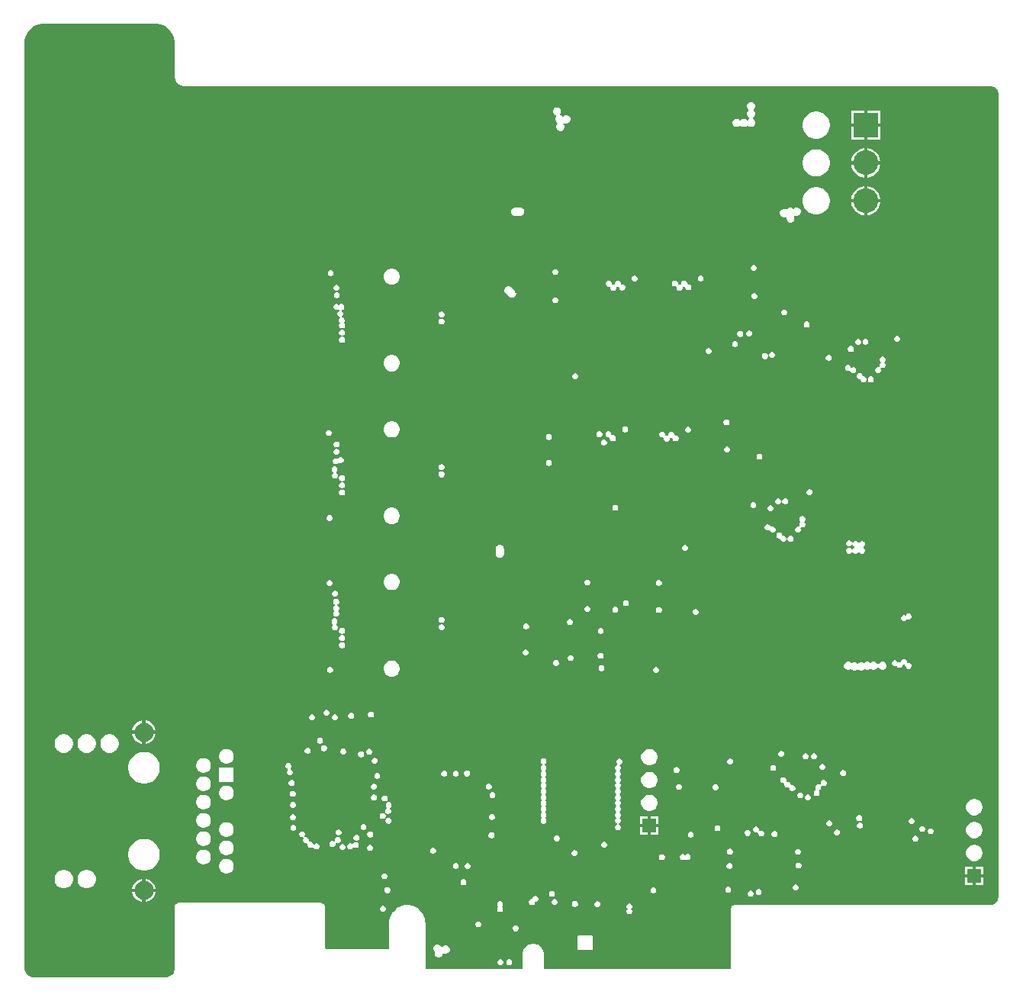
<source format=gbr>
G04*
G04 #@! TF.GenerationSoftware,Altium Limited,Altium Designer,24.2.2 (26)*
G04*
G04 Layer_Physical_Order=9*
G04 Layer_Color=1930808*
%FSLAX25Y25*%
%MOIN*%
G70*
G04*
G04 #@! TF.SameCoordinates,83FD6BF8-7FB9-4712-9294-79CC625926FD*
G04*
G04*
G04 #@! TF.FilePolarity,Positive*
G04*
G01*
G75*
%ADD141R,0.10827X0.10827*%
%ADD142C,0.10827*%
%ADD156R,0.06102X0.06102*%
%ADD159R,0.07874X0.07874*%
%ADD162C,0.08268*%
%ADD164C,0.25000*%
%ADD165C,0.01600*%
G36*
X30458Y20669D02*
X30471Y20671D01*
X30483Y20669D01*
X31293Y20685D01*
X32894Y20367D01*
X34413Y19738D01*
X35781Y18824D01*
X36944Y17661D01*
X37857Y16294D01*
X38487Y14774D01*
X38807Y13161D01*
Y12341D01*
X38788Y-1632D01*
X38772Y-1931D01*
X38785Y-2021D01*
X38776Y-2111D01*
X38837Y-2772D01*
X38871Y-2887D01*
X38883Y-3007D01*
X39072Y-3643D01*
X39128Y-3749D01*
X39162Y-3865D01*
X39472Y-4451D01*
X39548Y-4545D01*
X39604Y-4651D01*
X40022Y-5166D01*
X40115Y-5243D01*
X40191Y-5337D01*
X40701Y-5760D01*
X40807Y-5818D01*
X40900Y-5894D01*
X41483Y-6210D01*
X41598Y-6246D01*
X41704Y-6303D01*
X42338Y-6499D01*
X42428Y-6508D01*
X42513Y-6539D01*
X42841Y-6590D01*
X42935Y-6586D01*
X43027Y-6604D01*
X395332Y-6604D01*
X395343Y-6602D01*
X395354Y-6604D01*
X395685Y-6598D01*
X396337Y-6715D01*
X396953Y-6957D01*
X397510Y-7315D01*
X397987Y-7774D01*
X398365Y-8318D01*
X398629Y-8925D01*
X398771Y-9572D01*
X398777Y-9891D01*
X398777Y-360509D01*
X398777Y-360881D01*
X398631Y-361611D01*
X398347Y-362298D01*
X397933Y-362917D01*
X397407Y-363443D01*
X396789Y-363856D01*
X396102Y-364141D01*
X395372Y-364286D01*
X395000Y-364286D01*
X283161D01*
X282693Y-364379D01*
X282296Y-364644D01*
X282031Y-365041D01*
X281938Y-365510D01*
Y-392175D01*
X200222D01*
X200222Y-385874D01*
X200214Y-385834D01*
X200219Y-385794D01*
X200189Y-385332D01*
X200158Y-385215D01*
X200150Y-385095D01*
X199911Y-384202D01*
X199840Y-384059D01*
X199788Y-383907D01*
X199326Y-383107D01*
X199221Y-382987D01*
X199132Y-382854D01*
X198478Y-382200D01*
X198345Y-382111D01*
X198225Y-382006D01*
X197425Y-381544D01*
X197273Y-381492D01*
X197130Y-381421D01*
X196237Y-381182D01*
X196077Y-381172D01*
X195920Y-381140D01*
X194996D01*
X194839Y-381172D01*
X194679Y-381182D01*
X193787Y-381421D01*
X193643Y-381492D01*
X193492Y-381544D01*
X192692Y-382006D01*
X192571Y-382111D01*
X192438Y-382200D01*
X191785Y-382854D01*
X191696Y-382987D01*
X191590Y-383107D01*
X191128Y-383907D01*
X191077Y-384059D01*
X191006Y-384202D01*
X190767Y-385095D01*
X190759Y-385215D01*
X190728Y-385332D01*
X190697Y-385794D01*
X190703Y-385834D01*
X190695Y-385874D01*
Y-392175D01*
X148345D01*
Y-372198D01*
X148341Y-372176D01*
X148345Y-372155D01*
X148322Y-371496D01*
X148299Y-371399D01*
Y-371300D01*
X148043Y-370014D01*
X147997Y-369902D01*
X147973Y-369784D01*
X147472Y-368573D01*
X147405Y-368473D01*
X147359Y-368361D01*
X146630Y-367271D01*
X146545Y-367186D01*
X146478Y-367085D01*
X145551Y-366158D01*
X145450Y-366091D01*
X145365Y-366006D01*
X144275Y-365277D01*
X144163Y-365231D01*
X144063Y-365164D01*
X142852Y-364663D01*
X142733Y-364639D01*
X142622Y-364593D01*
X141336Y-364337D01*
X141215D01*
X141097Y-364314D01*
X139786D01*
X139668Y-364337D01*
X139547D01*
X138261Y-364593D01*
X138150Y-364639D01*
X138031Y-364663D01*
X136820Y-365164D01*
X136720Y-365231D01*
X136608Y-365277D01*
X135518Y-366006D01*
X135433Y-366091D01*
X135333Y-366158D01*
X134405Y-367085D01*
X134338Y-367186D01*
X134253Y-367271D01*
X133525Y-368361D01*
X133478Y-368473D01*
X133412Y-368573D01*
X132910Y-369784D01*
X132886Y-369902D01*
X132840Y-370014D01*
X132584Y-371300D01*
Y-371391D01*
X132562Y-371479D01*
X132530Y-372134D01*
X132534Y-372165D01*
X132528Y-372194D01*
Y-383366D01*
X104824D01*
X104471Y-383012D01*
X104480Y-365010D01*
X104468Y-364950D01*
X104474Y-364889D01*
X104464Y-364792D01*
X104412Y-364620D01*
X104377Y-364444D01*
X104302Y-364264D01*
X104302Y-364263D01*
X104179Y-364080D01*
X104037Y-363866D01*
X104037Y-363866D01*
X103899Y-363729D01*
X103899Y-363729D01*
X103899Y-363728D01*
X103502Y-363463D01*
X103502Y-363463D01*
X103502Y-363463D01*
X103322Y-363389D01*
X103145Y-363354D01*
X102973Y-363301D01*
X102876Y-363292D01*
X102815Y-363298D01*
X102756Y-363286D01*
X40512Y-363286D01*
X40452Y-363298D01*
X40392Y-363292D01*
X40294Y-363301D01*
X40122Y-363354D01*
X39946Y-363389D01*
X39766Y-363463D01*
X39766Y-363463D01*
X39369Y-363729D01*
X39231Y-363866D01*
X39231Y-363866D01*
X39099Y-364065D01*
X38966Y-364264D01*
X38966Y-364264D01*
X38891Y-364444D01*
X38856Y-364620D01*
X38804Y-364792D01*
X38794Y-364890D01*
X38800Y-364950D01*
X38788Y-365009D01*
X38788Y-391990D01*
X38788Y-392362D01*
X38643Y-393091D01*
X38359Y-393778D01*
X37945Y-394397D01*
X37419Y-394923D01*
X36801Y-395336D01*
X36113Y-395621D01*
X35384Y-395766D01*
X-22988D01*
X-23354Y-395733D01*
X-24166Y-395493D01*
X-24916Y-395099D01*
X-25575Y-394567D01*
X-26117Y-393917D01*
X-26522Y-393173D01*
X-26774Y-392364D01*
X-26863Y-391522D01*
X-26825Y-391100D01*
X-26831Y-391045D01*
X-26820Y-390990D01*
X-26820Y12339D01*
X-26822Y12351D01*
X-26820Y12364D01*
X-26837Y13173D01*
X-26518Y14774D01*
X-25889Y16294D01*
X-24975Y17661D01*
X-23812Y18824D01*
X-22445Y19738D01*
X-20925Y20367D01*
X-19312Y20688D01*
X-18490D01*
X30458Y20669D01*
D02*
G37*
%LPC*%
G36*
X291016Y-13512D02*
X290300D01*
X289638Y-13787D01*
X289132Y-14293D01*
X288858Y-14954D01*
Y-15671D01*
X289132Y-16332D01*
X289450Y-16651D01*
X289582Y-16976D01*
X289450Y-17302D01*
X289132Y-17620D01*
X288858Y-18282D01*
Y-18998D01*
X289132Y-19659D01*
X289638Y-20166D01*
X289986Y-20310D01*
Y-20851D01*
X289638Y-20995D01*
X289432Y-21201D01*
X289105Y-21479D01*
X288778Y-21201D01*
X288572Y-20995D01*
X287911Y-20721D01*
X287195D01*
X286533Y-20995D01*
X286280Y-21248D01*
X285953Y-21455D01*
X285627Y-21248D01*
X285374Y-20995D01*
X284712Y-20721D01*
X283996D01*
X283334Y-20995D01*
X282828Y-21501D01*
X282554Y-22163D01*
Y-22879D01*
X282828Y-23541D01*
X283334Y-24047D01*
X283996Y-24321D01*
X284712D01*
X285374Y-24047D01*
X285627Y-23794D01*
X285953Y-23587D01*
X286280Y-23794D01*
X286533Y-24047D01*
X287195Y-24321D01*
X287911D01*
X288572Y-24047D01*
X288778Y-23841D01*
X289105Y-23563D01*
X289432Y-23841D01*
X289638Y-24047D01*
X290300Y-24321D01*
X291016D01*
X291677Y-24047D01*
X292183Y-23541D01*
X292458Y-22879D01*
Y-22163D01*
X292183Y-21501D01*
X291677Y-20995D01*
X291329Y-20851D01*
Y-20310D01*
X291677Y-20166D01*
X292183Y-19659D01*
X292458Y-18998D01*
Y-18282D01*
X292183Y-17620D01*
X291865Y-17302D01*
X291733Y-16976D01*
X291865Y-16651D01*
X292183Y-16332D01*
X292458Y-15671D01*
Y-14954D01*
X292183Y-14293D01*
X291677Y-13787D01*
X291016Y-13512D01*
D02*
G37*
G36*
X347167Y-17063D02*
X341504D01*
Y-22726D01*
X347167D01*
Y-17063D01*
D02*
G37*
G36*
X340003D02*
X334340D01*
Y-22726D01*
X340003D01*
Y-17063D01*
D02*
G37*
G36*
X206217Y-15707D02*
X205500D01*
X204839Y-15981D01*
X204332Y-16488D01*
X204059Y-17149D01*
Y-17865D01*
X204332Y-18527D01*
X204839Y-19033D01*
X205446Y-19284D01*
X205558Y-19529D01*
X205630Y-19807D01*
X205487Y-19950D01*
X205213Y-20612D01*
Y-21328D01*
X205487Y-21990D01*
X205993Y-22496D01*
X206035Y-23054D01*
X205862Y-23227D01*
X205588Y-23889D01*
Y-24605D01*
X205862Y-25267D01*
X206368Y-25773D01*
X207030Y-26047D01*
X207746D01*
X208408Y-25773D01*
X208914Y-25267D01*
X209188Y-24605D01*
Y-23889D01*
X208914Y-23227D01*
X208549Y-22862D01*
X208871Y-22496D01*
X209533Y-22770D01*
X210249D01*
X210911Y-22496D01*
X211417Y-21990D01*
X211691Y-21328D01*
Y-20612D01*
X211417Y-19950D01*
X210911Y-19444D01*
X210249Y-19170D01*
X209533D01*
X208871Y-19444D01*
X208452Y-19863D01*
X208032Y-19444D01*
X207426Y-19193D01*
X207313Y-18948D01*
X207241Y-18670D01*
X207384Y-18527D01*
X207659Y-17865D01*
Y-17149D01*
X207384Y-16488D01*
X206878Y-15981D01*
X206217Y-15707D01*
D02*
G37*
G36*
X319682Y-17562D02*
X318518D01*
X317375Y-17790D01*
X316299Y-18236D01*
X315330Y-18883D01*
X314507Y-19706D01*
X313860Y-20675D01*
X313414Y-21751D01*
X313187Y-22893D01*
Y-24058D01*
X313414Y-25201D01*
X313860Y-26277D01*
X314507Y-27245D01*
X315330Y-28069D01*
X316299Y-28716D01*
X317375Y-29162D01*
X318518Y-29389D01*
X319682D01*
X320825Y-29162D01*
X321901Y-28716D01*
X322869Y-28069D01*
X323693Y-27245D01*
X324340Y-26277D01*
X324786Y-25201D01*
X325013Y-24058D01*
Y-22893D01*
X324786Y-21751D01*
X324340Y-20675D01*
X323693Y-19706D01*
X322869Y-18883D01*
X321901Y-18236D01*
X320825Y-17790D01*
X319682Y-17562D01*
D02*
G37*
G36*
X347167Y-24226D02*
X341504D01*
Y-29889D01*
X347167D01*
Y-24226D01*
D02*
G37*
G36*
X340003D02*
X334340D01*
Y-29889D01*
X340003D01*
Y-24226D01*
D02*
G37*
G36*
X341504Y-33621D02*
Y-39261D01*
X347143D01*
X346920Y-38141D01*
X346437Y-36973D01*
X345735Y-35923D01*
X344842Y-35030D01*
X343791Y-34328D01*
X342624Y-33844D01*
X341504Y-33621D01*
D02*
G37*
G36*
X340003D02*
X338883Y-33844D01*
X337716Y-34328D01*
X336665Y-35030D01*
X335772Y-35923D01*
X335070Y-36973D01*
X334587Y-38141D01*
X334364Y-39261D01*
X340003D01*
Y-33621D01*
D02*
G37*
G36*
X319682Y-34098D02*
X318518D01*
X317375Y-34325D01*
X316299Y-34771D01*
X315330Y-35418D01*
X314507Y-36242D01*
X313860Y-37210D01*
X313414Y-38286D01*
X313187Y-39429D01*
Y-40594D01*
X313414Y-41736D01*
X313860Y-42812D01*
X314507Y-43781D01*
X315330Y-44605D01*
X316299Y-45252D01*
X317375Y-45697D01*
X318518Y-45925D01*
X319682D01*
X320825Y-45697D01*
X321901Y-45252D01*
X322869Y-44605D01*
X323693Y-43781D01*
X324340Y-42812D01*
X324786Y-41736D01*
X325013Y-40594D01*
Y-39429D01*
X324786Y-38286D01*
X324340Y-37210D01*
X323693Y-36242D01*
X322869Y-35418D01*
X321901Y-34771D01*
X320825Y-34325D01*
X319682Y-34098D01*
D02*
G37*
G36*
X347143Y-40761D02*
X341504D01*
Y-46401D01*
X342624Y-46178D01*
X343791Y-45695D01*
X344842Y-44993D01*
X345735Y-44100D01*
X346437Y-43049D01*
X346920Y-41882D01*
X347143Y-40761D01*
D02*
G37*
G36*
X340003D02*
X334364D01*
X334587Y-41882D01*
X335070Y-43049D01*
X335772Y-44100D01*
X336665Y-44993D01*
X337716Y-45695D01*
X338883Y-46178D01*
X340003Y-46401D01*
Y-40761D01*
D02*
G37*
G36*
X341504Y-50157D02*
Y-55797D01*
X347143D01*
X346920Y-54676D01*
X346437Y-53509D01*
X345735Y-52458D01*
X344842Y-51565D01*
X343791Y-50863D01*
X342624Y-50380D01*
X341504Y-50157D01*
D02*
G37*
G36*
X340003D02*
X338883Y-50380D01*
X337716Y-50863D01*
X336665Y-51565D01*
X335772Y-52458D01*
X335070Y-53509D01*
X334587Y-54676D01*
X334364Y-55797D01*
X340003D01*
Y-50157D01*
D02*
G37*
G36*
X310887Y-59503D02*
X310170D01*
X309509Y-59777D01*
X309171Y-60115D01*
X308875Y-59819D01*
X308213Y-59545D01*
X307497D01*
X306836Y-59819D01*
X306329Y-60325D01*
X305809Y-60275D01*
X305393Y-60103D01*
X304677D01*
X304015Y-60377D01*
X303509Y-60883D01*
X303235Y-61545D01*
Y-62261D01*
X303509Y-62923D01*
X304015Y-63429D01*
X304677Y-63703D01*
X305393D01*
X305640Y-63601D01*
X305858Y-63761D01*
X306055Y-63970D01*
Y-64620D01*
X306329Y-65282D01*
X306836Y-65788D01*
X307497Y-66062D01*
X308213D01*
X308875Y-65788D01*
X309381Y-65282D01*
X309655Y-64620D01*
Y-63904D01*
X309419Y-63333D01*
X309603Y-63055D01*
X309752Y-62929D01*
X310170Y-63103D01*
X310887D01*
X311548Y-62829D01*
X312054Y-62323D01*
X312328Y-61661D01*
Y-60945D01*
X312054Y-60283D01*
X311548Y-59777D01*
X310887Y-59503D01*
D02*
G37*
G36*
X319682Y-50633D02*
X318518D01*
X317375Y-50861D01*
X316299Y-51306D01*
X315330Y-51954D01*
X314507Y-52777D01*
X313860Y-53746D01*
X313414Y-54822D01*
X313187Y-55964D01*
Y-57129D01*
X313414Y-58272D01*
X313860Y-59348D01*
X314507Y-60316D01*
X315330Y-61140D01*
X316299Y-61787D01*
X317375Y-62233D01*
X318518Y-62460D01*
X319682D01*
X320825Y-62233D01*
X321901Y-61787D01*
X322869Y-61140D01*
X323693Y-60316D01*
X324340Y-59348D01*
X324786Y-58272D01*
X325013Y-57129D01*
Y-55964D01*
X324786Y-54822D01*
X324340Y-53746D01*
X323693Y-52777D01*
X322869Y-51954D01*
X321901Y-51306D01*
X320825Y-50861D01*
X319682Y-50633D01*
D02*
G37*
G36*
X347143Y-57297D02*
X341504D01*
Y-62937D01*
X342624Y-62714D01*
X343791Y-62230D01*
X344842Y-61528D01*
X345735Y-60635D01*
X346437Y-59585D01*
X346920Y-58417D01*
X347143Y-57297D01*
D02*
G37*
G36*
X340003D02*
X334364D01*
X334587Y-58417D01*
X335070Y-59585D01*
X335772Y-60635D01*
X336665Y-61528D01*
X337716Y-62230D01*
X338883Y-62714D01*
X340003Y-62937D01*
Y-57297D01*
D02*
G37*
G36*
X190038Y-59442D02*
X187421Y-59442D01*
X187321Y-59483D01*
X187214D01*
X186736Y-59681D01*
X186660Y-59757D01*
X186560Y-59798D01*
X186195Y-60164D01*
X186153Y-60263D01*
X186077Y-60339D01*
X185879Y-60817D01*
Y-60925D01*
X185838Y-61024D01*
Y-61542D01*
X185879Y-61641D01*
Y-61749D01*
X186077Y-62226D01*
X186153Y-62303D01*
X186195Y-62402D01*
X186560Y-62768D01*
X186660Y-62809D01*
X186736Y-62885D01*
X187214Y-63083D01*
X187321D01*
X187421Y-63124D01*
X189779Y-63124D01*
X189779Y-63124D01*
X190038D01*
X190137Y-63083D01*
X190245D01*
X190723Y-62885D01*
X190799Y-62809D01*
X190898Y-62768D01*
X191264Y-62402D01*
X191305Y-62303D01*
X191381Y-62226D01*
X191579Y-61749D01*
Y-61641D01*
X191621Y-61542D01*
Y-61024D01*
X191579Y-60925D01*
Y-60817D01*
X191381Y-60339D01*
X191305Y-60263D01*
X191264Y-60164D01*
X190898Y-59798D01*
X190799Y-59757D01*
X190723Y-59681D01*
X190245Y-59483D01*
X190137D01*
X190038Y-59442D01*
D02*
G37*
G36*
X292126Y-84515D02*
X291609D01*
X291131Y-84713D01*
X290766Y-85079D01*
X290568Y-85557D01*
Y-86074D01*
X290766Y-86552D01*
X291131Y-86918D01*
X291609Y-87115D01*
X292126D01*
X292604Y-86918D01*
X292970Y-86552D01*
X293168Y-86074D01*
Y-85557D01*
X292970Y-85079D01*
X292604Y-84713D01*
X292126Y-84515D01*
D02*
G37*
G36*
X205432Y-86375D02*
X204915D01*
X204437Y-86573D01*
X204072Y-86939D01*
X203874Y-87416D01*
Y-87934D01*
X204072Y-88411D01*
X204437Y-88777D01*
X204915Y-88975D01*
X205432D01*
X205910Y-88777D01*
X206276Y-88411D01*
X206474Y-87934D01*
Y-87416D01*
X206276Y-86939D01*
X205910Y-86573D01*
X205432Y-86375D01*
D02*
G37*
G36*
X107271Y-86839D02*
X106754D01*
X106276Y-87037D01*
X105910Y-87402D01*
X105712Y-87880D01*
Y-88397D01*
X105910Y-88875D01*
X106276Y-89241D01*
X106754Y-89439D01*
X107271D01*
X107748Y-89241D01*
X108114Y-88875D01*
X108312Y-88397D01*
Y-87880D01*
X108114Y-87402D01*
X107748Y-87037D01*
X107271Y-86839D01*
D02*
G37*
G36*
X268946Y-89214D02*
X268428D01*
X267951Y-89412D01*
X267585Y-89778D01*
X267387Y-90256D01*
Y-90773D01*
X267585Y-91251D01*
X267951Y-91617D01*
X268428Y-91815D01*
X268946D01*
X269424Y-91617D01*
X269789Y-91251D01*
X269987Y-90773D01*
Y-90256D01*
X269789Y-89778D01*
X269424Y-89412D01*
X268946Y-89214D01*
D02*
G37*
G36*
X240018Y-89254D02*
X239501D01*
X239023Y-89452D01*
X238657Y-89818D01*
X238459Y-90295D01*
Y-90813D01*
X238657Y-91290D01*
X239023Y-91656D01*
X239501Y-91854D01*
X240018D01*
X240496Y-91656D01*
X240862Y-91290D01*
X241059Y-90813D01*
Y-90295D01*
X240862Y-89818D01*
X240496Y-89452D01*
X240018Y-89254D01*
D02*
G37*
G36*
X134136Y-86118D02*
X133201D01*
X132298Y-86360D01*
X131488Y-86827D01*
X130827Y-87489D01*
X130359Y-88298D01*
X130117Y-89202D01*
Y-90137D01*
X130359Y-91040D01*
X130827Y-91850D01*
X131488Y-92511D01*
X132298Y-92978D01*
X133201Y-93220D01*
X134136D01*
X135039Y-92978D01*
X135849Y-92511D01*
X136510Y-91850D01*
X136978Y-91040D01*
X137220Y-90137D01*
Y-89202D01*
X136978Y-88298D01*
X136510Y-87489D01*
X135849Y-86827D01*
X135039Y-86360D01*
X134136Y-86118D01*
D02*
G37*
G36*
X261631Y-91381D02*
X261114D01*
X260636Y-91579D01*
X260270Y-91945D01*
X260072Y-92423D01*
Y-92940D01*
X259686Y-93314D01*
X259663Y-93304D01*
X259145D01*
X259053Y-93342D01*
X258670Y-92960D01*
X258678Y-92940D01*
Y-92423D01*
X258480Y-91945D01*
X258115Y-91579D01*
X257637Y-91381D01*
X257119D01*
X256642Y-91579D01*
X256276Y-91945D01*
X256078Y-92423D01*
Y-92940D01*
X256276Y-93418D01*
X256642Y-93783D01*
X257119Y-93981D01*
X257637D01*
X257729Y-93943D01*
X258112Y-94326D01*
X258104Y-94345D01*
Y-94863D01*
X258302Y-95340D01*
X258667Y-95706D01*
X259145Y-95904D01*
X259663D01*
X260140Y-95706D01*
X260506Y-95340D01*
X260704Y-94863D01*
Y-94345D01*
X261090Y-93972D01*
X261114Y-93981D01*
X261528D01*
X261665Y-94019D01*
X261990Y-94374D01*
Y-94625D01*
X262188Y-95103D01*
X262554Y-95469D01*
X263032Y-95666D01*
X263549D01*
X264027Y-95469D01*
X264392Y-95103D01*
X264590Y-94625D01*
Y-94108D01*
X264392Y-93630D01*
X264027Y-93264D01*
X263549Y-93067D01*
X263134D01*
X262998Y-93029D01*
X262672Y-92674D01*
Y-92423D01*
X262474Y-91945D01*
X262109Y-91579D01*
X261631Y-91381D01*
D02*
G37*
G36*
X232703Y-91421D02*
X232186D01*
X231709Y-91619D01*
X231343Y-91985D01*
X231145Y-92462D01*
Y-92980D01*
X230759Y-93353D01*
X230735Y-93344D01*
X230218D01*
X230125Y-93382D01*
X229742Y-92999D01*
X229751Y-92980D01*
Y-92462D01*
X229553Y-91985D01*
X229187Y-91619D01*
X228709Y-91421D01*
X228192D01*
X227714Y-91619D01*
X227348Y-91985D01*
X227151Y-92462D01*
Y-92980D01*
X227348Y-93457D01*
X227714Y-93823D01*
X228192Y-94021D01*
X228709D01*
X228802Y-93983D01*
X229185Y-94365D01*
X229176Y-94385D01*
Y-94902D01*
X229374Y-95380D01*
X229740Y-95746D01*
X230218Y-95944D01*
X230735D01*
X231213Y-95746D01*
X231578Y-95380D01*
X231776Y-94902D01*
Y-94385D01*
X232163Y-94011D01*
X232186Y-94021D01*
X232601D01*
X232738Y-94059D01*
X233063Y-94413D01*
Y-94665D01*
X233261Y-95143D01*
X233627Y-95508D01*
X234104Y-95706D01*
X234622D01*
X235099Y-95508D01*
X235465Y-95143D01*
X235663Y-94665D01*
Y-94147D01*
X235465Y-93670D01*
X235099Y-93304D01*
X234622Y-93106D01*
X234207D01*
X234070Y-93069D01*
X233745Y-92714D01*
Y-92462D01*
X233547Y-91985D01*
X233181Y-91619D01*
X232703Y-91421D01*
D02*
G37*
G36*
X109688Y-93290D02*
X109171D01*
X108694Y-93488D01*
X108328Y-93854D01*
X108130Y-94332D01*
Y-94849D01*
X108328Y-95327D01*
X108694Y-95692D01*
X109171Y-95890D01*
X109688D01*
X110166Y-95692D01*
X110532Y-95327D01*
X110730Y-94849D01*
Y-94332D01*
X110532Y-93854D01*
X110166Y-93488D01*
X109688Y-93290D01*
D02*
G37*
G36*
X184933Y-93825D02*
X184416D01*
X184317Y-93866D01*
X184209D01*
X183731Y-94064D01*
X183655Y-94140D01*
X183556Y-94181D01*
X183190Y-94547D01*
X183149Y-94646D01*
X183073Y-94722D01*
X182875Y-95200D01*
Y-95308D01*
X182834Y-95407D01*
Y-95924D01*
X182875Y-96024D01*
Y-96131D01*
X183073Y-96609D01*
X183149Y-96685D01*
X183190Y-96785D01*
X183373Y-96968D01*
X184858Y-98453D01*
X184858Y-98453D01*
X185041Y-98636D01*
X185140Y-98677D01*
X185216Y-98753D01*
X185694Y-98951D01*
X185802D01*
X185901Y-98992D01*
X186418D01*
X186518Y-98951D01*
X186626D01*
X187103Y-98753D01*
X187180Y-98677D01*
X187279Y-98636D01*
X187645Y-98270D01*
X187686Y-98170D01*
X187762Y-98094D01*
X187960Y-97616D01*
Y-97509D01*
X188001Y-97409D01*
Y-96892D01*
X187960Y-96793D01*
Y-96685D01*
X187762Y-96207D01*
X187686Y-96131D01*
X187645Y-96032D01*
X187462Y-95849D01*
X187462Y-95849D01*
X185977Y-94364D01*
X185977Y-94364D01*
X185794Y-94181D01*
X185695Y-94140D01*
X185618Y-94064D01*
X185141Y-93866D01*
X185033D01*
X184933Y-93825D01*
D02*
G37*
G36*
X109893Y-96562D02*
X109376D01*
X108898Y-96760D01*
X108532Y-97126D01*
X108334Y-97604D01*
Y-98121D01*
X108532Y-98599D01*
X108898Y-98964D01*
X109376Y-99162D01*
X109893D01*
X110371Y-98964D01*
X110737Y-98599D01*
X110934Y-98121D01*
Y-97604D01*
X110737Y-97126D01*
X110371Y-96760D01*
X109893Y-96562D01*
D02*
G37*
G36*
X292354Y-96846D02*
X291837D01*
X291359Y-97044D01*
X290993Y-97410D01*
X290795Y-97888D01*
Y-98405D01*
X290993Y-98883D01*
X291359Y-99248D01*
X291837Y-99446D01*
X292354D01*
X292832Y-99248D01*
X293198Y-98883D01*
X293395Y-98405D01*
Y-97888D01*
X293198Y-97410D01*
X292832Y-97044D01*
X292354Y-96846D01*
D02*
G37*
G36*
X205378Y-98690D02*
X204861D01*
X204383Y-98888D01*
X204018Y-99254D01*
X203820Y-99731D01*
Y-100249D01*
X204018Y-100726D01*
X204383Y-101092D01*
X204861Y-101290D01*
X205378D01*
X205856Y-101092D01*
X206222Y-100726D01*
X206420Y-100249D01*
Y-99731D01*
X206222Y-99254D01*
X205856Y-98888D01*
X205378Y-98690D01*
D02*
G37*
G36*
X305465Y-104035D02*
X304948D01*
X304470Y-104233D01*
X304105Y-104599D01*
X303907Y-105077D01*
Y-105594D01*
X304105Y-106072D01*
X304470Y-106438D01*
X304948Y-106635D01*
X305465D01*
X305943Y-106438D01*
X306309Y-106072D01*
X306507Y-105594D01*
Y-105077D01*
X306309Y-104599D01*
X305943Y-104233D01*
X305465Y-104035D01*
D02*
G37*
G36*
X155683Y-104914D02*
X155166D01*
X154688Y-105112D01*
X154322Y-105477D01*
X154124Y-105955D01*
Y-106472D01*
X154322Y-106950D01*
X154688Y-107316D01*
X155166Y-107514D01*
X155683D01*
X156161Y-107316D01*
X156526Y-106950D01*
X156724Y-106472D01*
Y-105955D01*
X156526Y-105477D01*
X156161Y-105112D01*
X155683Y-104914D01*
D02*
G37*
G36*
Y-108063D02*
X155166D01*
X154688Y-108261D01*
X154322Y-108627D01*
X154124Y-109105D01*
Y-109622D01*
X154322Y-110100D01*
X154688Y-110465D01*
X155166Y-110663D01*
X155683D01*
X156161Y-110465D01*
X156526Y-110100D01*
X156724Y-109622D01*
Y-109105D01*
X156526Y-108627D01*
X156161Y-108261D01*
X155683Y-108063D01*
D02*
G37*
G36*
X315267Y-109330D02*
X314750D01*
X314272Y-109528D01*
X313906Y-109894D01*
X313708Y-110371D01*
Y-110889D01*
X313906Y-111366D01*
X314272Y-111732D01*
X314750Y-111930D01*
X315267D01*
X315745Y-111732D01*
X316110Y-111366D01*
X316308Y-110889D01*
Y-110371D01*
X316110Y-109894D01*
X315745Y-109528D01*
X315267Y-109330D01*
D02*
G37*
G36*
X109688Y-101572D02*
X109171D01*
X108694Y-101770D01*
X108328Y-102135D01*
X108130Y-102613D01*
Y-103130D01*
X108328Y-103608D01*
X108694Y-103974D01*
X109171Y-104172D01*
X109688D01*
X110166Y-103974D01*
X110451Y-103689D01*
X110506Y-103700D01*
X110872Y-104066D01*
X110890Y-104073D01*
X110856Y-104478D01*
X110819Y-104585D01*
X110370Y-104771D01*
X110004Y-105137D01*
X109806Y-105614D01*
Y-106131D01*
X110004Y-106609D01*
X110370Y-106975D01*
X110848Y-107173D01*
X110898D01*
X111011Y-107610D01*
X111013Y-107673D01*
X110659Y-108027D01*
X110461Y-108505D01*
Y-109022D01*
X110659Y-109500D01*
X111025Y-109866D01*
X110852Y-110266D01*
X110851Y-110268D01*
X110851Y-110268D01*
X110652Y-110746D01*
Y-111263D01*
X110851Y-111741D01*
X111216Y-112107D01*
X111694Y-112305D01*
X112211D01*
X112689Y-112107D01*
X113055Y-111741D01*
X113252Y-111263D01*
Y-110746D01*
X113055Y-110268D01*
X112689Y-109903D01*
X112862Y-109502D01*
X112863Y-109500D01*
X112863Y-109500D01*
X113061Y-109022D01*
Y-108505D01*
X112863Y-108027D01*
X112498Y-107662D01*
X112020Y-107464D01*
X111970D01*
X111856Y-107027D01*
X111854Y-106964D01*
X112208Y-106609D01*
X112406Y-106131D01*
Y-105614D01*
X112208Y-105137D01*
X111843Y-104771D01*
X111825Y-104764D01*
X111859Y-104359D01*
X111896Y-104252D01*
X112345Y-104066D01*
X112710Y-103700D01*
X112908Y-103222D01*
Y-102705D01*
X112710Y-102227D01*
X112345Y-101862D01*
X111867Y-101664D01*
X111350D01*
X110872Y-101862D01*
X110587Y-102146D01*
X110532Y-102135D01*
X110166Y-101770D01*
X109688Y-101572D01*
D02*
G37*
G36*
X112211Y-112855D02*
X111694D01*
X111216Y-113052D01*
X110851Y-113418D01*
X110652Y-113896D01*
Y-114413D01*
X110851Y-114891D01*
X111216Y-115257D01*
X111694Y-115454D01*
X112211D01*
X112689Y-115257D01*
X113055Y-114891D01*
X113252Y-114413D01*
Y-113896D01*
X113055Y-113418D01*
X112689Y-113052D01*
X112211Y-112855D01*
D02*
G37*
G36*
X290163Y-113262D02*
X289646D01*
X289168Y-113460D01*
X288803Y-113825D01*
X288605Y-114303D01*
Y-114820D01*
X288803Y-115298D01*
X289168Y-115664D01*
X289646Y-115862D01*
X290163D01*
X290641Y-115664D01*
X291007Y-115298D01*
X291205Y-114820D01*
Y-114303D01*
X291007Y-113825D01*
X290641Y-113460D01*
X290163Y-113262D01*
D02*
G37*
G36*
X286215Y-113414D02*
X285698D01*
X285220Y-113612D01*
X284854Y-113978D01*
X284656Y-114456D01*
Y-114973D01*
X284854Y-115451D01*
X285220Y-115816D01*
X285698Y-116014D01*
X286215D01*
X286693Y-115816D01*
X287058Y-115451D01*
X287256Y-114973D01*
Y-114456D01*
X287058Y-113978D01*
X286693Y-113612D01*
X286215Y-113414D01*
D02*
G37*
G36*
X354724Y-115549D02*
X354207D01*
X353729Y-115747D01*
X353363Y-116113D01*
X353165Y-116591D01*
Y-117108D01*
X353363Y-117586D01*
X353729Y-117952D01*
X354207Y-118149D01*
X354724D01*
X355202Y-117952D01*
X355567Y-117586D01*
X355765Y-117108D01*
Y-116591D01*
X355567Y-116113D01*
X355202Y-115747D01*
X354724Y-115549D01*
D02*
G37*
G36*
X112211Y-116004D02*
X111694D01*
X111216Y-116202D01*
X110851Y-116568D01*
X110652Y-117045D01*
Y-117563D01*
X110851Y-118041D01*
X111216Y-118406D01*
X111694Y-118604D01*
X112211D01*
X112689Y-118406D01*
X113055Y-118041D01*
X113252Y-117563D01*
Y-117045D01*
X113055Y-116568D01*
X112689Y-116202D01*
X112211Y-116004D01*
D02*
G37*
G36*
X340914Y-116922D02*
X340397D01*
X339919Y-117120D01*
X339553Y-117485D01*
X339355Y-117963D01*
Y-118480D01*
X339553Y-118958D01*
X339919Y-119324D01*
X340397Y-119522D01*
X340914D01*
X341392Y-119324D01*
X341758Y-118958D01*
X341955Y-118480D01*
Y-117963D01*
X341758Y-117485D01*
X341392Y-117120D01*
X340914Y-116922D01*
D02*
G37*
G36*
X337791Y-116927D02*
X337274D01*
X336796Y-117125D01*
X336430Y-117491D01*
X336232Y-117968D01*
Y-118486D01*
X336430Y-118963D01*
X336796Y-119329D01*
X337274Y-119527D01*
X337791D01*
X338268Y-119329D01*
X338634Y-118963D01*
X338832Y-118486D01*
Y-117968D01*
X338634Y-117491D01*
X338268Y-117125D01*
X337791Y-116927D01*
D02*
G37*
G36*
X283920Y-117933D02*
X283403D01*
X282925Y-118131D01*
X282559Y-118496D01*
X282361Y-118974D01*
Y-119491D01*
X282559Y-119969D01*
X282925Y-120335D01*
X283403Y-120533D01*
X283920D01*
X284398Y-120335D01*
X284764Y-119969D01*
X284961Y-119491D01*
Y-118974D01*
X284764Y-118496D01*
X284398Y-118131D01*
X283920Y-117933D01*
D02*
G37*
G36*
X334541Y-119999D02*
X334023D01*
X333546Y-120197D01*
X333180Y-120562D01*
X332982Y-121040D01*
Y-121557D01*
X333180Y-122035D01*
X333546Y-122401D01*
X334023Y-122599D01*
X334541D01*
X335018Y-122401D01*
X335384Y-122035D01*
X335582Y-121557D01*
Y-121040D01*
X335384Y-120562D01*
X335018Y-120197D01*
X334541Y-119999D01*
D02*
G37*
G36*
X272327Y-120902D02*
X271810D01*
X271332Y-121100D01*
X270967Y-121466D01*
X270769Y-121943D01*
Y-122460D01*
X270967Y-122938D01*
X271332Y-123304D01*
X271810Y-123502D01*
X272327D01*
X272805Y-123304D01*
X273171Y-122938D01*
X273369Y-122460D01*
Y-121943D01*
X273171Y-121466D01*
X272805Y-121100D01*
X272327Y-120902D01*
D02*
G37*
G36*
X300116Y-122508D02*
X299599D01*
X299121Y-122705D01*
X298756Y-123071D01*
X298558Y-123549D01*
Y-124066D01*
X298756Y-124544D01*
X299121Y-124910D01*
X299599Y-125108D01*
X300116D01*
X300594Y-124910D01*
X300960Y-124544D01*
X301158Y-124066D01*
Y-123549D01*
X300960Y-123071D01*
X300594Y-122705D01*
X300116Y-122508D01*
D02*
G37*
G36*
X297008Y-123085D02*
X296491D01*
X296013Y-123283D01*
X295648Y-123649D01*
X295450Y-124127D01*
Y-124644D01*
X295648Y-125122D01*
X296013Y-125487D01*
X296491Y-125685D01*
X297008D01*
X297486Y-125487D01*
X297852Y-125122D01*
X298050Y-124644D01*
Y-124127D01*
X297852Y-123649D01*
X297486Y-123283D01*
X297008Y-123085D01*
D02*
G37*
G36*
X324880Y-123934D02*
X324363D01*
X323885Y-124132D01*
X323519Y-124498D01*
X323321Y-124975D01*
Y-125493D01*
X323519Y-125970D01*
X323885Y-126336D01*
X324363Y-126534D01*
X324880D01*
X325358Y-126336D01*
X325723Y-125970D01*
X325921Y-125493D01*
Y-124975D01*
X325723Y-124498D01*
X325358Y-124132D01*
X324880Y-123934D01*
D02*
G37*
G36*
X348399Y-124562D02*
X347882D01*
X347404Y-124760D01*
X347039Y-125126D01*
X346841Y-125603D01*
Y-126121D01*
X347039Y-126599D01*
X347208Y-126768D01*
X347342Y-127107D01*
X347206Y-127419D01*
X347026Y-127599D01*
X346828Y-128077D01*
Y-128594D01*
X346991Y-128987D01*
X346823Y-129247D01*
X346658Y-129391D01*
X346426Y-129294D01*
X345908D01*
X345430Y-129492D01*
X345065Y-129858D01*
X344867Y-130336D01*
Y-130853D01*
X345065Y-131331D01*
X345430Y-131696D01*
X345908Y-131894D01*
X346426D01*
X346903Y-131696D01*
X347269Y-131331D01*
X347467Y-130853D01*
Y-130336D01*
X347304Y-129942D01*
X347472Y-129682D01*
X347637Y-129539D01*
X347869Y-129635D01*
X348387D01*
X348864Y-129437D01*
X349230Y-129071D01*
X349428Y-128594D01*
Y-128077D01*
X349230Y-127599D01*
X349061Y-127429D01*
X348927Y-127090D01*
X349063Y-126778D01*
X349243Y-126599D01*
X349441Y-126121D01*
Y-125603D01*
X349243Y-125126D01*
X348877Y-124760D01*
X348399Y-124562D01*
D02*
G37*
G36*
X134136Y-123913D02*
X133201D01*
X132298Y-124155D01*
X131488Y-124623D01*
X130827Y-125284D01*
X130359Y-126094D01*
X130117Y-126997D01*
Y-127932D01*
X130359Y-128835D01*
X130827Y-129645D01*
X131488Y-130306D01*
X132298Y-130774D01*
X133201Y-131016D01*
X134136D01*
X135039Y-130774D01*
X135849Y-130306D01*
X136510Y-129645D01*
X136978Y-128835D01*
X137220Y-127932D01*
Y-126997D01*
X136978Y-126094D01*
X136510Y-125284D01*
X135849Y-124623D01*
X135039Y-124155D01*
X134136Y-123913D01*
D02*
G37*
G36*
X333231Y-128303D02*
X332714D01*
X332236Y-128500D01*
X331871Y-128866D01*
X331673Y-129344D01*
Y-129861D01*
X331871Y-130339D01*
X332236Y-130705D01*
X332714Y-130903D01*
X333231D01*
X333459Y-130808D01*
X333838Y-130842D01*
X334047Y-131065D01*
X334157Y-131331D01*
X334522Y-131696D01*
X335000Y-131894D01*
X335517D01*
X335995Y-131696D01*
X336361Y-131331D01*
X336559Y-130853D01*
Y-130336D01*
X336361Y-129858D01*
X335995Y-129492D01*
X335517Y-129294D01*
X335000D01*
X334773Y-129388D01*
X334394Y-129355D01*
X334185Y-129132D01*
X334075Y-128866D01*
X333709Y-128500D01*
X333231Y-128303D01*
D02*
G37*
G36*
X214023Y-131931D02*
X213506D01*
X213028Y-132129D01*
X212663Y-132495D01*
X212465Y-132973D01*
Y-133490D01*
X212663Y-133968D01*
X213028Y-134334D01*
X213506Y-134531D01*
X214023D01*
X214501Y-134334D01*
X214867Y-133968D01*
X215065Y-133490D01*
Y-132973D01*
X214867Y-132495D01*
X214501Y-132129D01*
X214023Y-131931D01*
D02*
G37*
G36*
X343256Y-133334D02*
X342738D01*
X342261Y-133531D01*
X341895Y-133897D01*
X341697Y-134375D01*
Y-134892D01*
X341895Y-135370D01*
X342261Y-135736D01*
X342738Y-135934D01*
X343256D01*
X343733Y-135736D01*
X344099Y-135370D01*
X344297Y-134892D01*
Y-134375D01*
X344099Y-133897D01*
X343733Y-133531D01*
X343256Y-133334D01*
D02*
G37*
G36*
X338334Y-131808D02*
X337817D01*
X337339Y-132006D01*
X336974Y-132372D01*
X336776Y-132850D01*
Y-133367D01*
X336974Y-133845D01*
X337339Y-134210D01*
X337817Y-134408D01*
X338334D01*
X338547Y-134861D01*
Y-134892D01*
X338745Y-135370D01*
X339111Y-135736D01*
X339589Y-135934D01*
X340106D01*
X340584Y-135736D01*
X340949Y-135370D01*
X341147Y-134892D01*
Y-134375D01*
X340949Y-133897D01*
X340584Y-133531D01*
X340106Y-133334D01*
X339589D01*
X339376Y-132881D01*
Y-132850D01*
X339178Y-132372D01*
X338812Y-132006D01*
X338334Y-131808D01*
D02*
G37*
G36*
X280213Y-152024D02*
X279696D01*
X279218Y-152222D01*
X278852Y-152588D01*
X278654Y-153066D01*
Y-153583D01*
X278852Y-154061D01*
X279218Y-154426D01*
X279696Y-154624D01*
X280213D01*
X280691Y-154426D01*
X281056Y-154061D01*
X281254Y-153583D01*
Y-153066D01*
X281056Y-152588D01*
X280691Y-152222D01*
X280213Y-152024D01*
D02*
G37*
G36*
X235928Y-155139D02*
X235411D01*
X234933Y-155337D01*
X234567Y-155702D01*
X234370Y-156180D01*
Y-156697D01*
X234567Y-157175D01*
X234933Y-157541D01*
X235411Y-157739D01*
X235928D01*
X236406Y-157541D01*
X236772Y-157175D01*
X236970Y-156697D01*
Y-156180D01*
X236772Y-155702D01*
X236406Y-155337D01*
X235928Y-155139D01*
D02*
G37*
G36*
X263360Y-155215D02*
X262843D01*
X262365Y-155413D01*
X261999Y-155778D01*
X261801Y-156256D01*
Y-156773D01*
X261999Y-157251D01*
X262365Y-157617D01*
X262843Y-157815D01*
X263360D01*
X263838Y-157617D01*
X264203Y-157251D01*
X264401Y-156773D01*
Y-156256D01*
X264203Y-155778D01*
X263838Y-155413D01*
X263360Y-155215D01*
D02*
G37*
G36*
X106462Y-156700D02*
X105945D01*
X105467Y-156898D01*
X105101Y-157264D01*
X104903Y-157741D01*
Y-158258D01*
X105101Y-158736D01*
X105467Y-159102D01*
X105945Y-159300D01*
X106462D01*
X106940Y-159102D01*
X107305Y-158736D01*
X107503Y-158258D01*
Y-157741D01*
X107305Y-157264D01*
X106940Y-156898D01*
X106462Y-156700D01*
D02*
G37*
G36*
X256045Y-157382D02*
X255528D01*
X255050Y-157580D01*
X254684Y-157945D01*
X254486Y-158423D01*
Y-158940D01*
X254100Y-159314D01*
X254077Y-159304D01*
X253559D01*
X253467Y-159343D01*
X253084Y-158960D01*
X253092Y-158940D01*
Y-158423D01*
X252894Y-157945D01*
X252529Y-157580D01*
X252051Y-157382D01*
X251534D01*
X251056Y-157580D01*
X250690Y-157945D01*
X250492Y-158423D01*
Y-158940D01*
X250690Y-159418D01*
X251056Y-159784D01*
X251534Y-159982D01*
X252051D01*
X252144Y-159943D01*
X252526Y-160326D01*
X252518Y-160346D01*
Y-160863D01*
X252716Y-161341D01*
X253082Y-161706D01*
X253559Y-161904D01*
X254077D01*
X254554Y-161706D01*
X254920Y-161341D01*
X255118Y-160863D01*
Y-160346D01*
X255504Y-159972D01*
X255528Y-159982D01*
X255943D01*
X256080Y-160019D01*
X256405Y-160374D01*
Y-160626D01*
X256603Y-161103D01*
X256968Y-161469D01*
X257446Y-161667D01*
X257963D01*
X258441Y-161469D01*
X258807Y-161103D01*
X259005Y-160626D01*
Y-160108D01*
X258807Y-159631D01*
X258441Y-159265D01*
X257963Y-159067D01*
X257548D01*
X257412Y-159029D01*
X257086Y-158675D01*
Y-158423D01*
X256889Y-157945D01*
X256523Y-157580D01*
X256045Y-157382D01*
D02*
G37*
G36*
X224619Y-157306D02*
X224102D01*
X223624Y-157503D01*
X223258Y-157869D01*
X223061Y-158347D01*
Y-158864D01*
X223258Y-159342D01*
X223624Y-159708D01*
X224102Y-159906D01*
X224619D01*
X225097Y-159708D01*
X225463Y-159342D01*
X225661Y-158864D01*
Y-158347D01*
X225463Y-157869D01*
X225097Y-157503D01*
X224619Y-157306D01*
D02*
G37*
G36*
X134136Y-152835D02*
X133201D01*
X132298Y-153077D01*
X131488Y-153544D01*
X130827Y-154205D01*
X130359Y-155015D01*
X130117Y-155918D01*
Y-156853D01*
X130359Y-157756D01*
X130827Y-158566D01*
X131488Y-159227D01*
X132298Y-159695D01*
X133201Y-159937D01*
X134136D01*
X135039Y-159695D01*
X135849Y-159227D01*
X136510Y-158566D01*
X136978Y-157756D01*
X137220Y-156853D01*
Y-155918D01*
X136978Y-155015D01*
X136510Y-154205D01*
X135849Y-153544D01*
X135039Y-153077D01*
X134136Y-152835D01*
D02*
G37*
G36*
X202605Y-158463D02*
X202088D01*
X201610Y-158660D01*
X201244Y-159026D01*
X201046Y-159504D01*
Y-160021D01*
X201244Y-160499D01*
X201610Y-160865D01*
X202088Y-161063D01*
X202605D01*
X203082Y-160865D01*
X203448Y-160499D01*
X203646Y-160021D01*
Y-159504D01*
X203448Y-159026D01*
X203082Y-158660D01*
X202605Y-158463D01*
D02*
G37*
G36*
X228613Y-157306D02*
X228096D01*
X227619Y-157503D01*
X227253Y-157869D01*
X227055Y-158347D01*
Y-158864D01*
X227253Y-159342D01*
X227619Y-159708D01*
X228096Y-159906D01*
X228511D01*
X228648Y-159943D01*
X228973Y-160298D01*
Y-160549D01*
X229171Y-161027D01*
X229537Y-161393D01*
X230014Y-161591D01*
X230532D01*
X231009Y-161393D01*
X231375Y-161027D01*
X231573Y-160549D01*
Y-160032D01*
X231375Y-159554D01*
X231009Y-159189D01*
X230532Y-158991D01*
X230117D01*
X229980Y-158953D01*
X229655Y-158598D01*
Y-158347D01*
X229457Y-157869D01*
X229091Y-157503D01*
X228613Y-157306D01*
D02*
G37*
G36*
X226645Y-160882D02*
X226128D01*
X225650Y-161080D01*
X225284Y-161446D01*
X225086Y-161924D01*
Y-162441D01*
X225284Y-162918D01*
X225650Y-163284D01*
X226128Y-163482D01*
X226645D01*
X227123Y-163284D01*
X227488Y-162918D01*
X227686Y-162441D01*
Y-161924D01*
X227488Y-161446D01*
X227123Y-161080D01*
X226645Y-160882D01*
D02*
G37*
G36*
X109826Y-161743D02*
X109309D01*
X108831Y-161941D01*
X108466Y-162307D01*
X108268Y-162785D01*
Y-163302D01*
X108466Y-163780D01*
X108831Y-164145D01*
X109309Y-164343D01*
X109826D01*
X110304Y-164145D01*
X110670Y-163780D01*
X110868Y-163302D01*
Y-162785D01*
X110670Y-162307D01*
X110304Y-161941D01*
X109826Y-161743D01*
D02*
G37*
G36*
X280414Y-163899D02*
X279897D01*
X279419Y-164097D01*
X279054Y-164463D01*
X278856Y-164941D01*
Y-165458D01*
X279054Y-165936D01*
X279419Y-166301D01*
X279897Y-166499D01*
X280414D01*
X280892Y-166301D01*
X281258Y-165936D01*
X281456Y-165458D01*
Y-164941D01*
X281258Y-164463D01*
X280892Y-164097D01*
X280414Y-163899D01*
D02*
G37*
G36*
X109826Y-164933D02*
X109309D01*
X108831Y-165131D01*
X108466Y-165497D01*
X108268Y-165975D01*
Y-166492D01*
X108466Y-166970D01*
X108831Y-167335D01*
X109309Y-167533D01*
X109826D01*
X110304Y-167335D01*
X110670Y-166970D01*
X110868Y-166492D01*
Y-165975D01*
X110670Y-165497D01*
X110304Y-165131D01*
X109826Y-164933D01*
D02*
G37*
G36*
X111647Y-168505D02*
X111129D01*
X110652Y-168703D01*
X110286Y-169068D01*
X109711Y-169150D01*
X109500Y-169062D01*
X108983D01*
X108505Y-169260D01*
X108139Y-169626D01*
X107941Y-170104D01*
Y-170621D01*
X108139Y-171098D01*
X108505Y-171464D01*
X108983Y-171662D01*
X109500D01*
X109977Y-171464D01*
X110343Y-171099D01*
X110918Y-171017D01*
X111129Y-171105D01*
X111647D01*
X112124Y-170907D01*
X112490Y-170541D01*
X112688Y-170063D01*
Y-169546D01*
X112490Y-169068D01*
X112124Y-168703D01*
X111647Y-168505D01*
D02*
G37*
G36*
X294556Y-167053D02*
X294039D01*
X293561Y-167251D01*
X293196Y-167616D01*
X292998Y-168094D01*
Y-168611D01*
X293196Y-169089D01*
X293561Y-169455D01*
X294039Y-169653D01*
X294556D01*
X295034Y-169455D01*
X295400Y-169089D01*
X295598Y-168611D01*
Y-168094D01*
X295400Y-167616D01*
X295034Y-167251D01*
X294556Y-167053D01*
D02*
G37*
G36*
X202568Y-169798D02*
X202050D01*
X201573Y-169996D01*
X201207Y-170361D01*
X201009Y-170839D01*
Y-171356D01*
X201207Y-171834D01*
X201573Y-172200D01*
X202050Y-172398D01*
X202568D01*
X203045Y-172200D01*
X203411Y-171834D01*
X203609Y-171356D01*
Y-170839D01*
X203411Y-170361D01*
X203045Y-169996D01*
X202568Y-169798D01*
D02*
G37*
G36*
X155683Y-171630D02*
X155166D01*
X154688Y-171828D01*
X154322Y-172194D01*
X154124Y-172672D01*
Y-173189D01*
X154322Y-173667D01*
X154688Y-174032D01*
X155166Y-174230D01*
X155683D01*
X156161Y-174032D01*
X156526Y-173667D01*
X156724Y-173189D01*
Y-172672D01*
X156526Y-172194D01*
X156161Y-171828D01*
X155683Y-171630D01*
D02*
G37*
G36*
Y-174780D02*
X155166D01*
X154688Y-174978D01*
X154322Y-175343D01*
X154124Y-175821D01*
Y-176338D01*
X154322Y-176816D01*
X154688Y-177182D01*
X155166Y-177380D01*
X155683D01*
X156161Y-177182D01*
X156526Y-176816D01*
X156724Y-176338D01*
Y-175821D01*
X156526Y-175343D01*
X156161Y-174978D01*
X155683Y-174780D01*
D02*
G37*
G36*
X108886Y-172605D02*
X108369D01*
X107891Y-172803D01*
X107525Y-173169D01*
X107327Y-173647D01*
Y-174164D01*
X107525Y-174642D01*
X107891Y-175007D01*
X107983Y-175046D01*
X108021Y-175341D01*
X108010Y-175598D01*
X107683Y-175925D01*
X107485Y-176403D01*
Y-176920D01*
X107683Y-177398D01*
X108049Y-177763D01*
X108527Y-177961D01*
X109044D01*
X109522Y-177763D01*
X109887Y-177398D01*
X110085Y-176920D01*
Y-176403D01*
X109887Y-175925D01*
X109522Y-175559D01*
X109430Y-175521D01*
X109392Y-175225D01*
X109403Y-174969D01*
X109729Y-174642D01*
X109927Y-174164D01*
Y-173647D01*
X109729Y-173169D01*
X109364Y-172803D01*
X108886Y-172605D01*
D02*
G37*
G36*
X112211Y-176421D02*
X111694D01*
X111216Y-176619D01*
X110851Y-176985D01*
X110652Y-177463D01*
Y-177980D01*
X110851Y-178458D01*
X111216Y-178824D01*
X111694Y-179022D01*
X112211D01*
X112689Y-178824D01*
X113055Y-178458D01*
X113252Y-177980D01*
Y-177463D01*
X113055Y-176985D01*
X112689Y-176619D01*
X112211Y-176421D01*
D02*
G37*
G36*
Y-179571D02*
X111694D01*
X111216Y-179769D01*
X110851Y-180135D01*
X110652Y-180613D01*
Y-181130D01*
X110851Y-181607D01*
X111216Y-181973D01*
X111694Y-182171D01*
X112211D01*
X112689Y-181973D01*
X113055Y-181607D01*
X113252Y-181130D01*
Y-180613D01*
X113055Y-180135D01*
X112689Y-179769D01*
X112211Y-179571D01*
D02*
G37*
G36*
X316499Y-182597D02*
X315982D01*
X315504Y-182795D01*
X315138Y-183161D01*
X314940Y-183638D01*
Y-184156D01*
X315138Y-184633D01*
X315504Y-184999D01*
X315982Y-185197D01*
X316499D01*
X316976Y-184999D01*
X317342Y-184633D01*
X317540Y-184156D01*
Y-183638D01*
X317342Y-183161D01*
X316976Y-182795D01*
X316499Y-182597D01*
D02*
G37*
G36*
X112211Y-182721D02*
X111694D01*
X111216Y-182919D01*
X110851Y-183284D01*
X110652Y-183762D01*
Y-184279D01*
X110851Y-184757D01*
X111216Y-185123D01*
X111694Y-185321D01*
X112211D01*
X112689Y-185123D01*
X113055Y-184757D01*
X113252Y-184279D01*
Y-183762D01*
X113055Y-183284D01*
X112689Y-182919D01*
X112211Y-182721D01*
D02*
G37*
G36*
X305851Y-186550D02*
X305334D01*
X304856Y-186748D01*
X304490Y-187114D01*
X304293Y-187592D01*
Y-188109D01*
X304490Y-188587D01*
X304856Y-188953D01*
X305334Y-189151D01*
X305851D01*
X306329Y-188953D01*
X306695Y-188587D01*
X306893Y-188109D01*
Y-187592D01*
X306695Y-187114D01*
X306329Y-186748D01*
X305851Y-186550D01*
D02*
G37*
G36*
X302728Y-186556D02*
X302211D01*
X301733Y-186753D01*
X301367Y-187119D01*
X301169Y-187597D01*
Y-188114D01*
X301367Y-188592D01*
X301733Y-188958D01*
X302211Y-189156D01*
X302728D01*
X303206Y-188958D01*
X303571Y-188592D01*
X303769Y-188114D01*
Y-187597D01*
X303571Y-187119D01*
X303206Y-186753D01*
X302728Y-186556D01*
D02*
G37*
G36*
X291935Y-188199D02*
X291418D01*
X290940Y-188397D01*
X290574Y-188763D01*
X290376Y-189241D01*
Y-189758D01*
X290574Y-190236D01*
X290940Y-190601D01*
X291418Y-190799D01*
X291935D01*
X292413Y-190601D01*
X292778Y-190236D01*
X292976Y-189758D01*
Y-189241D01*
X292778Y-188763D01*
X292413Y-188397D01*
X291935Y-188199D01*
D02*
G37*
G36*
X231559Y-189380D02*
X231042D01*
X230564Y-189578D01*
X230198Y-189944D01*
X230000Y-190422D01*
Y-190939D01*
X230198Y-191417D01*
X230564Y-191782D01*
X231042Y-191980D01*
X231559D01*
X232036Y-191782D01*
X232402Y-191417D01*
X232600Y-190939D01*
Y-190422D01*
X232402Y-189944D01*
X232036Y-189578D01*
X231559Y-189380D01*
D02*
G37*
G36*
X299478Y-189627D02*
X298961D01*
X298483Y-189825D01*
X298117Y-190191D01*
X297919Y-190669D01*
Y-191186D01*
X298117Y-191664D01*
X298483Y-192029D01*
X298961Y-192227D01*
X299478D01*
X299956Y-192029D01*
X300321Y-191664D01*
X300519Y-191186D01*
Y-190669D01*
X300321Y-190191D01*
X299956Y-189825D01*
X299478Y-189627D01*
D02*
G37*
G36*
X106724Y-193808D02*
X106207D01*
X105729Y-194006D01*
X105363Y-194372D01*
X105166Y-194850D01*
Y-195367D01*
X105363Y-195844D01*
X105729Y-196210D01*
X106207Y-196408D01*
X106724D01*
X107202Y-196210D01*
X107568Y-195844D01*
X107765Y-195367D01*
Y-194850D01*
X107568Y-194372D01*
X107202Y-194006D01*
X106724Y-193808D01*
D02*
G37*
G36*
X134136Y-190630D02*
X133201D01*
X132298Y-190872D01*
X131488Y-191339D01*
X130827Y-192001D01*
X130359Y-192810D01*
X130117Y-193713D01*
Y-194649D01*
X130359Y-195552D01*
X130827Y-196361D01*
X131488Y-197023D01*
X132298Y-197490D01*
X133201Y-197732D01*
X134136D01*
X135039Y-197490D01*
X135849Y-197023D01*
X136510Y-196361D01*
X136978Y-195552D01*
X137220Y-194649D01*
Y-193713D01*
X136978Y-192810D01*
X136510Y-192001D01*
X135849Y-191339D01*
X135039Y-190872D01*
X134136Y-190630D01*
D02*
G37*
G36*
X313336Y-194191D02*
X312819D01*
X312341Y-194389D01*
X311976Y-194754D01*
X311778Y-195232D01*
Y-195749D01*
X311976Y-196227D01*
X312145Y-196397D01*
X312279Y-196736D01*
X312143Y-197048D01*
X311963Y-197227D01*
X311765Y-197705D01*
Y-198222D01*
X311928Y-198616D01*
X311760Y-198876D01*
X311595Y-199019D01*
X311363Y-198923D01*
X310845D01*
X310368Y-199121D01*
X310002Y-199486D01*
X309804Y-199964D01*
Y-200481D01*
X310002Y-200959D01*
X310368Y-201325D01*
X310845Y-201523D01*
X311363D01*
X311840Y-201325D01*
X312206Y-200959D01*
X312404Y-200481D01*
Y-199964D01*
X312241Y-199571D01*
X312409Y-199311D01*
X312574Y-199168D01*
X312806Y-199264D01*
X313324D01*
X313801Y-199066D01*
X314167Y-198700D01*
X314365Y-198222D01*
Y-197705D01*
X314167Y-197227D01*
X313998Y-197058D01*
X313864Y-196719D01*
X314000Y-196407D01*
X314180Y-196227D01*
X314378Y-195749D01*
Y-195232D01*
X314180Y-194754D01*
X313814Y-194389D01*
X313336Y-194191D01*
D02*
G37*
G36*
X298168Y-197931D02*
X297651D01*
X297174Y-198129D01*
X296808Y-198495D01*
X296610Y-198973D01*
Y-199490D01*
X296808Y-199968D01*
X297174Y-200333D01*
X297651Y-200531D01*
X298168D01*
X298396Y-200437D01*
X298775Y-200471D01*
X298984Y-200694D01*
X299094Y-200959D01*
X299460Y-201325D01*
X299937Y-201523D01*
X300454D01*
X300932Y-201325D01*
X301298Y-200959D01*
X301496Y-200481D01*
Y-199964D01*
X301298Y-199486D01*
X300932Y-199121D01*
X300454Y-198923D01*
X299937D01*
X299710Y-199017D01*
X299331Y-198983D01*
X299122Y-198760D01*
X299012Y-198495D01*
X298646Y-198129D01*
X298168Y-197931D01*
D02*
G37*
G36*
X308193Y-202962D02*
X307676D01*
X307198Y-203160D01*
X306832Y-203526D01*
X306634Y-204004D01*
Y-204521D01*
X306832Y-204999D01*
X307198Y-205364D01*
X307676Y-205562D01*
X308193D01*
X308670Y-205364D01*
X309036Y-204999D01*
X309234Y-204521D01*
Y-204004D01*
X309036Y-203526D01*
X308670Y-203160D01*
X308193Y-202962D01*
D02*
G37*
G36*
X303271Y-201437D02*
X302754D01*
X302276Y-201635D01*
X301911Y-202001D01*
X301713Y-202478D01*
Y-202996D01*
X301911Y-203473D01*
X302276Y-203839D01*
X302754Y-204037D01*
X303271D01*
X303484Y-204490D01*
Y-204521D01*
X303682Y-204999D01*
X304048Y-205364D01*
X304526Y-205562D01*
X305043D01*
X305521Y-205364D01*
X305887Y-204999D01*
X306084Y-204521D01*
Y-204004D01*
X305887Y-203526D01*
X305521Y-203160D01*
X305043Y-202962D01*
X304526D01*
X304313Y-202509D01*
Y-202478D01*
X304115Y-202001D01*
X303749Y-201635D01*
X303271Y-201437D01*
D02*
G37*
G36*
X333807Y-204849D02*
X333289D01*
X332812Y-205047D01*
X332446Y-205412D01*
X332248Y-205890D01*
Y-206407D01*
X332446Y-206885D01*
X332812Y-207251D01*
X333289Y-207449D01*
X333807D01*
X334284Y-207251D01*
X334605Y-206930D01*
X334886Y-206921D01*
X335159Y-206962D01*
X335260Y-207203D01*
X335625Y-207569D01*
X335835Y-207656D01*
Y-208197D01*
X335625Y-208284D01*
X335260Y-208650D01*
X335225Y-208732D01*
X334684D01*
X334650Y-208650D01*
X334284Y-208284D01*
X333807Y-208086D01*
X333289D01*
X332812Y-208284D01*
X332446Y-208650D01*
X332248Y-209128D01*
Y-209645D01*
X332446Y-210123D01*
X332812Y-210488D01*
X333289Y-210686D01*
X333807D01*
X334284Y-210488D01*
X334650Y-210123D01*
X334684Y-210040D01*
X335225D01*
X335260Y-210123D01*
X335625Y-210488D01*
X336103Y-210686D01*
X336620D01*
X337098Y-210488D01*
X337464Y-210123D01*
X337486Y-210068D01*
X338028D01*
X338050Y-210123D01*
X338416Y-210488D01*
X338894Y-210686D01*
X339411D01*
X339889Y-210488D01*
X340255Y-210123D01*
X340453Y-209645D01*
Y-209128D01*
X340255Y-208650D01*
X339889Y-208284D01*
X339721Y-208215D01*
Y-207674D01*
X339974Y-207569D01*
X340340Y-207203D01*
X340538Y-206725D01*
Y-206208D01*
X340340Y-205730D01*
X339974Y-205365D01*
X339496Y-205167D01*
X338979D01*
X338502Y-205365D01*
X338136Y-205730D01*
X338070Y-205888D01*
X337529D01*
X337464Y-205730D01*
X337098Y-205365D01*
X336620Y-205167D01*
X336103D01*
X335625Y-205365D01*
X335304Y-205685D01*
X335024Y-205695D01*
X334750Y-205654D01*
X334650Y-205412D01*
X334284Y-205047D01*
X333807Y-204849D01*
D02*
G37*
G36*
X262097Y-206968D02*
X261580D01*
X261102Y-207166D01*
X260736Y-207531D01*
X260538Y-208009D01*
Y-208526D01*
X260736Y-209004D01*
X261102Y-209370D01*
X261580Y-209568D01*
X262097D01*
X262575Y-209370D01*
X262940Y-209004D01*
X263138Y-208526D01*
Y-208009D01*
X262940Y-207531D01*
X262575Y-207166D01*
X262097Y-206968D01*
D02*
G37*
G36*
X181103Y-206842D02*
X180586D01*
X180487Y-206883D01*
X180379D01*
X179901Y-207081D01*
X179825Y-207157D01*
X179726Y-207199D01*
X179360Y-207564D01*
X179319Y-207664D01*
X179243Y-207740D01*
X179045Y-208218D01*
Y-208325D01*
X179003Y-208425D01*
X179004Y-211042D01*
X179045Y-211141D01*
Y-211249D01*
X179243Y-211727D01*
X179319Y-211803D01*
X179360Y-211902D01*
X179726Y-212268D01*
X179825Y-212309D01*
X179901Y-212386D01*
X180379Y-212583D01*
X180487D01*
X180586Y-212625D01*
X181103D01*
X181203Y-212583D01*
X181310D01*
X181788Y-212386D01*
X181864Y-212309D01*
X181964Y-212268D01*
X182329Y-211902D01*
X182371Y-211803D01*
X182447Y-211727D01*
X182645Y-211249D01*
Y-211141D01*
X182686Y-211042D01*
X182686Y-208683D01*
X182686Y-208683D01*
Y-208425D01*
X182645Y-208325D01*
Y-208218D01*
X182447Y-207740D01*
X182371Y-207664D01*
X182329Y-207564D01*
X181964Y-207199D01*
X181864Y-207157D01*
X181788Y-207081D01*
X181310Y-206883D01*
X181203D01*
X181103Y-206842D01*
D02*
G37*
G36*
X219367Y-222057D02*
X218850D01*
X218372Y-222255D01*
X218006Y-222620D01*
X217809Y-223098D01*
Y-223615D01*
X218006Y-224093D01*
X218372Y-224459D01*
X218850Y-224657D01*
X219367D01*
X219845Y-224459D01*
X220211Y-224093D01*
X220409Y-223615D01*
Y-223098D01*
X220211Y-222620D01*
X219845Y-222255D01*
X219367Y-222057D01*
D02*
G37*
G36*
X250634Y-222159D02*
X250116D01*
X249639Y-222357D01*
X249273Y-222723D01*
X249075Y-223201D01*
Y-223718D01*
X249273Y-224196D01*
X249639Y-224561D01*
X250116Y-224759D01*
X250634D01*
X251111Y-224561D01*
X251477Y-224196D01*
X251675Y-223718D01*
Y-223201D01*
X251477Y-222723D01*
X251111Y-222357D01*
X250634Y-222159D01*
D02*
G37*
G36*
X106749Y-222270D02*
X106232D01*
X105754Y-222468D01*
X105389Y-222833D01*
X105191Y-223311D01*
Y-223829D01*
X105389Y-224306D01*
X105754Y-224672D01*
X106232Y-224870D01*
X106749D01*
X107227Y-224672D01*
X107593Y-224306D01*
X107791Y-223829D01*
Y-223311D01*
X107593Y-222833D01*
X107227Y-222468D01*
X106749Y-222270D01*
D02*
G37*
G36*
X134136Y-219551D02*
X133201D01*
X132298Y-219793D01*
X131488Y-220261D01*
X130827Y-220922D01*
X130359Y-221732D01*
X130117Y-222635D01*
Y-223570D01*
X130359Y-224473D01*
X130827Y-225283D01*
X131488Y-225944D01*
X132298Y-226412D01*
X133201Y-226654D01*
X134136D01*
X135039Y-226412D01*
X135849Y-225944D01*
X136510Y-225283D01*
X136978Y-224473D01*
X137220Y-223570D01*
Y-222635D01*
X136978Y-221732D01*
X136510Y-220922D01*
X135849Y-220261D01*
X135039Y-219793D01*
X134136Y-219551D01*
D02*
G37*
G36*
X109164Y-226934D02*
X108647D01*
X108169Y-227132D01*
X107803Y-227498D01*
X107606Y-227975D01*
Y-228493D01*
X107803Y-228970D01*
X108169Y-229336D01*
X108647Y-229534D01*
X109164D01*
X109642Y-229336D01*
X110008Y-228970D01*
X110206Y-228493D01*
Y-227975D01*
X110008Y-227498D01*
X109642Y-227132D01*
X109164Y-226934D01*
D02*
G37*
G36*
X236267Y-231020D02*
X235750D01*
X235272Y-231218D01*
X234907Y-231584D01*
X234709Y-232062D01*
Y-232579D01*
X234907Y-233056D01*
X235272Y-233422D01*
X235750Y-233620D01*
X236267D01*
X236745Y-233422D01*
X237111Y-233056D01*
X237309Y-232579D01*
Y-232062D01*
X237111Y-231584D01*
X236745Y-231218D01*
X236267Y-231020D01*
D02*
G37*
G36*
X219367Y-233609D02*
X218850D01*
X218372Y-233807D01*
X218007Y-234173D01*
X217809Y-234651D01*
Y-235168D01*
X218007Y-235646D01*
X218372Y-236011D01*
X218850Y-236209D01*
X219367D01*
X219845Y-236011D01*
X220211Y-235646D01*
X220409Y-235168D01*
Y-234651D01*
X220211Y-234173D01*
X219845Y-233807D01*
X219367Y-233609D01*
D02*
G37*
G36*
X231559Y-233946D02*
X231042D01*
X230564Y-234144D01*
X230198Y-234510D01*
X230000Y-234988D01*
Y-235505D01*
X230198Y-235983D01*
X230564Y-236348D01*
X231042Y-236546D01*
X231559D01*
X232036Y-236348D01*
X232402Y-235983D01*
X232600Y-235505D01*
Y-234988D01*
X232402Y-234510D01*
X232036Y-234144D01*
X231559Y-233946D01*
D02*
G37*
G36*
X250634Y-234079D02*
X250116D01*
X249639Y-234277D01*
X249273Y-234643D01*
X249075Y-235121D01*
Y-235638D01*
X249273Y-236116D01*
X249639Y-236481D01*
X250116Y-236679D01*
X250634D01*
X251111Y-236481D01*
X251477Y-236116D01*
X251675Y-235638D01*
Y-235121D01*
X251477Y-234643D01*
X251111Y-234277D01*
X250634Y-234079D01*
D02*
G37*
G36*
X266667Y-234921D02*
X266150D01*
X265672Y-235118D01*
X265306Y-235484D01*
X265108Y-235962D01*
Y-236479D01*
X265306Y-236957D01*
X265672Y-237323D01*
X266150Y-237521D01*
X266667D01*
X267145Y-237323D01*
X267511Y-236957D01*
X267708Y-236479D01*
Y-235962D01*
X267511Y-235484D01*
X267145Y-235118D01*
X266667Y-234921D01*
D02*
G37*
G36*
X359776Y-236807D02*
X359259D01*
X358781Y-237004D01*
X358416Y-237370D01*
X358248Y-237773D01*
X357776Y-237578D01*
X357259D01*
X356781Y-237776D01*
X356416Y-238141D01*
X356218Y-238619D01*
Y-239136D01*
X356416Y-239614D01*
X356781Y-239980D01*
X357259Y-240178D01*
X357776D01*
X358254Y-239980D01*
X358620Y-239614D01*
X358787Y-239211D01*
X359259Y-239406D01*
X359776D01*
X360254Y-239209D01*
X360620Y-238843D01*
X360818Y-238365D01*
Y-237848D01*
X360620Y-237370D01*
X360254Y-237004D01*
X359776Y-236807D01*
D02*
G37*
G36*
X109637Y-230464D02*
X109119D01*
X108642Y-230662D01*
X108276Y-231027D01*
X108078Y-231505D01*
Y-232022D01*
X108276Y-232500D01*
X108642Y-232866D01*
X108769Y-232919D01*
Y-233460D01*
X108635Y-233515D01*
X108269Y-233881D01*
X108071Y-234359D01*
Y-234876D01*
X108269Y-235354D01*
X108364Y-235448D01*
X108596Y-235775D01*
X108364Y-236101D01*
X108269Y-236196D01*
X108071Y-236673D01*
Y-237191D01*
X108269Y-237668D01*
X108635Y-238034D01*
X109113Y-238232D01*
X109630D01*
X110108Y-238034D01*
X110473Y-237668D01*
X110671Y-237191D01*
Y-236673D01*
X110473Y-236196D01*
X110379Y-236101D01*
X110147Y-235775D01*
X110379Y-235448D01*
X110473Y-235354D01*
X110671Y-234876D01*
Y-234359D01*
X110473Y-233881D01*
X110108Y-233515D01*
X109981Y-233463D01*
Y-232921D01*
X110114Y-232866D01*
X110480Y-232500D01*
X110678Y-232022D01*
Y-231505D01*
X110480Y-231027D01*
X110114Y-230662D01*
X109637Y-230464D01*
D02*
G37*
G36*
X155683Y-238347D02*
X155166D01*
X154688Y-238545D01*
X154322Y-238910D01*
X154124Y-239388D01*
Y-239905D01*
X154322Y-240383D01*
X154688Y-240749D01*
X155166Y-240947D01*
X155683D01*
X156161Y-240749D01*
X156526Y-240383D01*
X156724Y-239905D01*
Y-239388D01*
X156526Y-238910D01*
X156161Y-238545D01*
X155683Y-238347D01*
D02*
G37*
G36*
X211788Y-239311D02*
X211271D01*
X210793Y-239509D01*
X210428Y-239874D01*
X210230Y-240352D01*
Y-240869D01*
X210428Y-241347D01*
X210793Y-241713D01*
X211271Y-241911D01*
X211788D01*
X212266Y-241713D01*
X212632Y-241347D01*
X212830Y-240869D01*
Y-240352D01*
X212632Y-239874D01*
X212266Y-239509D01*
X211788Y-239311D01*
D02*
G37*
G36*
X192632Y-241162D02*
X192114D01*
X191637Y-241360D01*
X191271Y-241726D01*
X191073Y-242204D01*
Y-242721D01*
X191271Y-243199D01*
X191637Y-243564D01*
X192114Y-243762D01*
X192632D01*
X193110Y-243564D01*
X193475Y-243199D01*
X193673Y-242721D01*
Y-242204D01*
X193475Y-241726D01*
X193110Y-241360D01*
X192632Y-241162D01*
D02*
G37*
G36*
X155683Y-241496D02*
X155166D01*
X154688Y-241694D01*
X154322Y-242060D01*
X154124Y-242538D01*
Y-243055D01*
X154322Y-243533D01*
X154688Y-243899D01*
X155166Y-244096D01*
X155683D01*
X156161Y-243899D01*
X156526Y-243533D01*
X156724Y-243055D01*
Y-242538D01*
X156526Y-242060D01*
X156161Y-241694D01*
X155683Y-241496D01*
D02*
G37*
G36*
X108886Y-239011D02*
X108369D01*
X107891Y-239209D01*
X107525Y-239575D01*
X107327Y-240053D01*
Y-240570D01*
X107525Y-241048D01*
X107891Y-241413D01*
X107922Y-241426D01*
X107972Y-241621D01*
X107974Y-241989D01*
X107683Y-242280D01*
X107485Y-242758D01*
Y-243275D01*
X107683Y-243753D01*
X108049Y-244119D01*
X108527Y-244317D01*
X109044D01*
X109522Y-244119D01*
X109887Y-243753D01*
X110085Y-243275D01*
Y-242758D01*
X109887Y-242280D01*
X109522Y-241915D01*
X109491Y-241902D01*
X109440Y-241707D01*
X109438Y-241339D01*
X109729Y-241048D01*
X109927Y-240570D01*
Y-240053D01*
X109729Y-239575D01*
X109364Y-239209D01*
X108886Y-239011D01*
D02*
G37*
G36*
X112211Y-243138D02*
X111694D01*
X111216Y-243336D01*
X110851Y-243702D01*
X110652Y-244180D01*
Y-244697D01*
X110851Y-245174D01*
X111216Y-245540D01*
X111694Y-245738D01*
X112211D01*
X112689Y-245540D01*
X113055Y-245174D01*
X113252Y-244697D01*
Y-244180D01*
X113055Y-243702D01*
X112689Y-243336D01*
X112211Y-243138D01*
D02*
G37*
G36*
X225263Y-243217D02*
X224746D01*
X224268Y-243415D01*
X223903Y-243780D01*
X223705Y-244258D01*
Y-244775D01*
X223903Y-245253D01*
X224268Y-245619D01*
X224746Y-245817D01*
X225263D01*
X225741Y-245619D01*
X226107Y-245253D01*
X226305Y-244775D01*
Y-244258D01*
X226107Y-243780D01*
X225741Y-243415D01*
X225263Y-243217D01*
D02*
G37*
G36*
X112211Y-246288D02*
X111694D01*
X111216Y-246486D01*
X110851Y-246851D01*
X110652Y-247329D01*
Y-247846D01*
X110851Y-248324D01*
X111216Y-248690D01*
X111694Y-248888D01*
X112211D01*
X112689Y-248690D01*
X113055Y-248324D01*
X113252Y-247846D01*
Y-247329D01*
X113055Y-246851D01*
X112689Y-246486D01*
X112211Y-246288D01*
D02*
G37*
G36*
Y-249437D02*
X111694D01*
X111216Y-249635D01*
X110851Y-250001D01*
X110652Y-250479D01*
Y-250996D01*
X110851Y-251474D01*
X111216Y-251839D01*
X111694Y-252037D01*
X112211D01*
X112689Y-251839D01*
X113055Y-251474D01*
X113252Y-250996D01*
Y-250479D01*
X113055Y-250001D01*
X112689Y-249635D01*
X112211Y-249437D01*
D02*
G37*
G36*
X192391Y-252637D02*
X191874D01*
X191396Y-252834D01*
X191030Y-253200D01*
X190832Y-253678D01*
Y-254195D01*
X191030Y-254673D01*
X191396Y-255039D01*
X191874Y-255237D01*
X192391D01*
X192869Y-255039D01*
X193234Y-254673D01*
X193432Y-254195D01*
Y-253678D01*
X193234Y-253200D01*
X192869Y-252834D01*
X192391Y-252637D01*
D02*
G37*
G36*
X225212Y-254066D02*
X224695D01*
X224217Y-254264D01*
X223852Y-254630D01*
X223654Y-255108D01*
Y-255625D01*
X223852Y-256103D01*
X224217Y-256469D01*
X224695Y-256666D01*
X225212D01*
X225690Y-256469D01*
X226056Y-256103D01*
X226254Y-255625D01*
Y-255108D01*
X226056Y-254630D01*
X225690Y-254264D01*
X225212Y-254066D01*
D02*
G37*
G36*
X212056Y-255054D02*
X211539D01*
X211061Y-255252D01*
X210696Y-255618D01*
X210498Y-256096D01*
Y-256613D01*
X210696Y-257091D01*
X211061Y-257457D01*
X211539Y-257655D01*
X212056D01*
X212534Y-257457D01*
X212900Y-257091D01*
X213098Y-256613D01*
Y-256096D01*
X212900Y-255618D01*
X212534Y-255252D01*
X212056Y-255054D01*
D02*
G37*
G36*
X357792Y-256707D02*
X357275D01*
X356797Y-256905D01*
X356431Y-257271D01*
X356233Y-257749D01*
Y-257806D01*
X355839Y-258069D01*
X355322D01*
X354844Y-258267D01*
X354598Y-257869D01*
X354577Y-257820D01*
X354212Y-257454D01*
X353734Y-257256D01*
X353217D01*
X352739Y-257454D01*
X352373Y-257820D01*
X352175Y-258298D01*
Y-258815D01*
X352373Y-259293D01*
X352739Y-259658D01*
X353217Y-259856D01*
X353734D01*
X354211Y-259658D01*
X354458Y-260056D01*
X354478Y-260106D01*
X354844Y-260471D01*
X355322Y-260669D01*
X355839D01*
X356317Y-260471D01*
X356683Y-260106D01*
X356880Y-259628D01*
Y-259571D01*
X357275Y-259307D01*
X357724D01*
X357840Y-259354D01*
X358186Y-259685D01*
Y-260008D01*
X358383Y-260486D01*
X358749Y-260852D01*
X359227Y-261050D01*
X359744D01*
X360222Y-260852D01*
X360588Y-260486D01*
X360786Y-260008D01*
Y-259491D01*
X360588Y-259013D01*
X360222Y-258647D01*
X359744Y-258450D01*
X359295D01*
X359179Y-258403D01*
X358833Y-258071D01*
Y-257749D01*
X358635Y-257271D01*
X358270Y-256905D01*
X357792Y-256707D01*
D02*
G37*
G36*
X344560Y-257917D02*
X343844D01*
X343182Y-258191D01*
X342886Y-258488D01*
X342621Y-258224D01*
X341960Y-257950D01*
X341244D01*
X340582Y-258224D01*
X340076Y-258730D01*
X340002Y-258745D01*
X339729Y-258471D01*
X339067Y-258197D01*
X338351D01*
X337690Y-258471D01*
X337308Y-258853D01*
X336925Y-258471D01*
X336264Y-258197D01*
X335548D01*
X334960Y-258440D01*
X334886Y-258471D01*
X334314Y-258448D01*
X334090Y-258224D01*
X333429Y-257950D01*
X332712D01*
X332051Y-258224D01*
X331544Y-258730D01*
X331271Y-259392D01*
Y-260108D01*
X331544Y-260769D01*
X332051Y-261276D01*
X332712Y-261550D01*
X333429D01*
X334090Y-261276D01*
X334718Y-261355D01*
X334886Y-261523D01*
X335548Y-261797D01*
X336264D01*
X336925Y-261523D01*
X337308Y-261141D01*
X337690Y-261523D01*
X338351Y-261797D01*
X339067D01*
X339729Y-261523D01*
X340235Y-261016D01*
X340308Y-261002D01*
X340582Y-261276D01*
X341244Y-261550D01*
X341960D01*
X342621Y-261276D01*
X342918Y-260979D01*
X343182Y-261243D01*
X343844Y-261518D01*
X344560D01*
X345222Y-261243D01*
X345728Y-260737D01*
X345840Y-260466D01*
X346381D01*
X346507Y-260769D01*
X347013Y-261276D01*
X347675Y-261550D01*
X348391D01*
X349053Y-261276D01*
X349559Y-260769D01*
X349833Y-260108D01*
Y-259392D01*
X349559Y-258730D01*
X349053Y-258224D01*
X348391Y-257950D01*
X347675D01*
X347013Y-258224D01*
X346507Y-258730D01*
X346395Y-259001D01*
X345854D01*
X345728Y-258698D01*
X345222Y-258191D01*
X344560Y-257917D01*
D02*
G37*
G36*
X205665Y-257137D02*
X205148D01*
X204671Y-257335D01*
X204305Y-257701D01*
X204107Y-258178D01*
Y-258696D01*
X204305Y-259173D01*
X204671Y-259539D01*
X205148Y-259737D01*
X205665D01*
X206143Y-259539D01*
X206509Y-259173D01*
X206707Y-258696D01*
Y-258178D01*
X206509Y-257701D01*
X206143Y-257335D01*
X205665Y-257137D01*
D02*
G37*
G36*
X225585Y-259440D02*
X225067D01*
X224590Y-259638D01*
X224224Y-260004D01*
X224026Y-260482D01*
Y-260999D01*
X224224Y-261476D01*
X224590Y-261842D01*
X225067Y-262040D01*
X225585D01*
X226062Y-261842D01*
X226428Y-261476D01*
X226626Y-260999D01*
Y-260482D01*
X226428Y-260004D01*
X226062Y-259638D01*
X225585Y-259440D01*
D02*
G37*
G36*
X106967Y-260184D02*
X106450D01*
X105972Y-260382D01*
X105606Y-260748D01*
X105408Y-261226D01*
Y-261743D01*
X105606Y-262221D01*
X105972Y-262586D01*
X106450Y-262784D01*
X106967D01*
X107445Y-262586D01*
X107810Y-262221D01*
X108008Y-261743D01*
Y-261226D01*
X107810Y-260748D01*
X107445Y-260382D01*
X106967Y-260184D01*
D02*
G37*
G36*
X249470Y-260259D02*
X248953D01*
X248475Y-260457D01*
X248109Y-260823D01*
X247911Y-261301D01*
Y-261818D01*
X248109Y-262296D01*
X248475Y-262661D01*
X248953Y-262859D01*
X249470D01*
X249948Y-262661D01*
X250313Y-262296D01*
X250511Y-261818D01*
Y-261301D01*
X250313Y-260823D01*
X249948Y-260457D01*
X249470Y-260259D01*
D02*
G37*
G36*
X134136Y-257347D02*
X133201D01*
X132298Y-257589D01*
X131488Y-258056D01*
X130827Y-258717D01*
X130359Y-259527D01*
X130117Y-260430D01*
Y-261365D01*
X130359Y-262268D01*
X130827Y-263078D01*
X131488Y-263739D01*
X132298Y-264207D01*
X133201Y-264449D01*
X134136D01*
X135039Y-264207D01*
X135849Y-263739D01*
X136510Y-263078D01*
X136978Y-262268D01*
X137220Y-261365D01*
Y-260430D01*
X136978Y-259527D01*
X136510Y-258717D01*
X135849Y-258056D01*
X135039Y-257589D01*
X134136Y-257347D01*
D02*
G37*
G36*
X105424Y-278915D02*
X104907D01*
X104429Y-279113D01*
X104063Y-279478D01*
X103866Y-279956D01*
Y-280473D01*
X104063Y-280951D01*
X104429Y-281317D01*
X104907Y-281515D01*
X105424D01*
X105902Y-281317D01*
X106267Y-280951D01*
X106465Y-280473D01*
Y-279956D01*
X106267Y-279478D01*
X105902Y-279113D01*
X105424Y-278915D01*
D02*
G37*
G36*
X124869Y-279697D02*
X124352D01*
X123874Y-279895D01*
X123509Y-280261D01*
X123311Y-280738D01*
Y-281256D01*
X123509Y-281733D01*
X123874Y-282099D01*
X124352Y-282297D01*
X124869D01*
X125347Y-282099D01*
X125713Y-281733D01*
X125911Y-281256D01*
Y-280738D01*
X125713Y-280261D01*
X125347Y-279895D01*
X124869Y-279697D01*
D02*
G37*
G36*
X116202Y-280281D02*
X115685D01*
X115207Y-280479D01*
X114841Y-280845D01*
X114644Y-281323D01*
Y-281840D01*
X114841Y-282318D01*
X115207Y-282683D01*
X115685Y-282881D01*
X116202D01*
X116680Y-282683D01*
X117046Y-282318D01*
X117244Y-281840D01*
Y-281323D01*
X117046Y-280845D01*
X116680Y-280479D01*
X116202Y-280281D01*
D02*
G37*
G36*
X109044Y-280823D02*
X108527D01*
X108049Y-281021D01*
X107683Y-281387D01*
X107485Y-281865D01*
Y-282382D01*
X107683Y-282860D01*
X108049Y-283226D01*
X108527Y-283423D01*
X109044D01*
X109522Y-283226D01*
X109887Y-282860D01*
X110085Y-282382D01*
Y-281865D01*
X109887Y-281387D01*
X109522Y-281021D01*
X109044Y-280823D01*
D02*
G37*
G36*
X99046Y-280935D02*
X98529D01*
X98051Y-281133D01*
X97685Y-281498D01*
X97487Y-281976D01*
Y-282493D01*
X97685Y-282971D01*
X98051Y-283337D01*
X98529Y-283535D01*
X99046D01*
X99524Y-283337D01*
X99890Y-282971D01*
X100087Y-282493D01*
Y-281976D01*
X99890Y-281498D01*
X99524Y-281133D01*
X99046Y-280935D01*
D02*
G37*
G36*
X26145Y-283567D02*
Y-287931D01*
X30509D01*
X30179Y-286700D01*
X29503Y-285529D01*
X28547Y-284573D01*
X27376Y-283897D01*
X26145Y-283567D01*
D02*
G37*
G36*
X24645Y-283567D02*
X23413Y-283897D01*
X22243Y-284573D01*
X21287Y-285529D01*
X20611Y-286700D01*
X20281Y-287931D01*
X24645D01*
Y-283567D01*
D02*
G37*
G36*
X102595Y-291112D02*
X102078D01*
X101600Y-291310D01*
X101234Y-291676D01*
X101037Y-292154D01*
Y-292671D01*
X101234Y-293149D01*
X101600Y-293514D01*
X102078Y-293712D01*
X102595D01*
X103073Y-293514D01*
X103439Y-293149D01*
X103637Y-292671D01*
Y-292154D01*
X103439Y-291676D01*
X103073Y-291310D01*
X102595Y-291112D01*
D02*
G37*
G36*
X30509Y-289431D02*
X26145D01*
Y-293795D01*
X27376Y-293465D01*
X28547Y-292789D01*
X29503Y-291833D01*
X30179Y-290663D01*
X30509Y-289431D01*
D02*
G37*
G36*
X24645D02*
X20281D01*
X20611Y-290663D01*
X21287Y-291833D01*
X22243Y-292789D01*
X23413Y-293465D01*
X24645Y-293795D01*
Y-289431D01*
D02*
G37*
G36*
X104318Y-294430D02*
X103801D01*
X103323Y-294628D01*
X102957Y-294993D01*
X102759Y-295471D01*
Y-295988D01*
X102957Y-296466D01*
X103323Y-296832D01*
X103801Y-297030D01*
X104318D01*
X104796Y-296832D01*
X105161Y-296466D01*
X105359Y-295988D01*
Y-295471D01*
X105161Y-294993D01*
X104796Y-294628D01*
X104318Y-294430D01*
D02*
G37*
G36*
X10927Y-289638D02*
X9862D01*
X8834Y-289913D01*
X7912Y-290446D01*
X7159Y-291198D01*
X6627Y-292121D01*
X6352Y-293149D01*
Y-294214D01*
X6627Y-295242D01*
X7159Y-296164D01*
X7912Y-296917D01*
X8834Y-297449D01*
X9862Y-297725D01*
X10927D01*
X11955Y-297449D01*
X12878Y-296917D01*
X13630Y-296164D01*
X14163Y-295242D01*
X14438Y-294214D01*
Y-293149D01*
X14163Y-292121D01*
X13630Y-291198D01*
X12878Y-290446D01*
X11955Y-289913D01*
X10927Y-289638D01*
D02*
G37*
G36*
X927D02*
X-137D01*
X-1166Y-289913D01*
X-2088Y-290446D01*
X-2841Y-291198D01*
X-3373Y-292121D01*
X-3648Y-293149D01*
Y-294214D01*
X-3373Y-295242D01*
X-2841Y-296164D01*
X-2088Y-296917D01*
X-1166Y-297449D01*
X-137Y-297725D01*
X927D01*
X1956Y-297449D01*
X2877Y-296917D01*
X3630Y-296164D01*
X4163Y-295242D01*
X4438Y-294214D01*
Y-293149D01*
X4163Y-292121D01*
X3630Y-291198D01*
X2877Y-290446D01*
X1956Y-289913D01*
X927Y-289638D01*
D02*
G37*
G36*
X-9073D02*
X-10137D01*
X-11166Y-289913D01*
X-12088Y-290446D01*
X-12841Y-291198D01*
X-13373Y-292121D01*
X-13648Y-293149D01*
Y-294214D01*
X-13373Y-295242D01*
X-12841Y-296164D01*
X-12088Y-296917D01*
X-11166Y-297449D01*
X-10137Y-297725D01*
X-9073D01*
X-8044Y-297449D01*
X-7123Y-296917D01*
X-6370Y-296164D01*
X-5837Y-295242D01*
X-5562Y-294214D01*
Y-293149D01*
X-5837Y-292121D01*
X-6370Y-291198D01*
X-7123Y-290446D01*
X-8044Y-289913D01*
X-9073Y-289638D01*
D02*
G37*
G36*
X97200Y-295534D02*
X96682D01*
X96205Y-295732D01*
X95839Y-296097D01*
X95641Y-296575D01*
Y-297092D01*
X95839Y-297570D01*
X96205Y-297936D01*
X96682Y-298134D01*
X97200D01*
X97677Y-297936D01*
X98043Y-297570D01*
X98241Y-297092D01*
Y-296575D01*
X98043Y-296097D01*
X97677Y-295732D01*
X97200Y-295534D01*
D02*
G37*
G36*
X112765Y-295793D02*
X112247D01*
X111770Y-295991D01*
X111404Y-296357D01*
X111206Y-296834D01*
Y-297352D01*
X111404Y-297829D01*
X111770Y-298195D01*
X112247Y-298393D01*
X112765D01*
X113242Y-298195D01*
X113608Y-297829D01*
X113806Y-297352D01*
Y-296834D01*
X113608Y-296357D01*
X113242Y-295991D01*
X112765Y-295793D01*
D02*
G37*
G36*
X124110Y-296001D02*
X123593D01*
X123115Y-296199D01*
X122749Y-296565D01*
X122551Y-297043D01*
Y-297560D01*
X122749Y-298038D01*
X123115Y-298404D01*
X123593Y-298601D01*
X124110D01*
X124588Y-298404D01*
X124953Y-298038D01*
X125151Y-297560D01*
Y-297043D01*
X124953Y-296565D01*
X124588Y-296199D01*
X124110Y-296001D01*
D02*
G37*
G36*
X304155Y-296820D02*
X303637D01*
X303160Y-297018D01*
X302794Y-297384D01*
X302596Y-297862D01*
Y-298379D01*
X302794Y-298857D01*
X303160Y-299222D01*
X303637Y-299420D01*
X304155D01*
X304632Y-299222D01*
X304998Y-298857D01*
X305196Y-298379D01*
Y-297862D01*
X304998Y-297384D01*
X304632Y-297018D01*
X304155Y-296820D01*
D02*
G37*
G36*
X120525Y-297115D02*
X120008D01*
X119530Y-297313D01*
X119164Y-297679D01*
X118966Y-298157D01*
Y-298674D01*
X119164Y-299152D01*
X119530Y-299517D01*
X120008Y-299715D01*
X120525D01*
X121003Y-299517D01*
X121368Y-299152D01*
X121566Y-298674D01*
Y-298157D01*
X121368Y-297679D01*
X121003Y-297313D01*
X120525Y-297115D01*
D02*
G37*
G36*
X314744Y-298012D02*
X314227D01*
X313749Y-298210D01*
X313383Y-298576D01*
X313185Y-299054D01*
Y-299571D01*
X313383Y-300049D01*
X313749Y-300415D01*
X314227Y-300612D01*
X314744D01*
X315222Y-300415D01*
X315587Y-300049D01*
X315785Y-299571D01*
Y-299054D01*
X315587Y-298576D01*
X315222Y-298210D01*
X314744Y-298012D01*
D02*
G37*
G36*
X318435Y-298012D02*
X317918D01*
X317440Y-298210D01*
X317074Y-298576D01*
X316876Y-299054D01*
Y-299571D01*
X317074Y-300049D01*
X317440Y-300415D01*
X317918Y-300612D01*
X318435D01*
X318913Y-300415D01*
X319279Y-300049D01*
X319476Y-299571D01*
Y-299054D01*
X319279Y-298576D01*
X318913Y-298210D01*
X318435Y-298012D01*
D02*
G37*
G36*
X126490Y-299844D02*
X125973D01*
X125495Y-300042D01*
X125129Y-300408D01*
X124932Y-300885D01*
Y-301402D01*
X125129Y-301880D01*
X125495Y-302246D01*
X125973Y-302444D01*
X126490D01*
X126968Y-302246D01*
X127334Y-301880D01*
X127532Y-301402D01*
Y-300885D01*
X127334Y-300408D01*
X126968Y-300042D01*
X126490Y-299844D01*
D02*
G37*
G36*
X61823Y-296025D02*
X60966D01*
X60138Y-296247D01*
X59396Y-296676D01*
X58789Y-297282D01*
X58361Y-298024D01*
X58139Y-298852D01*
Y-299710D01*
X58361Y-300538D01*
X58789Y-301280D01*
X59396Y-301887D01*
X60138Y-302315D01*
X60966Y-302537D01*
X61823D01*
X62652Y-302315D01*
X63394Y-301887D01*
X64000Y-301280D01*
X64429Y-300538D01*
X64651Y-299710D01*
Y-298852D01*
X64429Y-298024D01*
X64000Y-297282D01*
X63394Y-296676D01*
X62652Y-296247D01*
X61823Y-296025D01*
D02*
G37*
G36*
X281832Y-300188D02*
X281315D01*
X280837Y-300386D01*
X280472Y-300752D01*
X280274Y-301230D01*
Y-301747D01*
X280472Y-302225D01*
X280837Y-302590D01*
X281315Y-302788D01*
X281832D01*
X282310Y-302590D01*
X282676Y-302225D01*
X282874Y-301747D01*
Y-301230D01*
X282676Y-300752D01*
X282310Y-300386D01*
X281832Y-300188D01*
D02*
G37*
G36*
X246661Y-296035D02*
X245726D01*
X244823Y-296277D01*
X244013Y-296745D01*
X243352Y-297406D01*
X242884Y-298216D01*
X242642Y-299119D01*
Y-300054D01*
X242884Y-300957D01*
X243352Y-301767D01*
X244013Y-302428D01*
X244823Y-302896D01*
X245726Y-303138D01*
X246661D01*
X247564Y-302896D01*
X248374Y-302428D01*
X249035Y-301767D01*
X249502Y-300957D01*
X249744Y-300054D01*
Y-299119D01*
X249502Y-298216D01*
X249035Y-297406D01*
X248374Y-296745D01*
X247564Y-296277D01*
X246661Y-296035D01*
D02*
G37*
G36*
X322134Y-302569D02*
X321617D01*
X321139Y-302767D01*
X320773Y-303133D01*
X320575Y-303611D01*
Y-304128D01*
X320773Y-304606D01*
X321139Y-304972D01*
X321617Y-305169D01*
X322134D01*
X322612Y-304972D01*
X322978Y-304606D01*
X323176Y-304128D01*
Y-303611D01*
X322978Y-303133D01*
X322612Y-302767D01*
X322134Y-302569D01*
D02*
G37*
G36*
X300590Y-303045D02*
X300073D01*
X299595Y-303243D01*
X299230Y-303609D01*
X299032Y-304087D01*
Y-304604D01*
X299230Y-305082D01*
X299595Y-305447D01*
X300073Y-305645D01*
X300590D01*
X301068Y-305447D01*
X301434Y-305082D01*
X301632Y-304604D01*
Y-304087D01*
X301434Y-303609D01*
X301068Y-303243D01*
X300590Y-303045D01*
D02*
G37*
G36*
X51824Y-300025D02*
X50966D01*
X50138Y-300247D01*
X49396Y-300676D01*
X48790Y-301282D01*
X48361Y-302024D01*
X48139Y-302853D01*
Y-303710D01*
X48361Y-304538D01*
X48790Y-305280D01*
X49396Y-305887D01*
X50138Y-306315D01*
X50966Y-306537D01*
X51824D01*
X52652Y-306315D01*
X53394Y-305887D01*
X54000Y-305280D01*
X54429Y-304538D01*
X54651Y-303710D01*
Y-302853D01*
X54429Y-302024D01*
X54000Y-301282D01*
X53394Y-300676D01*
X52652Y-300247D01*
X51824Y-300025D01*
D02*
G37*
G36*
X258330Y-303982D02*
X257812D01*
X257335Y-304180D01*
X256969Y-304546D01*
X256771Y-305024D01*
Y-305541D01*
X256969Y-306019D01*
X257335Y-306384D01*
X257812Y-306582D01*
X258330D01*
X258807Y-306384D01*
X259173Y-306019D01*
X259371Y-305541D01*
Y-305024D01*
X259173Y-304546D01*
X258807Y-304180D01*
X258330Y-303982D01*
D02*
G37*
G36*
X88785Y-302134D02*
X88268D01*
X87790Y-302332D01*
X87424Y-302698D01*
X87227Y-303176D01*
Y-303693D01*
X87424Y-304171D01*
X87790Y-304537D01*
X88104Y-304666D01*
X88237Y-305138D01*
X88231Y-305219D01*
X88045Y-305405D01*
X87847Y-305883D01*
Y-306400D01*
X88045Y-306878D01*
X88411Y-307244D01*
X88889Y-307441D01*
X89406D01*
X89884Y-307244D01*
X90249Y-306878D01*
X90447Y-306400D01*
Y-305883D01*
X90249Y-305405D01*
X89884Y-305039D01*
X89570Y-304909D01*
X89437Y-304438D01*
X89443Y-304357D01*
X89629Y-304171D01*
X89827Y-303693D01*
Y-303176D01*
X89629Y-302698D01*
X89263Y-302332D01*
X88785Y-302134D01*
D02*
G37*
G36*
X331180Y-305291D02*
X330663D01*
X330185Y-305489D01*
X329819Y-305855D01*
X329622Y-306332D01*
Y-306850D01*
X329819Y-307327D01*
X330185Y-307693D01*
X330663Y-307891D01*
X331180D01*
X331658Y-307693D01*
X332024Y-307327D01*
X332222Y-306850D01*
Y-306332D01*
X332024Y-305855D01*
X331658Y-305489D01*
X331180Y-305291D01*
D02*
G37*
G36*
X166836Y-305441D02*
X166319D01*
X165841Y-305639D01*
X165475Y-306004D01*
X165277Y-306482D01*
Y-306999D01*
X165475Y-307477D01*
X165841Y-307843D01*
X166319Y-308041D01*
X166836D01*
X167314Y-307843D01*
X167680Y-307477D01*
X167877Y-306999D01*
Y-306482D01*
X167680Y-306004D01*
X167314Y-305639D01*
X166836Y-305441D01*
D02*
G37*
G36*
X161909Y-305563D02*
X161392D01*
X160914Y-305761D01*
X160548Y-306127D01*
X160350Y-306604D01*
Y-307122D01*
X160548Y-307599D01*
X160914Y-307965D01*
X161392Y-308163D01*
X161909D01*
X162387Y-307965D01*
X162752Y-307599D01*
X162950Y-307122D01*
Y-306604D01*
X162752Y-306127D01*
X162387Y-305761D01*
X161909Y-305563D01*
D02*
G37*
G36*
X156874Y-305610D02*
X156356D01*
X155878Y-305808D01*
X155513Y-306173D01*
X155315Y-306651D01*
Y-307169D01*
X155513Y-307646D01*
X155878Y-308012D01*
X156356Y-308210D01*
X156874D01*
X157351Y-308012D01*
X157717Y-307646D01*
X157915Y-307169D01*
Y-306651D01*
X157717Y-306173D01*
X157351Y-305808D01*
X156874Y-305610D01*
D02*
G37*
G36*
X127581Y-306498D02*
X127064D01*
X126586Y-306696D01*
X126220Y-307062D01*
X126022Y-307540D01*
Y-308057D01*
X126220Y-308535D01*
X126586Y-308900D01*
X127064Y-309098D01*
X127581D01*
X128059Y-308900D01*
X128424Y-308535D01*
X128622Y-308057D01*
Y-307540D01*
X128424Y-307062D01*
X128059Y-306696D01*
X127581Y-306498D01*
D02*
G37*
G36*
X64651Y-304025D02*
X58139D01*
Y-310537D01*
X64651D01*
Y-304025D01*
D02*
G37*
G36*
X26074Y-297383D02*
X24715D01*
X23383Y-297649D01*
X22128Y-298169D01*
X20998Y-298923D01*
X20037Y-299884D01*
X19282Y-301014D01*
X18762Y-302269D01*
X18497Y-303602D01*
Y-304960D01*
X18762Y-306293D01*
X19282Y-307548D01*
X20037Y-308678D01*
X20998Y-309639D01*
X22128Y-310394D01*
X23383Y-310914D01*
X24715Y-311179D01*
X26074D01*
X27407Y-310914D01*
X28662Y-310394D01*
X29792Y-309639D01*
X30753Y-308678D01*
X31508Y-307548D01*
X32027Y-306293D01*
X32293Y-304960D01*
Y-303602D01*
X32027Y-302269D01*
X31508Y-301014D01*
X30753Y-299884D01*
X29792Y-298923D01*
X28662Y-298169D01*
X27407Y-297649D01*
X26074Y-297383D01*
D02*
G37*
G36*
X322635Y-309658D02*
X322118D01*
X321640Y-309856D01*
X321274Y-310222D01*
X321076Y-310700D01*
Y-311217D01*
X321152Y-311399D01*
X320780Y-311673D01*
X320733Y-311694D01*
X320267Y-311501D01*
X319750D01*
X319272Y-311699D01*
X318906Y-312065D01*
X318708Y-312542D01*
Y-313059D01*
X318906Y-313536D01*
X318906Y-313538D01*
X318759Y-314097D01*
X318564Y-314178D01*
X318198Y-314543D01*
X318000Y-315021D01*
Y-315538D01*
X318198Y-316016D01*
X318564Y-316382D01*
X319042Y-316580D01*
X319559D01*
X320037Y-316382D01*
X320402Y-316016D01*
X320600Y-315538D01*
Y-315021D01*
X320403Y-314545D01*
X320403Y-314543D01*
X320550Y-313984D01*
X320745Y-313903D01*
X321110Y-313537D01*
X321308Y-313059D01*
Y-312542D01*
X321233Y-312360D01*
X321605Y-312086D01*
X321652Y-312065D01*
X322118Y-312258D01*
X322635D01*
X323113Y-312060D01*
X323479Y-311695D01*
X323676Y-311217D01*
Y-310700D01*
X323479Y-310222D01*
X323113Y-309856D01*
X322635Y-309658D01*
D02*
G37*
G36*
X90210Y-309622D02*
X89693D01*
X89215Y-309820D01*
X88850Y-310185D01*
X88652Y-310663D01*
Y-311180D01*
X88850Y-311658D01*
X89215Y-312024D01*
X89693Y-312222D01*
X90210D01*
X90688Y-312024D01*
X91054Y-311658D01*
X91252Y-311180D01*
Y-310663D01*
X91054Y-310185D01*
X90688Y-309820D01*
X90210Y-309622D01*
D02*
G37*
G36*
X246661Y-306035D02*
X245726D01*
X244823Y-306277D01*
X244013Y-306745D01*
X243352Y-307406D01*
X242884Y-308216D01*
X242642Y-309119D01*
Y-310054D01*
X242884Y-310957D01*
X243352Y-311767D01*
X244013Y-312428D01*
X244823Y-312896D01*
X245726Y-313138D01*
X246661D01*
X247564Y-312896D01*
X248374Y-312428D01*
X249035Y-311767D01*
X249502Y-310957D01*
X249744Y-310054D01*
Y-309119D01*
X249502Y-308216D01*
X249035Y-307406D01*
X248374Y-306745D01*
X247564Y-306277D01*
X246661Y-306035D01*
D02*
G37*
G36*
X126156Y-311263D02*
X125638D01*
X125161Y-311461D01*
X124795Y-311826D01*
X124597Y-312304D01*
Y-312821D01*
X124795Y-313299D01*
X125161Y-313665D01*
X125638Y-313863D01*
X126156D01*
X126634Y-313665D01*
X126999Y-313299D01*
X127197Y-312821D01*
Y-312304D01*
X126999Y-311826D01*
X126634Y-311461D01*
X126156Y-311263D01*
D02*
G37*
G36*
X176298Y-311274D02*
X175781D01*
X175303Y-311471D01*
X174938Y-311837D01*
X174740Y-312315D01*
Y-312832D01*
X174938Y-313310D01*
X175303Y-313676D01*
X175781Y-313874D01*
X176298D01*
X176776Y-313676D01*
X177142Y-313310D01*
X177340Y-312832D01*
Y-312315D01*
X177142Y-311837D01*
X176776Y-311471D01*
X176298Y-311274D01*
D02*
G37*
G36*
X259378Y-311352D02*
X258861D01*
X258383Y-311550D01*
X258017Y-311916D01*
X257819Y-312394D01*
Y-312911D01*
X258017Y-313389D01*
X258383Y-313755D01*
X258861Y-313952D01*
X259378D01*
X259856Y-313755D01*
X260221Y-313389D01*
X260419Y-312911D01*
Y-312394D01*
X260221Y-311916D01*
X259856Y-311550D01*
X259378Y-311352D01*
D02*
G37*
G36*
X275347Y-311470D02*
X274830D01*
X274353Y-311667D01*
X273987Y-312033D01*
X273789Y-312511D01*
Y-313028D01*
X273987Y-313506D01*
X274353Y-313872D01*
X274830Y-314070D01*
X275347D01*
X275825Y-313872D01*
X276191Y-313506D01*
X276389Y-313028D01*
Y-312511D01*
X276191Y-312033D01*
X275825Y-311667D01*
X275347Y-311470D01*
D02*
G37*
G36*
X305007Y-308407D02*
X304490D01*
X304012Y-308605D01*
X303646Y-308970D01*
X303449Y-309448D01*
Y-309965D01*
X303646Y-310443D01*
X304012Y-310809D01*
X304490Y-311007D01*
X304937D01*
X305243Y-311296D01*
X305319Y-311390D01*
Y-311907D01*
X305517Y-312385D01*
X305883Y-312751D01*
X306361Y-312949D01*
X306878D01*
X306904Y-312938D01*
X307404Y-313272D01*
Y-313438D01*
X307601Y-313915D01*
X307967Y-314281D01*
X308445Y-314479D01*
X308962D01*
X309440Y-314281D01*
X309806Y-313915D01*
X310004Y-313438D01*
Y-312920D01*
X309806Y-312443D01*
X309440Y-312077D01*
X308962Y-311879D01*
X308445D01*
X308419Y-311890D01*
X307919Y-311556D01*
Y-311390D01*
X307721Y-310912D01*
X307356Y-310547D01*
X306878Y-310349D01*
X306431D01*
X306125Y-310059D01*
X306048Y-309965D01*
Y-309448D01*
X305851Y-308970D01*
X305485Y-308605D01*
X305007Y-308407D01*
D02*
G37*
G36*
X51824Y-308025D02*
X50966D01*
X50138Y-308247D01*
X49396Y-308676D01*
X48790Y-309282D01*
X48361Y-310024D01*
X48139Y-310853D01*
Y-311710D01*
X48361Y-312538D01*
X48790Y-313280D01*
X49396Y-313886D01*
X50138Y-314315D01*
X50966Y-314537D01*
X51824D01*
X52652Y-314315D01*
X53394Y-313886D01*
X54000Y-313280D01*
X54429Y-312538D01*
X54651Y-311710D01*
Y-310853D01*
X54429Y-310024D01*
X54000Y-309282D01*
X53394Y-308676D01*
X52652Y-308247D01*
X51824Y-308025D01*
D02*
G37*
G36*
X90683Y-314408D02*
X90166D01*
X89688Y-314606D01*
X89322Y-314972D01*
X89124Y-315450D01*
Y-315967D01*
X89322Y-316445D01*
X89688Y-316810D01*
X90166Y-317008D01*
X90683D01*
X91161Y-316810D01*
X91527Y-316445D01*
X91724Y-315967D01*
Y-315450D01*
X91527Y-314972D01*
X91161Y-314606D01*
X90683Y-314408D01*
D02*
G37*
G36*
X177943Y-314948D02*
X177426D01*
X176948Y-315146D01*
X176583Y-315511D01*
X176385Y-315989D01*
Y-316506D01*
X176583Y-316984D01*
X176948Y-317350D01*
X177426Y-317548D01*
X177943D01*
X178421Y-317350D01*
X178787Y-316984D01*
X178985Y-316506D01*
Y-315989D01*
X178787Y-315511D01*
X178421Y-315146D01*
X177943Y-314948D01*
D02*
G37*
G36*
X312406Y-315073D02*
X311889D01*
X311411Y-315271D01*
X311045Y-315637D01*
X310847Y-316115D01*
Y-316632D01*
X311045Y-317110D01*
X311411Y-317476D01*
X311889Y-317673D01*
X312406D01*
X312883Y-317476D01*
X313249Y-317110D01*
X313447Y-316632D01*
Y-316115D01*
X313249Y-315637D01*
X312883Y-315271D01*
X312406Y-315073D01*
D02*
G37*
G36*
X315752Y-315861D02*
X315235D01*
X314757Y-316059D01*
X314391Y-316424D01*
X314194Y-316902D01*
Y-317419D01*
X314391Y-317897D01*
X314757Y-318263D01*
X315235Y-318461D01*
X315752D01*
X316230Y-318263D01*
X316596Y-317897D01*
X316793Y-317419D01*
Y-316902D01*
X316596Y-316424D01*
X316230Y-316059D01*
X315752Y-315861D01*
D02*
G37*
G36*
X61823Y-312025D02*
X60966D01*
X60138Y-312247D01*
X59396Y-312676D01*
X58789Y-313282D01*
X58361Y-314024D01*
X58139Y-314852D01*
Y-315710D01*
X58361Y-316538D01*
X58789Y-317280D01*
X59396Y-317886D01*
X60138Y-318315D01*
X60966Y-318537D01*
X61823D01*
X62652Y-318315D01*
X63394Y-317886D01*
X64000Y-317280D01*
X64429Y-316538D01*
X64651Y-315710D01*
Y-314852D01*
X64429Y-314024D01*
X64000Y-313282D01*
X63394Y-312676D01*
X62652Y-312247D01*
X61823Y-312025D01*
D02*
G37*
G36*
X126160Y-315983D02*
X125643D01*
X125165Y-316181D01*
X124799Y-316547D01*
X124601Y-317024D01*
Y-317542D01*
X124799Y-318019D01*
X125165Y-318385D01*
X125643Y-318583D01*
X126160D01*
X126638Y-318385D01*
X127003Y-318019D01*
X127201Y-317542D01*
Y-317024D01*
X127003Y-316547D01*
X126638Y-316181D01*
X126160Y-315983D01*
D02*
G37*
G36*
X130870Y-316377D02*
X130353D01*
X129875Y-316575D01*
X129510Y-316940D01*
X129312Y-317418D01*
Y-317935D01*
X129510Y-318413D01*
X129875Y-318779D01*
X130353Y-318977D01*
X130870D01*
X131348Y-318779D01*
X131714Y-318413D01*
X131912Y-317935D01*
Y-317418D01*
X131714Y-316940D01*
X131348Y-316575D01*
X130870Y-316377D01*
D02*
G37*
G36*
X90811Y-319144D02*
X90294D01*
X89816Y-319341D01*
X89451Y-319707D01*
X89253Y-320185D01*
Y-320702D01*
X89451Y-321180D01*
X89816Y-321546D01*
X90294Y-321744D01*
X90811D01*
X91289Y-321546D01*
X91655Y-321180D01*
X91853Y-320702D01*
Y-320185D01*
X91655Y-319707D01*
X91289Y-319341D01*
X90811Y-319144D01*
D02*
G37*
G36*
X51824Y-316025D02*
X50966D01*
X50138Y-316247D01*
X49396Y-316676D01*
X48790Y-317282D01*
X48361Y-318024D01*
X48139Y-318852D01*
Y-319710D01*
X48361Y-320538D01*
X48790Y-321280D01*
X49396Y-321886D01*
X50138Y-322315D01*
X50966Y-322537D01*
X51824D01*
X52652Y-322315D01*
X53394Y-321886D01*
X54000Y-321280D01*
X54429Y-320538D01*
X54651Y-319710D01*
Y-318852D01*
X54429Y-318024D01*
X54000Y-317282D01*
X53394Y-316676D01*
X52652Y-316247D01*
X51824Y-316025D01*
D02*
G37*
G36*
X246661Y-316035D02*
X245726D01*
X244823Y-316277D01*
X244013Y-316745D01*
X243352Y-317406D01*
X242884Y-318216D01*
X242642Y-319119D01*
Y-320054D01*
X242884Y-320957D01*
X243352Y-321767D01*
X244013Y-322428D01*
X244823Y-322896D01*
X245726Y-323138D01*
X246661D01*
X247564Y-322896D01*
X248374Y-322428D01*
X249035Y-321767D01*
X249502Y-320957D01*
X249744Y-320054D01*
Y-319119D01*
X249502Y-318216D01*
X249035Y-317406D01*
X248374Y-316745D01*
X247564Y-316277D01*
X246661Y-316035D01*
D02*
G37*
G36*
X132578Y-319213D02*
X132060D01*
X131583Y-319411D01*
X131217Y-319777D01*
X131019Y-320254D01*
Y-320772D01*
X131217Y-321249D01*
X131409Y-321442D01*
X131337Y-322004D01*
X131330Y-322016D01*
X131310Y-322024D01*
X130945Y-322390D01*
X130747Y-322867D01*
Y-323384D01*
X130945Y-323862D01*
X131310Y-324228D01*
X131788Y-324426D01*
X132305D01*
X132783Y-324228D01*
X133149Y-323862D01*
X133347Y-323384D01*
Y-322867D01*
X133149Y-322390D01*
X132956Y-322197D01*
X133028Y-321635D01*
X133036Y-321623D01*
X133055Y-321615D01*
X133421Y-321249D01*
X133619Y-320772D01*
Y-320254D01*
X133421Y-319777D01*
X133055Y-319411D01*
X132578Y-319213D01*
D02*
G37*
G36*
X388656Y-317945D02*
X387721D01*
X386818Y-318187D01*
X386009Y-318654D01*
X385347Y-319316D01*
X384880Y-320125D01*
X384638Y-321028D01*
Y-321964D01*
X384880Y-322867D01*
X385347Y-323676D01*
X386009Y-324338D01*
X386818Y-324805D01*
X387721Y-325047D01*
X388656D01*
X389560Y-324805D01*
X390370Y-324338D01*
X391031Y-323676D01*
X391498Y-322867D01*
X391740Y-321964D01*
Y-321028D01*
X391498Y-320125D01*
X391031Y-319316D01*
X390370Y-318654D01*
X389560Y-318187D01*
X388656Y-317945D01*
D02*
G37*
G36*
X129965Y-324054D02*
X129447D01*
X128970Y-324252D01*
X128604Y-324618D01*
X128406Y-325095D01*
Y-325612D01*
X128604Y-326090D01*
X128970Y-326456D01*
X129447Y-326654D01*
X129965D01*
X130442Y-326456D01*
X130808Y-326090D01*
X131006Y-325612D01*
Y-325095D01*
X130808Y-324618D01*
X130442Y-324252D01*
X129965Y-324054D01*
D02*
G37*
G36*
X177660Y-324481D02*
X177143D01*
X176665Y-324679D01*
X176300Y-325045D01*
X176102Y-325523D01*
Y-326040D01*
X176300Y-326518D01*
X176665Y-326883D01*
X177143Y-327081D01*
X177660D01*
X178138Y-326883D01*
X178504Y-326518D01*
X178701Y-326040D01*
Y-325523D01*
X178504Y-325045D01*
X178138Y-324679D01*
X177660Y-324481D01*
D02*
G37*
G36*
X90779Y-324650D02*
X90261D01*
X89784Y-324848D01*
X89418Y-325213D01*
X89220Y-325691D01*
Y-326208D01*
X89418Y-326686D01*
X89784Y-327052D01*
X90261Y-327250D01*
X90779D01*
X91256Y-327052D01*
X91622Y-326686D01*
X91820Y-326208D01*
Y-325691D01*
X91622Y-325213D01*
X91256Y-324848D01*
X90779Y-324650D01*
D02*
G37*
G36*
X338194Y-325011D02*
X337677D01*
X337199Y-325209D01*
X336834Y-325574D01*
X336636Y-326052D01*
Y-326569D01*
X336834Y-327047D01*
X337199Y-327413D01*
X337677Y-327611D01*
X338194D01*
X338672Y-327413D01*
X339038Y-327047D01*
X339236Y-326569D01*
Y-326052D01*
X339038Y-325574D01*
X338672Y-325209D01*
X338194Y-325011D01*
D02*
G37*
G36*
X200221Y-300113D02*
X199703D01*
X199226Y-300310D01*
X198860Y-300676D01*
X198662Y-301154D01*
Y-301671D01*
X198860Y-302149D01*
X199226Y-302515D01*
X199476Y-302618D01*
Y-303160D01*
X199226Y-303263D01*
X198860Y-303629D01*
X198662Y-304107D01*
Y-304624D01*
X198860Y-305102D01*
X199094Y-305336D01*
X199178Y-305645D01*
X199094Y-305954D01*
X198860Y-306188D01*
X198662Y-306666D01*
Y-307183D01*
X198860Y-307661D01*
X199094Y-307895D01*
X199178Y-308204D01*
X199094Y-308513D01*
X198860Y-308747D01*
X198662Y-309225D01*
Y-309742D01*
X198860Y-310220D01*
X199094Y-310454D01*
X199178Y-310763D01*
X199094Y-311072D01*
X198860Y-311306D01*
X198662Y-311784D01*
Y-312301D01*
X198860Y-312779D01*
X199094Y-313013D01*
X199178Y-313322D01*
X199094Y-313631D01*
X198860Y-313865D01*
X198662Y-314343D01*
Y-314860D01*
X198860Y-315338D01*
X199094Y-315572D01*
X199178Y-315881D01*
X199094Y-316191D01*
X198860Y-316424D01*
X198662Y-316902D01*
Y-317419D01*
X198860Y-317897D01*
X199094Y-318131D01*
X199178Y-318440D01*
X199094Y-318749D01*
X198860Y-318983D01*
X198662Y-319461D01*
Y-319978D01*
X198860Y-320456D01*
X199094Y-320690D01*
X199178Y-320999D01*
X199094Y-321308D01*
X198860Y-321543D01*
X198662Y-322020D01*
Y-322538D01*
X198860Y-323015D01*
X199094Y-323249D01*
X199178Y-323558D01*
X199094Y-323868D01*
X198860Y-324102D01*
X198662Y-324579D01*
Y-325097D01*
X198860Y-325574D01*
X199094Y-325808D01*
X199178Y-326117D01*
X199094Y-326427D01*
X198860Y-326661D01*
X198662Y-327138D01*
Y-327656D01*
X198860Y-328133D01*
X199226Y-328499D01*
X199703Y-328697D01*
X200221D01*
X200698Y-328499D01*
X201064Y-328133D01*
X201262Y-327656D01*
Y-327138D01*
X201064Y-326661D01*
X200830Y-326427D01*
X200746Y-326117D01*
X200830Y-325808D01*
X201064Y-325574D01*
X201262Y-325097D01*
Y-324579D01*
X201064Y-324102D01*
X200830Y-323868D01*
X200746Y-323558D01*
X200830Y-323249D01*
X201064Y-323015D01*
X201262Y-322538D01*
Y-322020D01*
X201064Y-321543D01*
X200830Y-321308D01*
X200746Y-320999D01*
X200830Y-320690D01*
X201064Y-320456D01*
X201262Y-319978D01*
Y-319461D01*
X201064Y-318983D01*
X200830Y-318749D01*
X200746Y-318440D01*
X200830Y-318131D01*
X201064Y-317897D01*
X201262Y-317419D01*
Y-316902D01*
X201064Y-316424D01*
X200830Y-316191D01*
X200746Y-315881D01*
X200830Y-315572D01*
X201064Y-315338D01*
X201262Y-314860D01*
Y-314343D01*
X201064Y-313865D01*
X200830Y-313631D01*
X200746Y-313322D01*
X200830Y-313013D01*
X201064Y-312779D01*
X201262Y-312301D01*
Y-311784D01*
X201064Y-311306D01*
X200830Y-311072D01*
X200746Y-310763D01*
X200830Y-310454D01*
X201064Y-310220D01*
X201262Y-309742D01*
Y-309225D01*
X201064Y-308747D01*
X200830Y-308513D01*
X200746Y-308204D01*
X200830Y-307895D01*
X201064Y-307661D01*
X201262Y-307183D01*
Y-306666D01*
X201064Y-306188D01*
X200830Y-305954D01*
X200746Y-305645D01*
X200830Y-305336D01*
X201064Y-305102D01*
X201262Y-304624D01*
Y-304107D01*
X201064Y-303629D01*
X200698Y-303263D01*
X200448Y-303160D01*
Y-302618D01*
X200698Y-302515D01*
X201064Y-302149D01*
X201262Y-301671D01*
Y-301154D01*
X201064Y-300676D01*
X200698Y-300310D01*
X200221Y-300113D01*
D02*
G37*
G36*
X132514Y-326121D02*
X131997D01*
X131519Y-326319D01*
X131154Y-326684D01*
X130956Y-327162D01*
Y-327679D01*
X131154Y-328157D01*
X131519Y-328523D01*
X131997Y-328721D01*
X132514D01*
X132992Y-328523D01*
X133358Y-328157D01*
X133556Y-327679D01*
Y-327162D01*
X133358Y-326684D01*
X132992Y-326319D01*
X132514Y-326121D01*
D02*
G37*
G36*
X250244Y-325535D02*
X246943D01*
Y-328836D01*
X250244D01*
Y-325535D01*
D02*
G37*
G36*
X245443D02*
X242142D01*
Y-328836D01*
X245443D01*
Y-325535D01*
D02*
G37*
G36*
X361088Y-326256D02*
X360571D01*
X360093Y-326454D01*
X359727Y-326820D01*
X359529Y-327298D01*
Y-327815D01*
X359727Y-328293D01*
X360093Y-328658D01*
X360571Y-328856D01*
X361088D01*
X361566Y-328658D01*
X361931Y-328293D01*
X362129Y-327815D01*
Y-327298D01*
X361931Y-326820D01*
X361566Y-326454D01*
X361088Y-326256D01*
D02*
G37*
G36*
X325128Y-327223D02*
X324611D01*
X324133Y-327421D01*
X323767Y-327786D01*
X323569Y-328264D01*
Y-328782D01*
X323767Y-329259D01*
X324133Y-329625D01*
X324611Y-329823D01*
X325128D01*
X325606Y-329625D01*
X325971Y-329259D01*
X326169Y-328782D01*
Y-328264D01*
X325971Y-327786D01*
X325606Y-327421D01*
X325128Y-327223D01*
D02*
G37*
G36*
X51824Y-324025D02*
X50966D01*
X50138Y-324247D01*
X49396Y-324676D01*
X48790Y-325282D01*
X48361Y-326024D01*
X48139Y-326852D01*
Y-327710D01*
X48361Y-328538D01*
X48790Y-329280D01*
X49396Y-329887D01*
X50138Y-330315D01*
X50966Y-330537D01*
X51824D01*
X52652Y-330315D01*
X53394Y-329887D01*
X54000Y-329280D01*
X54429Y-328538D01*
X54651Y-327710D01*
Y-326852D01*
X54429Y-326024D01*
X54000Y-325282D01*
X53394Y-324676D01*
X52652Y-324247D01*
X51824Y-324025D01*
D02*
G37*
G36*
X338546Y-328225D02*
X338029D01*
X337551Y-328423D01*
X337185Y-328788D01*
X336987Y-329266D01*
Y-329783D01*
X337185Y-330261D01*
X337551Y-330627D01*
X338029Y-330825D01*
X338546D01*
X339024Y-330627D01*
X339389Y-330261D01*
X339587Y-329783D01*
Y-329266D01*
X339389Y-328788D01*
X339024Y-328423D01*
X338546Y-328225D01*
D02*
G37*
G36*
X121556Y-328930D02*
X121039D01*
X120562Y-329128D01*
X120196Y-329493D01*
X119998Y-329971D01*
Y-330488D01*
X120196Y-330966D01*
X120562Y-331332D01*
X121039Y-331530D01*
X121556D01*
X122034Y-331332D01*
X122400Y-330966D01*
X122598Y-330488D01*
Y-329971D01*
X122400Y-329493D01*
X122034Y-329128D01*
X121556Y-328930D01*
D02*
G37*
G36*
X233387Y-300212D02*
X232870D01*
X232392Y-300410D01*
X232026Y-300775D01*
X231828Y-301253D01*
Y-301770D01*
X232026Y-302248D01*
X232322Y-302544D01*
X232261Y-302904D01*
X232189Y-303064D01*
X231759Y-303242D01*
X231394Y-303608D01*
X231196Y-304085D01*
Y-304602D01*
X231394Y-305080D01*
X231632Y-305319D01*
X231708Y-305638D01*
X231628Y-305933D01*
X231383Y-306177D01*
X231185Y-306655D01*
Y-307172D01*
X231383Y-307650D01*
X231612Y-307880D01*
X231704Y-308180D01*
X231617Y-308503D01*
X231394Y-308726D01*
X231196Y-309204D01*
Y-309721D01*
X231394Y-310198D01*
X231632Y-310437D01*
X231708Y-310756D01*
X231628Y-311051D01*
X231383Y-311296D01*
X231185Y-311773D01*
Y-312291D01*
X231383Y-312768D01*
X231612Y-312998D01*
X231704Y-313298D01*
X231617Y-313621D01*
X231394Y-313844D01*
X231196Y-314321D01*
Y-314839D01*
X231394Y-315316D01*
X231632Y-315555D01*
X231708Y-315874D01*
X231628Y-316169D01*
X231383Y-316414D01*
X231185Y-316891D01*
Y-317409D01*
X231383Y-317886D01*
X231612Y-318116D01*
X231704Y-318416D01*
X231617Y-318739D01*
X231394Y-318962D01*
X231196Y-319440D01*
Y-319957D01*
X231394Y-320435D01*
X231632Y-320673D01*
X231708Y-320992D01*
X231628Y-321287D01*
X231383Y-321532D01*
X231185Y-322010D01*
Y-322527D01*
X231383Y-323005D01*
X231612Y-323234D01*
X231704Y-323534D01*
X231617Y-323857D01*
X231394Y-324080D01*
X231196Y-324558D01*
Y-325075D01*
X231394Y-325553D01*
X231632Y-325791D01*
X231708Y-326110D01*
X231628Y-326405D01*
X231383Y-326650D01*
X231185Y-327128D01*
Y-327645D01*
X231383Y-328123D01*
X231749Y-328488D01*
X232017Y-328600D01*
Y-329141D01*
X231759Y-329248D01*
X231394Y-329613D01*
X231196Y-330091D01*
Y-330608D01*
X231394Y-331086D01*
X231759Y-331452D01*
X232237Y-331650D01*
X232754D01*
X233232Y-331452D01*
X233598Y-331086D01*
X233796Y-330608D01*
Y-330091D01*
X233598Y-329613D01*
X233232Y-329248D01*
X232964Y-329136D01*
Y-328595D01*
X233222Y-328488D01*
X233587Y-328123D01*
X233785Y-327645D01*
Y-327128D01*
X233587Y-326650D01*
X233349Y-326411D01*
X233273Y-326092D01*
X233353Y-325797D01*
X233598Y-325553D01*
X233796Y-325075D01*
Y-324558D01*
X233598Y-324080D01*
X233369Y-323850D01*
X233277Y-323550D01*
X233364Y-323228D01*
X233587Y-323005D01*
X233785Y-322527D01*
Y-322010D01*
X233587Y-321532D01*
X233349Y-321293D01*
X233273Y-320974D01*
X233353Y-320679D01*
X233598Y-320435D01*
X233796Y-319957D01*
Y-319440D01*
X233598Y-318962D01*
X233368Y-318732D01*
X233277Y-318432D01*
X233364Y-318109D01*
X233587Y-317886D01*
X233785Y-317409D01*
Y-316891D01*
X233587Y-316414D01*
X233349Y-316175D01*
X233273Y-315856D01*
X233353Y-315561D01*
X233598Y-315316D01*
X233796Y-314839D01*
Y-314321D01*
X233598Y-313844D01*
X233369Y-313614D01*
X233277Y-313314D01*
X233364Y-312991D01*
X233587Y-312768D01*
X233785Y-312291D01*
Y-311773D01*
X233587Y-311296D01*
X233349Y-311057D01*
X233273Y-310738D01*
X233353Y-310443D01*
X233598Y-310198D01*
X233796Y-309721D01*
Y-309204D01*
X233598Y-308726D01*
X233368Y-308496D01*
X233277Y-308196D01*
X233364Y-307873D01*
X233587Y-307650D01*
X233785Y-307172D01*
Y-306655D01*
X233587Y-306177D01*
X233349Y-305939D01*
X233273Y-305620D01*
X233353Y-305325D01*
X233598Y-305080D01*
X233796Y-304602D01*
Y-304085D01*
X233598Y-303608D01*
X233302Y-303312D01*
X233363Y-302952D01*
X233435Y-302792D01*
X233864Y-302614D01*
X234230Y-302248D01*
X234428Y-301770D01*
Y-301253D01*
X234230Y-300775D01*
X233864Y-300410D01*
X233387Y-300212D01*
D02*
G37*
G36*
X90887Y-329214D02*
X90370D01*
X89892Y-329412D01*
X89526Y-329778D01*
X89328Y-330255D01*
Y-330773D01*
X89526Y-331250D01*
X89892Y-331616D01*
X90370Y-331814D01*
X90887D01*
X91365Y-331616D01*
X91730Y-331250D01*
X91928Y-330773D01*
Y-330255D01*
X91730Y-329778D01*
X91365Y-329412D01*
X90887Y-329214D01*
D02*
G37*
G36*
X276281Y-329401D02*
X275764D01*
X275286Y-329599D01*
X274920Y-329965D01*
X274722Y-330443D01*
Y-330960D01*
X274920Y-331438D01*
X275286Y-331803D01*
X275764Y-332001D01*
X276281D01*
X276759Y-331803D01*
X277125Y-331438D01*
X277322Y-330960D01*
Y-330443D01*
X277125Y-329965D01*
X276759Y-329599D01*
X276281Y-329401D01*
D02*
G37*
G36*
X365720Y-329694D02*
X365203D01*
X364725Y-329891D01*
X364359Y-330257D01*
X364161Y-330735D01*
Y-331252D01*
X364359Y-331730D01*
X364725Y-332096D01*
X365203Y-332294D01*
X365720D01*
X366198Y-332096D01*
X366564Y-331730D01*
X366761Y-331252D01*
Y-330735D01*
X366564Y-330257D01*
X366198Y-329891D01*
X365720Y-329694D01*
D02*
G37*
G36*
X369419Y-330706D02*
X368901D01*
X368424Y-330904D01*
X368058Y-331269D01*
X367860Y-331747D01*
Y-332264D01*
X368058Y-332742D01*
X368424Y-333108D01*
X368901Y-333306D01*
X369419D01*
X369896Y-333108D01*
X370262Y-332742D01*
X370460Y-332264D01*
Y-331747D01*
X370262Y-331269D01*
X369896Y-330904D01*
X369419Y-330706D01*
D02*
G37*
G36*
X250244Y-330336D02*
X246943D01*
Y-333638D01*
X250244D01*
Y-330336D01*
D02*
G37*
G36*
X245443D02*
X242142D01*
Y-333638D01*
X245443D01*
Y-330336D01*
D02*
G37*
G36*
X328488Y-331155D02*
X327971D01*
X327494Y-331353D01*
X327128Y-331719D01*
X326930Y-332196D01*
Y-332714D01*
X327128Y-333191D01*
X327494Y-333557D01*
X327971Y-333755D01*
X328488D01*
X328966Y-333557D01*
X329332Y-333191D01*
X329530Y-332714D01*
Y-332196D01*
X329332Y-331719D01*
X328966Y-331353D01*
X328488Y-331155D01*
D02*
G37*
G36*
X110658Y-331230D02*
X110140D01*
X109663Y-331428D01*
X109297Y-331793D01*
X109099Y-332271D01*
Y-332788D01*
X109297Y-333266D01*
X109663Y-333632D01*
X110140Y-333830D01*
X110658D01*
X111135Y-333632D01*
X111501Y-333266D01*
X111699Y-332788D01*
Y-332271D01*
X111501Y-331793D01*
X111135Y-331428D01*
X110658Y-331230D01*
D02*
G37*
G36*
X289466Y-331418D02*
X288949D01*
X288471Y-331616D01*
X288105Y-331981D01*
X287907Y-332459D01*
Y-332976D01*
X288105Y-333454D01*
X288471Y-333820D01*
X288949Y-334018D01*
X289466D01*
X289944Y-333820D01*
X290309Y-333454D01*
X290507Y-332976D01*
Y-332459D01*
X290309Y-331981D01*
X289944Y-331616D01*
X289466Y-331418D01*
D02*
G37*
G36*
X293079Y-329971D02*
X292562D01*
X292084Y-330169D01*
X291719Y-330535D01*
X291521Y-331012D01*
Y-331530D01*
X291719Y-332007D01*
X292084Y-332373D01*
X292562Y-332571D01*
X293079D01*
X293427Y-332427D01*
X293816Y-332728D01*
X293837Y-332757D01*
Y-333262D01*
X294035Y-333739D01*
X294401Y-334105D01*
X294878Y-334303D01*
X295395D01*
X295873Y-334105D01*
X296239Y-333739D01*
X296437Y-333262D01*
Y-332745D01*
X296239Y-332267D01*
X295873Y-331901D01*
X295395Y-331703D01*
X294878D01*
X294530Y-331847D01*
X294142Y-331546D01*
X294121Y-331517D01*
Y-331012D01*
X293923Y-330535D01*
X293557Y-330169D01*
X293079Y-329971D01*
D02*
G37*
G36*
X61823Y-328025D02*
X60966D01*
X60138Y-328247D01*
X59396Y-328676D01*
X58789Y-329282D01*
X58361Y-330024D01*
X58139Y-330853D01*
Y-331710D01*
X58361Y-332538D01*
X58789Y-333280D01*
X59396Y-333887D01*
X60138Y-334315D01*
X60966Y-334537D01*
X61823D01*
X62652Y-334315D01*
X63394Y-333887D01*
X64000Y-333280D01*
X64429Y-332538D01*
X64651Y-331710D01*
Y-330853D01*
X64429Y-330024D01*
X64000Y-329282D01*
X63394Y-328676D01*
X62652Y-328247D01*
X61823Y-328025D01*
D02*
G37*
G36*
X301195Y-331951D02*
X300678D01*
X300200Y-332149D01*
X299835Y-332514D01*
X299637Y-332992D01*
Y-333509D01*
X299835Y-333987D01*
X300200Y-334353D01*
X300678Y-334551D01*
X301195D01*
X301673Y-334353D01*
X302039Y-333987D01*
X302237Y-333509D01*
Y-332992D01*
X302039Y-332514D01*
X301673Y-332149D01*
X301195Y-331951D01*
D02*
G37*
G36*
X124548Y-332094D02*
X124031D01*
X123554Y-332292D01*
X123188Y-332657D01*
X122990Y-333135D01*
Y-333652D01*
X123188Y-334130D01*
X123554Y-334496D01*
X124031Y-334694D01*
X124548D01*
X125026Y-334496D01*
X125392Y-334130D01*
X125590Y-333652D01*
Y-333135D01*
X125392Y-332657D01*
X125026Y-332292D01*
X124548Y-332094D01*
D02*
G37*
G36*
X264585Y-332239D02*
X264068D01*
X263590Y-332437D01*
X263224Y-332803D01*
X263026Y-333281D01*
Y-333798D01*
X263224Y-334276D01*
X263590Y-334642D01*
X264068Y-334839D01*
X264585D01*
X265063Y-334642D01*
X265429Y-334276D01*
X265627Y-333798D01*
Y-333281D01*
X265429Y-332803D01*
X265063Y-332437D01*
X264585Y-332239D01*
D02*
G37*
G36*
X388656Y-327945D02*
X387721D01*
X386818Y-328187D01*
X386009Y-328654D01*
X385347Y-329316D01*
X384880Y-330125D01*
X384638Y-331029D01*
Y-331964D01*
X384880Y-332867D01*
X385347Y-333677D01*
X386009Y-334338D01*
X386818Y-334805D01*
X387721Y-335047D01*
X388656D01*
X389560Y-334805D01*
X390370Y-334338D01*
X391031Y-333677D01*
X391498Y-332867D01*
X391740Y-331964D01*
Y-331029D01*
X391498Y-330125D01*
X391031Y-329316D01*
X390370Y-328654D01*
X389560Y-328187D01*
X388656Y-327945D01*
D02*
G37*
G36*
X177543Y-332482D02*
X177026D01*
X176548Y-332679D01*
X176182Y-333045D01*
X175984Y-333523D01*
Y-334040D01*
X176182Y-334518D01*
X176548Y-334884D01*
X177026Y-335082D01*
X177543D01*
X178021Y-334884D01*
X178386Y-334518D01*
X178584Y-334040D01*
Y-333523D01*
X178386Y-333045D01*
X178021Y-332679D01*
X177543Y-332482D01*
D02*
G37*
G36*
X118526Y-333593D02*
X118008D01*
X117531Y-333790D01*
X117165Y-334156D01*
X116967Y-334634D01*
Y-335151D01*
X117165Y-335629D01*
X117531Y-335995D01*
X118008Y-336193D01*
X118526D01*
X119003Y-335995D01*
X119369Y-335629D01*
X119567Y-335151D01*
Y-334634D01*
X119369Y-334156D01*
X119003Y-333790D01*
X118526Y-333593D01*
D02*
G37*
G36*
X206008Y-333787D02*
X205491D01*
X205013Y-333985D01*
X204648Y-334351D01*
X204450Y-334828D01*
Y-335346D01*
X204648Y-335823D01*
X205013Y-336189D01*
X205491Y-336387D01*
X206008D01*
X206486Y-336189D01*
X206852Y-335823D01*
X207050Y-335346D01*
Y-334828D01*
X206852Y-334351D01*
X206486Y-333985D01*
X206008Y-333787D01*
D02*
G37*
G36*
X110345Y-334456D02*
X109828D01*
X109350Y-334654D01*
X108985Y-335020D01*
X108787Y-335497D01*
Y-336015D01*
X108853Y-336174D01*
X108522Y-336440D01*
X108438Y-336480D01*
X107983Y-336291D01*
X107466D01*
X106988Y-336489D01*
X106622Y-336855D01*
X106424Y-337333D01*
Y-337850D01*
X106622Y-338328D01*
X106988Y-338693D01*
X107466Y-338891D01*
X107983D01*
X108461Y-338693D01*
X108827Y-338328D01*
X109025Y-337850D01*
Y-337333D01*
X108959Y-337173D01*
X109290Y-336907D01*
X109373Y-336867D01*
X109828Y-337056D01*
X110345D01*
X110823Y-336858D01*
X111189Y-336492D01*
X111387Y-336015D01*
Y-335497D01*
X111189Y-335020D01*
X110823Y-334654D01*
X110345Y-334456D01*
D02*
G37*
G36*
X362798Y-333991D02*
X362281D01*
X361803Y-334189D01*
X361437Y-334554D01*
X361239Y-335032D01*
Y-335549D01*
X361437Y-336027D01*
X361803Y-336393D01*
X362281Y-336591D01*
X362798D01*
X363276Y-336393D01*
X363641Y-336027D01*
X363839Y-335549D01*
Y-335032D01*
X363641Y-334554D01*
X363276Y-334189D01*
X362798Y-333991D01*
D02*
G37*
G36*
X118219Y-336728D02*
X117702D01*
X117224Y-336926D01*
X116859Y-337292D01*
X116809Y-337412D01*
X116230Y-337540D01*
X115752Y-337342D01*
X115235D01*
X114757Y-337540D01*
X114391Y-337906D01*
X114193Y-338383D01*
Y-338901D01*
X114391Y-339378D01*
X114757Y-339744D01*
X115235Y-339942D01*
X115752D01*
X116230Y-339744D01*
X116595Y-339378D01*
X116645Y-339258D01*
X117224Y-339130D01*
X117702Y-339328D01*
X118219D01*
X118697Y-339130D01*
X119063Y-338765D01*
X119261Y-338287D01*
Y-337770D01*
X119063Y-337292D01*
X118697Y-336926D01*
X118219Y-336728D01*
D02*
G37*
G36*
X51824Y-332025D02*
X50966D01*
X50138Y-332247D01*
X49396Y-332676D01*
X48790Y-333282D01*
X48361Y-334024D01*
X48139Y-334853D01*
Y-335710D01*
X48361Y-336538D01*
X48790Y-337280D01*
X49396Y-337887D01*
X50138Y-338315D01*
X50966Y-338537D01*
X51824D01*
X52652Y-338315D01*
X53394Y-337887D01*
X54000Y-337280D01*
X54429Y-336538D01*
X54651Y-335710D01*
Y-334853D01*
X54429Y-334024D01*
X54000Y-333282D01*
X53394Y-332676D01*
X52652Y-332247D01*
X51824Y-332025D01*
D02*
G37*
G36*
X226722Y-336536D02*
X226205D01*
X225727Y-336734D01*
X225362Y-337099D01*
X225164Y-337577D01*
Y-338094D01*
X225362Y-338572D01*
X225727Y-338938D01*
X226205Y-339136D01*
X226722D01*
X227200Y-338938D01*
X227566Y-338572D01*
X227764Y-338094D01*
Y-337577D01*
X227566Y-337099D01*
X227200Y-336734D01*
X226722Y-336536D01*
D02*
G37*
G36*
X94779Y-332064D02*
X94262D01*
X93784Y-332262D01*
X93419Y-332628D01*
X93221Y-333106D01*
Y-333623D01*
X93419Y-334101D01*
X93784Y-334467D01*
X94262Y-334664D01*
X94779D01*
X94946Y-334595D01*
X95229Y-335019D01*
X95107Y-335142D01*
X94909Y-335620D01*
Y-336137D01*
X95107Y-336615D01*
X95472Y-336980D01*
X95950Y-337178D01*
X96467D01*
X96551Y-337144D01*
X96934Y-337526D01*
X96860Y-337703D01*
Y-338220D01*
X97058Y-338698D01*
X97424Y-339064D01*
X97902Y-339262D01*
X98419D01*
X98897Y-339064D01*
X99046Y-338915D01*
X99162Y-338912D01*
X99606Y-339061D01*
X99738Y-339378D01*
X100103Y-339744D01*
X100581Y-339942D01*
X101098D01*
X101576Y-339744D01*
X101942Y-339378D01*
X102140Y-338901D01*
Y-338383D01*
X101942Y-337906D01*
X101576Y-337540D01*
X101098Y-337342D01*
X100581D01*
X100103Y-337540D01*
X99954Y-337689D01*
X99837Y-337692D01*
X99394Y-337542D01*
X99262Y-337225D01*
X98897Y-336860D01*
X98419Y-336662D01*
X97902D01*
X97818Y-336696D01*
X97435Y-336314D01*
X97509Y-336137D01*
Y-335620D01*
X97311Y-335142D01*
X96945Y-334776D01*
X96467Y-334578D01*
X95950D01*
X95784Y-334647D01*
X95500Y-334223D01*
X95623Y-334101D01*
X95821Y-333623D01*
Y-333106D01*
X95623Y-332628D01*
X95257Y-332262D01*
X94779Y-332064D01*
D02*
G37*
G36*
X112462Y-337607D02*
X111945D01*
X111467Y-337805D01*
X111101Y-338171D01*
X110903Y-338649D01*
Y-339166D01*
X111101Y-339644D01*
X111467Y-340009D01*
X111945Y-340207D01*
X112462D01*
X112940Y-340009D01*
X113305Y-339644D01*
X113503Y-339166D01*
Y-338649D01*
X113305Y-338171D01*
X112940Y-337805D01*
X112462Y-337607D01*
D02*
G37*
G36*
X124414Y-338007D02*
X123896D01*
X123418Y-338205D01*
X123053Y-338571D01*
X122855Y-339048D01*
Y-339566D01*
X123053Y-340043D01*
X123418Y-340409D01*
X123896Y-340607D01*
X124414D01*
X124891Y-340409D01*
X125257Y-340043D01*
X125455Y-339566D01*
Y-339048D01*
X125257Y-338571D01*
X124891Y-338205D01*
X124414Y-338007D01*
D02*
G37*
G36*
X151973Y-339225D02*
X151456D01*
X150978Y-339423D01*
X150612Y-339789D01*
X150414Y-340266D01*
Y-340784D01*
X150612Y-341261D01*
X150978Y-341627D01*
X151456Y-341825D01*
X151973D01*
X152451Y-341627D01*
X152816Y-341261D01*
X153014Y-340784D01*
Y-340266D01*
X152816Y-339789D01*
X152451Y-339423D01*
X151973Y-339225D01*
D02*
G37*
G36*
X281683Y-339658D02*
X281166D01*
X280688Y-339856D01*
X280322Y-340222D01*
X280124Y-340700D01*
Y-341217D01*
X280322Y-341695D01*
X280688Y-342060D01*
X281166Y-342258D01*
X281683D01*
X282161Y-342060D01*
X282527Y-341695D01*
X282724Y-341217D01*
Y-340700D01*
X282527Y-340222D01*
X282161Y-339856D01*
X281683Y-339658D01*
D02*
G37*
G36*
X311476Y-339737D02*
X310959D01*
X310481Y-339935D01*
X310115Y-340301D01*
X309917Y-340779D01*
Y-341296D01*
X310115Y-341774D01*
X310481Y-342139D01*
X310959Y-342337D01*
X311476D01*
X311954Y-342139D01*
X312320Y-341774D01*
X312517Y-341296D01*
Y-340779D01*
X312320Y-340301D01*
X311954Y-339935D01*
X311476Y-339737D01*
D02*
G37*
G36*
X263213Y-341997D02*
X262696D01*
X262218Y-342195D01*
X261904Y-342509D01*
X261590Y-342195D01*
X261113Y-341997D01*
X260595D01*
X260118Y-342195D01*
X259752Y-342561D01*
X259554Y-343039D01*
Y-343556D01*
X259752Y-344034D01*
X260118Y-344399D01*
X260595Y-344597D01*
X261113D01*
X261590Y-344399D01*
X261904Y-344086D01*
X262218Y-344399D01*
X262696Y-344597D01*
X263213D01*
X263690Y-344399D01*
X264056Y-344034D01*
X264254Y-343556D01*
Y-343039D01*
X264056Y-342561D01*
X263690Y-342195D01*
X263213Y-341997D01*
D02*
G37*
G36*
X61823Y-336025D02*
X60966D01*
X60138Y-336247D01*
X59396Y-336676D01*
X58789Y-337282D01*
X58361Y-338024D01*
X58139Y-338853D01*
Y-339710D01*
X58361Y-340538D01*
X58789Y-341280D01*
X59396Y-341886D01*
X60138Y-342315D01*
X60966Y-342537D01*
X61823D01*
X62652Y-342315D01*
X63394Y-341886D01*
X64000Y-341280D01*
X64429Y-340538D01*
X64651Y-339710D01*
Y-338853D01*
X64429Y-338024D01*
X64000Y-337282D01*
X63394Y-336676D01*
X62652Y-336247D01*
X61823Y-336025D01*
D02*
G37*
G36*
X213822Y-340188D02*
X213305D01*
X212827Y-340386D01*
X212461Y-340752D01*
X212263Y-341229D01*
Y-341746D01*
X212461Y-342224D01*
X212827Y-342590D01*
X213305Y-342788D01*
X213822D01*
X214300Y-342590D01*
X214665Y-342224D01*
X214863Y-341746D01*
Y-341229D01*
X214665Y-340752D01*
X214300Y-340386D01*
X213822Y-340188D01*
D02*
G37*
G36*
X251953Y-342052D02*
X251435D01*
X250958Y-342249D01*
X250592Y-342615D01*
X250394Y-343093D01*
Y-343610D01*
X250592Y-344088D01*
X250958Y-344454D01*
X251435Y-344652D01*
X251953D01*
X252430Y-344454D01*
X252796Y-344088D01*
X252994Y-343610D01*
Y-343093D01*
X252796Y-342615D01*
X252430Y-342249D01*
X251953Y-342052D01*
D02*
G37*
G36*
X388656Y-337945D02*
X387721D01*
X386818Y-338187D01*
X386009Y-338654D01*
X385347Y-339316D01*
X384880Y-340125D01*
X384638Y-341028D01*
Y-341964D01*
X384880Y-342867D01*
X385347Y-343676D01*
X386009Y-344338D01*
X386818Y-344805D01*
X387721Y-345047D01*
X388656D01*
X389560Y-344805D01*
X390370Y-344338D01*
X391031Y-343676D01*
X391498Y-342867D01*
X391740Y-341964D01*
Y-341028D01*
X391498Y-340125D01*
X391031Y-339316D01*
X390370Y-338654D01*
X389560Y-338187D01*
X388656Y-337945D01*
D02*
G37*
G36*
X51824Y-340025D02*
X50966D01*
X50138Y-340247D01*
X49396Y-340676D01*
X48790Y-341282D01*
X48361Y-342024D01*
X48139Y-342852D01*
Y-343710D01*
X48361Y-344538D01*
X48790Y-345280D01*
X49396Y-345886D01*
X50138Y-346315D01*
X50966Y-346537D01*
X51824D01*
X52652Y-346315D01*
X53394Y-345886D01*
X54000Y-345280D01*
X54429Y-344538D01*
X54651Y-343710D01*
Y-342852D01*
X54429Y-342024D01*
X54000Y-341282D01*
X53394Y-340676D01*
X52652Y-340247D01*
X51824Y-340025D01*
D02*
G37*
G36*
X311659Y-345720D02*
X311142D01*
X310664Y-345918D01*
X310298Y-346284D01*
X310101Y-346762D01*
Y-347279D01*
X310298Y-347757D01*
X310664Y-348122D01*
X311142Y-348320D01*
X311659D01*
X312137Y-348122D01*
X312503Y-347757D01*
X312701Y-347279D01*
Y-346762D01*
X312503Y-346284D01*
X312137Y-345918D01*
X311659Y-345720D01*
D02*
G37*
G36*
X167086Y-345855D02*
X166569D01*
X166091Y-346053D01*
X165725Y-346418D01*
X165527Y-346896D01*
Y-347413D01*
X165725Y-347891D01*
X166091Y-348257D01*
X166569Y-348455D01*
X167086D01*
X167564Y-348257D01*
X167929Y-347891D01*
X168127Y-347413D01*
Y-346896D01*
X167929Y-346418D01*
X167564Y-346053D01*
X167086Y-345855D01*
D02*
G37*
G36*
X161906Y-345908D02*
X161389D01*
X160911Y-346106D01*
X160546Y-346472D01*
X160348Y-346949D01*
Y-347466D01*
X160546Y-347944D01*
X160911Y-348310D01*
X161389Y-348508D01*
X161906D01*
X162384Y-348310D01*
X162750Y-347944D01*
X162948Y-347466D01*
Y-346949D01*
X162750Y-346472D01*
X162384Y-346106D01*
X161906Y-345908D01*
D02*
G37*
G36*
X281541Y-345943D02*
X281024D01*
X280546Y-346141D01*
X280181Y-346506D01*
X279983Y-346984D01*
Y-347501D01*
X280181Y-347979D01*
X280546Y-348345D01*
X281024Y-348543D01*
X281541D01*
X282019Y-348345D01*
X282385Y-347979D01*
X282583Y-347501D01*
Y-346984D01*
X282385Y-346506D01*
X282019Y-346141D01*
X281541Y-345943D01*
D02*
G37*
G36*
X26074Y-335384D02*
X24715D01*
X23383Y-335649D01*
X22128Y-336169D01*
X20998Y-336923D01*
X20037Y-337884D01*
X19282Y-339014D01*
X18762Y-340269D01*
X18497Y-341602D01*
Y-342961D01*
X18762Y-344293D01*
X19282Y-345548D01*
X20037Y-346678D01*
X20998Y-347639D01*
X22128Y-348394D01*
X23383Y-348914D01*
X24715Y-349179D01*
X26074D01*
X27407Y-348914D01*
X28662Y-348394D01*
X29792Y-347639D01*
X30753Y-346678D01*
X31508Y-345548D01*
X32027Y-344293D01*
X32293Y-342961D01*
Y-341602D01*
X32027Y-340269D01*
X31508Y-339014D01*
X30753Y-337884D01*
X29792Y-336923D01*
X28662Y-336169D01*
X27407Y-335649D01*
X26074Y-335384D01*
D02*
G37*
G36*
X61823Y-344025D02*
X60966D01*
X60138Y-344247D01*
X59396Y-344676D01*
X58789Y-345282D01*
X58361Y-346024D01*
X58139Y-346852D01*
Y-347710D01*
X58361Y-348538D01*
X58789Y-349280D01*
X59396Y-349886D01*
X60138Y-350315D01*
X60966Y-350537D01*
X61823D01*
X62652Y-350315D01*
X63394Y-349886D01*
X64000Y-349280D01*
X64429Y-348538D01*
X64651Y-347710D01*
Y-346852D01*
X64429Y-346024D01*
X64000Y-345282D01*
X63394Y-344676D01*
X62652Y-344247D01*
X61823Y-344025D01*
D02*
G37*
G36*
X392240Y-347445D02*
X388939D01*
Y-350746D01*
X392240D01*
Y-347445D01*
D02*
G37*
G36*
X387439D02*
X384138D01*
Y-350746D01*
X387439D01*
Y-347445D01*
D02*
G37*
G36*
X130802Y-350382D02*
X130285D01*
X129807Y-350580D01*
X129441Y-350945D01*
X129243Y-351423D01*
Y-351940D01*
X129441Y-352418D01*
X129807Y-352784D01*
X130285Y-352982D01*
X130802D01*
X131280Y-352784D01*
X131646Y-352418D01*
X131843Y-351940D01*
Y-351423D01*
X131646Y-350945D01*
X131280Y-350580D01*
X130802Y-350382D01*
D02*
G37*
G36*
X392240Y-352246D02*
X388939D01*
Y-355547D01*
X392240D01*
Y-352246D01*
D02*
G37*
G36*
X387439D02*
X384138D01*
Y-355547D01*
X387439D01*
Y-352246D01*
D02*
G37*
G36*
X165225Y-353006D02*
X164708D01*
X164230Y-353204D01*
X163864Y-353570D01*
X163666Y-354048D01*
Y-354565D01*
X163864Y-355043D01*
X164230Y-355408D01*
X164708Y-355606D01*
X165225D01*
X165703Y-355408D01*
X166068Y-355043D01*
X166266Y-354565D01*
Y-354048D01*
X166068Y-353570D01*
X165703Y-353204D01*
X165225Y-353006D01*
D02*
G37*
G36*
X927Y-348838D02*
X-137D01*
X-1166Y-349113D01*
X-2088Y-349646D01*
X-2841Y-350398D01*
X-3373Y-351321D01*
X-3648Y-352349D01*
Y-353414D01*
X-3373Y-354442D01*
X-2841Y-355364D01*
X-2088Y-356117D01*
X-1166Y-356649D01*
X-137Y-356925D01*
X927D01*
X1956Y-356649D01*
X2877Y-356117D01*
X3630Y-355364D01*
X4163Y-354442D01*
X4438Y-353414D01*
Y-352349D01*
X4163Y-351321D01*
X3630Y-350398D01*
X2877Y-349646D01*
X1956Y-349113D01*
X927Y-348838D01*
D02*
G37*
G36*
X-9073D02*
X-10137D01*
X-11166Y-349113D01*
X-12088Y-349646D01*
X-12841Y-350398D01*
X-13373Y-351321D01*
X-13648Y-352349D01*
Y-353414D01*
X-13373Y-354442D01*
X-12841Y-355364D01*
X-12088Y-356117D01*
X-11166Y-356649D01*
X-10137Y-356925D01*
X-9073D01*
X-8044Y-356649D01*
X-7123Y-356117D01*
X-6370Y-355364D01*
X-5837Y-354442D01*
X-5562Y-353414D01*
Y-352349D01*
X-5837Y-351321D01*
X-6370Y-350398D01*
X-7123Y-349646D01*
X-8044Y-349113D01*
X-9073Y-348838D01*
D02*
G37*
G36*
X26145Y-352767D02*
Y-357131D01*
X30509D01*
X30179Y-355900D01*
X29503Y-354729D01*
X28547Y-353773D01*
X27376Y-353097D01*
X26145Y-352767D01*
D02*
G37*
G36*
X24645Y-352767D02*
X23413Y-353097D01*
X22243Y-353773D01*
X21287Y-354729D01*
X20611Y-355900D01*
X20281Y-357131D01*
X24645D01*
Y-352767D01*
D02*
G37*
G36*
X310405Y-355289D02*
X309888D01*
X309411Y-355487D01*
X309045Y-355853D01*
X308847Y-356331D01*
Y-356848D01*
X309045Y-357326D01*
X309411Y-357691D01*
X309888Y-357889D01*
X310405D01*
X310883Y-357691D01*
X311249Y-357326D01*
X311447Y-356848D01*
Y-356331D01*
X311249Y-355853D01*
X310883Y-355487D01*
X310405Y-355289D01*
D02*
G37*
G36*
X280951Y-356304D02*
X280434D01*
X279956Y-356502D01*
X279591Y-356868D01*
X279393Y-357346D01*
Y-357863D01*
X279591Y-358341D01*
X279956Y-358706D01*
X280434Y-358904D01*
X280951D01*
X281429Y-358706D01*
X281795Y-358341D01*
X281993Y-357863D01*
Y-357346D01*
X281795Y-356868D01*
X281429Y-356502D01*
X280951Y-356304D01*
D02*
G37*
G36*
X132002Y-356420D02*
X131485D01*
X131007Y-356617D01*
X130642Y-356983D01*
X130444Y-357461D01*
Y-357978D01*
X130642Y-358456D01*
X131007Y-358822D01*
X131485Y-359020D01*
X132002D01*
X132480Y-358822D01*
X132846Y-358456D01*
X133044Y-357978D01*
Y-357461D01*
X132846Y-356983D01*
X132480Y-356617D01*
X132002Y-356420D01*
D02*
G37*
G36*
X248267Y-356550D02*
X247750D01*
X247272Y-356747D01*
X246906Y-357113D01*
X246708Y-357591D01*
Y-358108D01*
X246906Y-358586D01*
X247272Y-358952D01*
X247750Y-359150D01*
X248267D01*
X248745Y-358952D01*
X249110Y-358586D01*
X249308Y-358108D01*
Y-357591D01*
X249110Y-357113D01*
X248745Y-356747D01*
X248267Y-356550D01*
D02*
G37*
G36*
X294227Y-357302D02*
X293710D01*
X293232Y-357500D01*
X292866Y-357866D01*
X292669Y-358344D01*
Y-358861D01*
X292866Y-359339D01*
X293232Y-359704D01*
X293710Y-359902D01*
X294227D01*
X294705Y-359704D01*
X295071Y-359339D01*
X295269Y-358861D01*
Y-358344D01*
X295071Y-357866D01*
X294705Y-357500D01*
X294227Y-357302D01*
D02*
G37*
G36*
X290779Y-357992D02*
X290262D01*
X289784Y-358190D01*
X289419Y-358556D01*
X289221Y-359033D01*
Y-359551D01*
X289419Y-360028D01*
X289784Y-360394D01*
X290262Y-360592D01*
X290779D01*
X291257Y-360394D01*
X291623Y-360028D01*
X291821Y-359551D01*
Y-359033D01*
X291623Y-358556D01*
X291257Y-358190D01*
X290779Y-357992D01*
D02*
G37*
G36*
X203906Y-358053D02*
X203389D01*
X202911Y-358251D01*
X202545Y-358617D01*
X202347Y-359095D01*
Y-359612D01*
X202545Y-360090D01*
X202911Y-360455D01*
X203389Y-360653D01*
X203906D01*
X204384Y-360455D01*
X204749Y-360090D01*
X204947Y-359612D01*
Y-359095D01*
X204749Y-358617D01*
X204384Y-358251D01*
X203906Y-358053D01*
D02*
G37*
G36*
X30509Y-358631D02*
X26145D01*
Y-362995D01*
X27376Y-362665D01*
X28547Y-361989D01*
X29503Y-361033D01*
X30179Y-359863D01*
X30509Y-358631D01*
D02*
G37*
G36*
X24645D02*
X20281D01*
X20611Y-359863D01*
X21287Y-361033D01*
X22243Y-361989D01*
X23413Y-362665D01*
X24645Y-362995D01*
Y-358631D01*
D02*
G37*
G36*
X205121Y-361561D02*
X204604D01*
X204126Y-361759D01*
X203760Y-362124D01*
X203562Y-362602D01*
Y-363119D01*
X203760Y-363597D01*
X204126Y-363963D01*
X204604Y-364161D01*
X205121D01*
X205599Y-363963D01*
X205964Y-363597D01*
X206162Y-363119D01*
Y-362602D01*
X205964Y-362124D01*
X205599Y-361759D01*
X205121Y-361561D01*
D02*
G37*
G36*
X196687Y-360183D02*
X196169D01*
X195692Y-360381D01*
X195326Y-360747D01*
X195128Y-361225D01*
Y-361668D01*
X194685D01*
X194207Y-361866D01*
X193841Y-362232D01*
X193643Y-362710D01*
Y-363227D01*
X193841Y-363705D01*
X194207Y-364070D01*
X194685Y-364268D01*
X195202D01*
X195679Y-364070D01*
X196045Y-363705D01*
X196243Y-363227D01*
Y-362783D01*
X196687D01*
X197164Y-362585D01*
X197530Y-362220D01*
X197728Y-361742D01*
Y-361225D01*
X197530Y-360747D01*
X197164Y-360381D01*
X196687Y-360183D01*
D02*
G37*
G36*
X213977Y-362455D02*
X213459D01*
X212982Y-362653D01*
X212616Y-363019D01*
X212418Y-363496D01*
Y-364014D01*
X212616Y-364491D01*
X212982Y-364857D01*
X213459Y-365055D01*
X213977D01*
X214455Y-364857D01*
X214820Y-364491D01*
X215018Y-364014D01*
Y-363496D01*
X214820Y-363019D01*
X214455Y-362653D01*
X213977Y-362455D01*
D02*
G37*
G36*
X223843Y-362578D02*
X223325D01*
X222848Y-362775D01*
X222482Y-363141D01*
X222284Y-363619D01*
Y-364136D01*
X222482Y-364614D01*
X222848Y-364980D01*
X223325Y-365177D01*
X223843D01*
X224320Y-364980D01*
X224686Y-364614D01*
X224884Y-364136D01*
Y-363619D01*
X224686Y-363141D01*
X224320Y-362775D01*
X223843Y-362578D01*
D02*
G37*
G36*
X130136Y-364585D02*
X129619D01*
X129141Y-364783D01*
X128776Y-365149D01*
X128578Y-365627D01*
Y-366144D01*
X128776Y-366622D01*
X129141Y-366988D01*
X129619Y-367185D01*
X130136D01*
X130614Y-366988D01*
X130980Y-366622D01*
X131178Y-366144D01*
Y-365627D01*
X130980Y-365149D01*
X130614Y-364783D01*
X130136Y-364585D01*
D02*
G37*
G36*
X181228Y-362597D02*
X180711D01*
X180233Y-362794D01*
X179867Y-363160D01*
X179669Y-363638D01*
Y-364155D01*
X179867Y-364633D01*
X180181Y-364947D01*
X179867Y-365260D01*
X179669Y-365738D01*
Y-366255D01*
X179867Y-366733D01*
X180233Y-367099D01*
X180711Y-367297D01*
X181228D01*
X181706Y-367099D01*
X182071Y-366733D01*
X182269Y-366255D01*
Y-365738D01*
X182071Y-365260D01*
X181758Y-364947D01*
X182071Y-364633D01*
X182269Y-364155D01*
Y-363638D01*
X182071Y-363160D01*
X181706Y-362794D01*
X181228Y-362597D01*
D02*
G37*
G36*
X237745Y-363634D02*
X237228D01*
X236750Y-363832D01*
X236385Y-364198D01*
X236187Y-364676D01*
Y-365193D01*
X236385Y-365671D01*
X236698Y-365984D01*
X236385Y-366298D01*
X236187Y-366776D01*
Y-367293D01*
X236385Y-367771D01*
X236750Y-368137D01*
X237228Y-368334D01*
X237745D01*
X238223Y-368137D01*
X238589Y-367771D01*
X238787Y-367293D01*
Y-366776D01*
X238589Y-366298D01*
X238275Y-365984D01*
X238589Y-365671D01*
X238787Y-365193D01*
Y-364676D01*
X238589Y-364198D01*
X238223Y-363832D01*
X237745Y-363634D01*
D02*
G37*
G36*
X171707Y-371392D02*
X171190D01*
X170712Y-371590D01*
X170346Y-371956D01*
X170148Y-372433D01*
Y-372951D01*
X170346Y-373428D01*
X170712Y-373794D01*
X171190Y-373992D01*
X171707D01*
X172185Y-373794D01*
X172550Y-373428D01*
X172748Y-372951D01*
Y-372433D01*
X172550Y-371956D01*
X172185Y-371590D01*
X171707Y-371392D01*
D02*
G37*
G36*
X188113Y-373114D02*
X187596D01*
X187118Y-373312D01*
X186753Y-373678D01*
X186555Y-374155D01*
Y-374673D01*
X186753Y-375150D01*
X187118Y-375516D01*
X187596Y-375714D01*
X188113D01*
X188591Y-375516D01*
X188957Y-375150D01*
X189155Y-374673D01*
Y-374155D01*
X188957Y-373678D01*
X188591Y-373312D01*
X188113Y-373114D01*
D02*
G37*
G36*
X221015Y-377595D02*
X215304D01*
X214922Y-377754D01*
X214763Y-378137D01*
Y-383187D01*
X214922Y-383570D01*
X215304Y-383729D01*
X221015D01*
X221397Y-383570D01*
X221556Y-383187D01*
Y-378137D01*
X221397Y-377754D01*
X221015Y-377595D01*
D02*
G37*
G36*
X153987Y-381425D02*
X153271D01*
X152609Y-381699D01*
X152103Y-382206D01*
X151829Y-382867D01*
Y-383583D01*
X152103Y-384245D01*
X152497Y-384639D01*
X152369Y-384947D01*
Y-385663D01*
X152643Y-386325D01*
X153150Y-386831D01*
X153811Y-387105D01*
X154527D01*
X155189Y-386831D01*
X155695Y-386325D01*
X155969Y-385663D01*
Y-385646D01*
X156469Y-385351D01*
X156889Y-385525D01*
X157605D01*
X158267Y-385250D01*
X158773Y-384744D01*
X159047Y-384083D01*
Y-383366D01*
X158773Y-382705D01*
X158267Y-382199D01*
X157605Y-381925D01*
X156889D01*
X156227Y-382199D01*
X155849Y-382576D01*
X155370Y-382541D01*
X155275Y-382497D01*
X155155Y-382206D01*
X154648Y-381699D01*
X153987Y-381425D01*
D02*
G37*
G36*
X185260Y-387954D02*
X184743D01*
X184265Y-388152D01*
X183899Y-388518D01*
X183701Y-388995D01*
Y-389513D01*
X183899Y-389990D01*
X184265Y-390356D01*
X184743Y-390554D01*
X185260D01*
X185738Y-390356D01*
X186103Y-389990D01*
X186301Y-389513D01*
Y-388995D01*
X186103Y-388518D01*
X185738Y-388152D01*
X185260Y-387954D01*
D02*
G37*
G36*
X181363D02*
X180846D01*
X180368Y-388152D01*
X180003Y-388518D01*
X179805Y-388995D01*
Y-389513D01*
X180003Y-389990D01*
X180368Y-390356D01*
X180846Y-390554D01*
X181363D01*
X181841Y-390356D01*
X182207Y-389990D01*
X182405Y-389513D01*
Y-388995D01*
X182207Y-388518D01*
X181841Y-388152D01*
X181363Y-387954D01*
D02*
G37*
%LPD*%
D141*
X340754Y-23476D02*
D03*
D142*
Y-40011D02*
D03*
Y-56547D02*
D03*
D156*
X246193Y-329586D02*
D03*
X388189Y-351496D02*
D03*
D159*
X153354Y-135831D02*
D03*
X133668Y-79728D02*
D03*
X113984Y-135831D02*
D03*
X94298Y-123350D02*
D03*
Y-102090D02*
D03*
Y-79728D02*
D03*
X74613Y-135831D02*
D03*
X54928Y-79728D02*
D03*
X15558D02*
D03*
Y-113508D02*
D03*
X35243Y-135831D02*
D03*
X153354Y-202547D02*
D03*
X133669Y-146445D02*
D03*
X113984Y-202547D02*
D03*
X94298Y-190067D02*
D03*
Y-168807D02*
D03*
Y-146445D02*
D03*
X74613Y-202547D02*
D03*
X54928Y-146445D02*
D03*
X15558D02*
D03*
Y-180224D02*
D03*
X35243Y-202547D02*
D03*
X153354Y-269264D02*
D03*
X133668Y-213161D02*
D03*
X113984Y-269264D02*
D03*
X94298Y-256784D02*
D03*
Y-235524D02*
D03*
Y-213161D02*
D03*
X74613Y-269264D02*
D03*
X54928Y-213161D02*
D03*
X15558D02*
D03*
Y-246941D02*
D03*
X35243Y-269264D02*
D03*
D162*
X25395Y-288681D02*
D03*
Y-357881D02*
D03*
D164*
X21610Y3543D02*
D03*
X24548Y-376772D02*
D03*
D165*
X268080Y-253194D02*
D03*
X116780Y-323582D02*
D03*
Y-319252D02*
D03*
Y-314921D02*
D03*
Y-310590D02*
D03*
Y-306259D02*
D03*
X112449Y-323582D02*
D03*
Y-319252D02*
D03*
Y-314921D02*
D03*
Y-310590D02*
D03*
Y-306259D02*
D03*
X108118Y-323582D02*
D03*
Y-319252D02*
D03*
Y-314921D02*
D03*
Y-310590D02*
D03*
Y-306259D02*
D03*
X103787Y-323582D02*
D03*
Y-319252D02*
D03*
Y-314921D02*
D03*
Y-310590D02*
D03*
Y-306259D02*
D03*
X99457Y-323582D02*
D03*
Y-319252D02*
D03*
Y-314921D02*
D03*
Y-310590D02*
D03*
Y-306259D02*
D03*
X208102Y-296001D02*
D03*
X219272D02*
D03*
X111913Y-95190D02*
D03*
X223512Y-257570D02*
D03*
X219402Y-257912D02*
D03*
X205729Y-275563D02*
D03*
X211798D02*
D03*
X220319D02*
D03*
X229542Y-273409D02*
D03*
X232710Y-272989D02*
D03*
X168898Y-104243D02*
D03*
X166615Y-104031D02*
D03*
X170237Y-93615D02*
D03*
X166615Y-93785D02*
D03*
X199213Y-331370D02*
D03*
X168898Y-127724D02*
D03*
X167323Y-122543D02*
D03*
X168898Y-124512D02*
D03*
X172375Y-125973D02*
D03*
X175765Y-127287D02*
D03*
X178563Y-123772D02*
D03*
X182359Y-125776D02*
D03*
X191457Y-121424D02*
D03*
X196117Y-121248D02*
D03*
X199542Y-121109D02*
D03*
X203100Y-121319D02*
D03*
X209731Y-122937D02*
D03*
X210560Y-125973D02*
D03*
X213364Y-129236D02*
D03*
X225111Y-122038D02*
D03*
X228869Y-121997D02*
D03*
X232871Y-123772D02*
D03*
X232945Y-127464D02*
D03*
X233145Y-131008D02*
D03*
X235258Y-134945D02*
D03*
X239682D02*
D03*
X244042D02*
D03*
X248838D02*
D03*
X252800D02*
D03*
X256935D02*
D03*
X261902Y-136949D02*
D03*
X265355Y-132626D02*
D03*
X265800Y-129236D02*
D03*
X265353Y-125776D02*
D03*
X265587Y-122175D02*
D03*
Y-118766D02*
D03*
Y-114701D02*
D03*
X265888Y-111015D02*
D03*
X266092Y-106233D02*
D03*
X263888Y-103842D02*
D03*
X259800Y-103456D02*
D03*
X256287Y-103626D02*
D03*
X252800Y-103456D02*
D03*
X248838D02*
D03*
X244807D02*
D03*
X240993Y-103626D02*
D03*
X237496Y-103456D02*
D03*
X233474Y-104994D02*
D03*
X232871Y-108294D02*
D03*
Y-111648D02*
D03*
X232617Y-114534D02*
D03*
X229008Y-114303D02*
D03*
X226386Y-114669D02*
D03*
X222676Y-114534D02*
D03*
X220143Y-116013D02*
D03*
X219519Y-113959D02*
D03*
X219997Y-110929D02*
D03*
X214871Y-108878D02*
D03*
X211890Y-108983D02*
D03*
X208442D02*
D03*
X203100Y-109821D02*
D03*
X200134Y-109945D02*
D03*
X196679Y-109733D02*
D03*
X193010Y-109821D02*
D03*
X189419Y-108983D02*
D03*
X181869Y-109405D02*
D03*
X178702Y-112346D02*
D03*
X177061Y-109354D02*
D03*
X172011Y-109405D02*
D03*
X168898Y-111520D02*
D03*
X166615D02*
D03*
X175024Y-107301D02*
D03*
X171569Y-106233D02*
D03*
X180874Y-105873D02*
D03*
X184301Y-105529D02*
D03*
X188019Y-105614D02*
D03*
X191457Y-104994D02*
D03*
X194647Y-103758D02*
D03*
X197571Y-101907D02*
D03*
X201790Y-99905D02*
D03*
X215631Y-102464D02*
D03*
X223116Y-93917D02*
D03*
X226386Y-93892D02*
D03*
X218702Y-101907D02*
D03*
X221797D02*
D03*
X224922Y-101378D02*
D03*
X228508Y-101678D02*
D03*
X232317Y-101635D02*
D03*
X235838Y-101378D02*
D03*
X239501Y-101678D02*
D03*
X242976Y-101615D02*
D03*
X238335Y-93490D02*
D03*
X241702Y-93731D02*
D03*
X244807Y-93606D02*
D03*
X247901Y-93615D02*
D03*
X251654Y-93731D02*
D03*
X254802D02*
D03*
X246942Y-101678D02*
D03*
X250479Y-101545D02*
D03*
X254422D02*
D03*
X258039Y-101678D02*
D03*
X261591D02*
D03*
X265023D02*
D03*
X268903D02*
D03*
X272642Y-101378D02*
D03*
X270172Y-92128D02*
D03*
X265800D02*
D03*
X273369Y-91899D02*
D03*
X276050Y-91744D02*
D03*
X275914Y-101378D02*
D03*
X279508Y-101181D02*
D03*
X283837Y-99410D02*
D03*
X295548Y-98169D02*
D03*
X298894Y-98146D02*
D03*
X302280D02*
D03*
X305572Y-98972D02*
D03*
X308721Y-109438D02*
D03*
X326034Y-101378D02*
D03*
X325907Y-98106D02*
D03*
X318808Y-93731D02*
D03*
X322095Y-93892D02*
D03*
X326269Y-94277D02*
D03*
X327880Y-106233D02*
D03*
X332081D02*
D03*
X335033D02*
D03*
X339153D02*
D03*
X343091D02*
D03*
X347267D02*
D03*
X351644D02*
D03*
X355105D02*
D03*
X357742Y-103626D02*
D03*
Y-99732D02*
D03*
Y-96836D02*
D03*
Y-93232D02*
D03*
Y-87615D02*
D03*
X357874Y-83630D02*
D03*
Y-79079D02*
D03*
Y-74803D02*
D03*
X354581Y-74098D02*
D03*
X351474D02*
D03*
X347636D02*
D03*
X344616D02*
D03*
X341028Y-74115D02*
D03*
X337485Y-74098D02*
D03*
X334282D02*
D03*
X330082Y-74155D02*
D03*
X326034Y-74878D02*
D03*
X324513Y-78597D02*
D03*
X323779Y-81957D02*
D03*
Y-85638D02*
D03*
X319921Y-85535D02*
D03*
X316110Y-86051D02*
D03*
X313078Y-86918D02*
D03*
X309918Y-89261D02*
D03*
X308053Y-86607D02*
D03*
X303850Y-86501D02*
D03*
X300197Y-86567D02*
D03*
X296827Y-86501D02*
D03*
X287149Y-86480D02*
D03*
X285956Y-83670D02*
D03*
X283238Y-81162D02*
D03*
X279408Y-79079D02*
D03*
X275914Y-78597D02*
D03*
X271554Y-77948D02*
D03*
X251792Y-76838D02*
D03*
X249759Y-79079D02*
D03*
X246942D02*
D03*
X243972Y-78597D02*
D03*
X240980D02*
D03*
X221710Y-79079D02*
D03*
X217824Y-79728D02*
D03*
X213709Y-79708D02*
D03*
X208784Y-81992D02*
D03*
X208694Y-85571D02*
D03*
X203100Y-85815D02*
D03*
X200282Y-88252D02*
D03*
X195684Y-88646D02*
D03*
X191624Y-91254D02*
D03*
X190797Y-94391D02*
D03*
X188177Y-96049D02*
D03*
X180874D02*
D03*
X178563Y-93615D02*
D03*
Y-89614D02*
D03*
X174653Y-88882D02*
D03*
X171655Y-90514D02*
D03*
X166577Y-170559D02*
D03*
X169721Y-170845D02*
D03*
X172564Y-173712D02*
D03*
X196419Y-173443D02*
D03*
X199001Y-172711D02*
D03*
X248025Y-173337D02*
D03*
X245486Y-173806D02*
D03*
X240512D02*
D03*
X236441D02*
D03*
X232087Y-173507D02*
D03*
X227997Y-173476D02*
D03*
X223258Y-173287D02*
D03*
X221710Y-163926D02*
D03*
X224513Y-163994D02*
D03*
X228614Y-163804D02*
D03*
X232801D02*
D03*
X237496D02*
D03*
X241961D02*
D03*
X246976Y-163865D02*
D03*
X251489Y-163804D02*
D03*
X256202Y-163868D02*
D03*
X260647Y-163804D02*
D03*
X263678Y-161764D02*
D03*
X271678Y-168258D02*
D03*
X274998Y-167484D02*
D03*
X285238Y-165199D02*
D03*
X289117Y-165582D02*
D03*
X293519Y-165458D02*
D03*
X301069Y-173905D02*
D03*
X305593D02*
D03*
X309798Y-173851D02*
D03*
X313078Y-171809D02*
D03*
X316872D02*
D03*
X321260D02*
D03*
X325265D02*
D03*
X328841D02*
D03*
X332798D02*
D03*
X336920D02*
D03*
X341397Y-170390D02*
D03*
X341576Y-165582D02*
D03*
X341601Y-161258D02*
D03*
X341576Y-157949D02*
D03*
X341581Y-153615D02*
D03*
Y-149258D02*
D03*
X341397Y-144615D02*
D03*
X341044Y-140836D02*
D03*
X336926Y-139764D02*
D03*
X332973D02*
D03*
X329287Y-140022D02*
D03*
X325265D02*
D03*
X321260Y-139764D02*
D03*
X316157Y-140022D02*
D03*
X311561Y-140115D02*
D03*
X310678Y-144521D02*
D03*
X310528Y-148241D02*
D03*
X307855Y-151000D02*
D03*
X303399D02*
D03*
X299619Y-151670D02*
D03*
X296195Y-153443D02*
D03*
X292244Y-153568D02*
D03*
X288053Y-153615D02*
D03*
X284161Y-153939D02*
D03*
X287553Y-149258D02*
D03*
X265800Y-159047D02*
D03*
X265888Y-155640D02*
D03*
X283530Y-147086D02*
D03*
X278344Y-147162D02*
D03*
X274106Y-147586D02*
D03*
X270317Y-145758D02*
D03*
X266408D02*
D03*
X245307Y-144430D02*
D03*
X241689D02*
D03*
X238303D02*
D03*
X220271Y-141532D02*
D03*
X216356Y-144615D02*
D03*
X211210Y-144700D02*
D03*
X205558Y-149258D02*
D03*
X205378Y-153443D02*
D03*
X207349Y-157818D02*
D03*
X199689Y-158544D02*
D03*
X196550Y-158772D02*
D03*
X193914Y-156284D02*
D03*
X178563Y-155640D02*
D03*
X174744Y-156284D02*
D03*
X171655Y-159338D02*
D03*
X167323Y-160126D02*
D03*
X178176Y-192222D02*
D03*
X166677Y-189732D02*
D03*
X169721Y-189712D02*
D03*
X172364Y-192181D02*
D03*
X175219Y-193394D02*
D03*
X181573Y-192693D02*
D03*
X183758Y-190906D02*
D03*
X191316Y-187559D02*
D03*
X194647Y-187685D02*
D03*
X197772Y-187559D02*
D03*
X200703Y-187817D02*
D03*
X218881Y-188347D02*
D03*
X222177Y-187953D02*
D03*
X226547Y-187817D02*
D03*
X229483Y-187906D02*
D03*
X231849Y-187947D02*
D03*
X249759Y-190647D02*
D03*
Y-195109D02*
D03*
Y-199413D02*
D03*
X251230Y-202124D02*
D03*
X255287Y-202737D02*
D03*
X259468D02*
D03*
X262647Y-202124D02*
D03*
X267044D02*
D03*
X271800D02*
D03*
X275300Y-201773D02*
D03*
X278800Y-201205D02*
D03*
X282091Y-199231D02*
D03*
X282386Y-195491D02*
D03*
X282607Y-191609D02*
D03*
Y-188294D02*
D03*
Y-185117D02*
D03*
Y-180618D02*
D03*
Y-176109D02*
D03*
X282386Y-172609D02*
D03*
X279508Y-170587D02*
D03*
X275300Y-170537D02*
D03*
X270864Y-170464D02*
D03*
X267614Y-171342D02*
D03*
X264008Y-172609D02*
D03*
X250375Y-174569D02*
D03*
X249759Y-177722D02*
D03*
X247702Y-180205D02*
D03*
X243972D02*
D03*
X240114Y-178205D02*
D03*
X236537Y-177188D02*
D03*
X232579Y-176965D02*
D03*
X229358Y-175867D02*
D03*
X225326Y-176080D02*
D03*
X221871Y-175420D02*
D03*
X219421Y-173905D02*
D03*
X202349Y-173712D02*
D03*
X199910Y-176109D02*
D03*
X196550Y-175827D02*
D03*
X193784Y-175618D02*
D03*
X188927Y-175826D02*
D03*
X183601Y-178205D02*
D03*
X180687Y-178565D02*
D03*
X178563Y-176668D02*
D03*
X175460Y-175827D02*
D03*
X172375Y-176109D02*
D03*
X169721Y-178241D02*
D03*
X166615Y-178433D02*
D03*
X198742Y-255542D02*
D03*
X201755Y-257945D02*
D03*
X203647Y-261312D02*
D03*
X207348Y-261991D02*
D03*
X211110Y-260898D02*
D03*
X227613Y-254996D02*
D03*
X230012Y-256407D02*
D03*
X241702Y-262542D02*
D03*
X245737Y-265269D02*
D03*
X246987Y-270663D02*
D03*
X248807Y-274542D02*
D03*
X253855D02*
D03*
X258071Y-275335D02*
D03*
X262069Y-274542D02*
D03*
X265254Y-272391D02*
D03*
X267264Y-274542D02*
D03*
Y-278626D02*
D03*
X267390Y-281542D02*
D03*
X269601Y-284810D02*
D03*
X273499D02*
D03*
X277364D02*
D03*
X281887D02*
D03*
X285793D02*
D03*
X290521D02*
D03*
X294298D02*
D03*
X298671D02*
D03*
X300636Y-280791D02*
D03*
X300507Y-276185D02*
D03*
X300454Y-273152D02*
D03*
Y-269407D02*
D03*
Y-265269D02*
D03*
X300636Y-260386D02*
D03*
X300198Y-256252D02*
D03*
X296932Y-253413D02*
D03*
X292995D02*
D03*
X288784Y-253315D02*
D03*
X284996D02*
D03*
X281020Y-253135D02*
D03*
X276866Y-253315D02*
D03*
X271951Y-253277D02*
D03*
X264653Y-256754D02*
D03*
X261440Y-254185D02*
D03*
X258807Y-250967D02*
D03*
X255891Y-248499D02*
D03*
X252454Y-246751D02*
D03*
X248515Y-246265D02*
D03*
X227755Y-244163D02*
D03*
X215296Y-243568D02*
D03*
X211752Y-243157D02*
D03*
X207484Y-242438D02*
D03*
X204470Y-241787D02*
D03*
X200703Y-242061D02*
D03*
X190047Y-241820D02*
D03*
X186691Y-242718D02*
D03*
X179810Y-259179D02*
D03*
X175557Y-259876D02*
D03*
X172881Y-258822D02*
D03*
X170229Y-255972D02*
D03*
X166319Y-256286D02*
D03*
X179773Y-242787D02*
D03*
X172892Y-243291D02*
D03*
X169700Y-245221D02*
D03*
X166577Y-245446D02*
D03*
X288300Y-213779D02*
D03*
X292885D02*
D03*
X295744D02*
D03*
X299858D02*
D03*
X304784D02*
D03*
X311104Y-213987D02*
D03*
X316872Y-216161D02*
D03*
X317666Y-221457D02*
D03*
X318176Y-226107D02*
D03*
Y-230756D02*
D03*
Y-235252D02*
D03*
Y-239104D02*
D03*
X317208Y-243719D02*
D03*
X314903Y-247558D02*
D03*
X311811Y-248085D02*
D03*
X306677D02*
D03*
X301428D02*
D03*
X297032Y-248247D02*
D03*
X292622Y-248524D02*
D03*
X288205Y-248200D02*
D03*
X285476Y-245079D02*
D03*
X284983Y-240449D02*
D03*
X282296Y-241787D02*
D03*
X261744Y-235371D02*
D03*
X256939Y-235437D02*
D03*
X253318Y-236604D02*
D03*
X244704Y-238969D02*
D03*
X240012Y-241580D02*
D03*
X230706Y-243328D02*
D03*
X214293Y-235670D02*
D03*
X194647Y-235831D02*
D03*
X190917Y-237313D02*
D03*
X187488Y-238457D02*
D03*
X183878Y-239332D02*
D03*
X180174Y-239874D02*
D03*
X176430Y-240311D02*
D03*
X172589Y-239923D02*
D03*
X169875Y-237276D02*
D03*
X167314Y-237559D02*
D03*
X283530Y-228232D02*
D03*
X280156Y-226107D02*
D03*
X276375Y-224959D02*
D03*
X272832Y-224814D02*
D03*
X268779Y-224769D02*
D03*
X259468Y-223595D02*
D03*
X255287D02*
D03*
X253318Y-220289D02*
D03*
X241702Y-221850D02*
D03*
X237392D02*
D03*
X233191D02*
D03*
X228855D02*
D03*
X225092Y-220642D02*
D03*
X221226D02*
D03*
X217349Y-219575D02*
D03*
X213524Y-218350D02*
D03*
X209099D02*
D03*
X204718D02*
D03*
X200282D02*
D03*
X195684Y-222315D02*
D03*
X192692Y-224959D02*
D03*
X188270Y-226694D02*
D03*
X184647Y-227630D02*
D03*
X180874Y-226843D02*
D03*
X179773Y-223595D02*
D03*
X176430Y-222315D02*
D03*
X172993Y-224769D02*
D03*
X170237Y-227039D02*
D03*
X166615D02*
D03*
X168898Y-26845D02*
D03*
Y-23544D02*
D03*
Y-19774D02*
D03*
Y-16273D02*
D03*
X132797Y-120678D02*
D03*
X139640Y-121137D02*
D03*
X143183D02*
D03*
X138397Y-253221D02*
D03*
X142212Y-253524D02*
D03*
X143188Y-230091D02*
D03*
X138909Y-230199D02*
D03*
Y-187980D02*
D03*
X143183Y-188079D02*
D03*
X142212Y-161802D02*
D03*
X138909Y-161700D02*
D03*
X143183Y-95910D02*
D03*
X139640Y-95950D02*
D03*
X114039Y-156386D02*
D03*
X111026Y-158126D02*
D03*
X132797Y-95302D02*
D03*
X113984Y-88882D02*
D03*
X112601Y-91718D02*
D03*
X114811Y-221894D02*
D03*
X111777Y-223038D02*
D03*
X18853Y-392913D02*
D03*
X24548D02*
D03*
X4699D02*
D03*
X10395D02*
D03*
X-8844D02*
D03*
X-3148D02*
D03*
X-14777D02*
D03*
X-20472D02*
D03*
X-25197Y-388372D02*
D03*
Y-382677D02*
D03*
X-24803Y-364574D02*
D03*
X-24966Y-370536D02*
D03*
Y-376232D02*
D03*
X-23622Y-58268D02*
D03*
X-23785Y-64230D02*
D03*
Y-69925D02*
D03*
X-23622Y-53543D02*
D03*
Y-47848D02*
D03*
X-23459Y-36191D02*
D03*
Y-41886D02*
D03*
X-23622Y-28346D02*
D03*
Y-22651D02*
D03*
X-23459Y-10994D02*
D03*
Y-16689D02*
D03*
X-23622Y-3543D02*
D03*
Y2152D02*
D03*
X-23459Y13810D02*
D03*
Y8114D02*
D03*
X396785Y-110630D02*
D03*
Y-104935D02*
D03*
X396948Y-93277D02*
D03*
Y-98972D02*
D03*
X397643Y-134634D02*
D03*
Y-128938D02*
D03*
X397807Y-117281D02*
D03*
Y-122976D02*
D03*
X288791Y-314098D02*
D03*
X246717Y-217126D02*
D03*
X258302Y-217461D02*
D03*
X319339Y-109438D02*
D03*
X185632Y-111106D02*
D03*
X185120Y-123868D02*
D03*
X205193Y-111038D02*
D03*
X208021Y-119821D02*
D03*
X205249Y-119447D02*
D03*
X227952Y-137079D02*
D03*
X217349Y-164226D02*
D03*
X192405Y-158713D02*
D03*
X182131Y-158428D02*
D03*
X182566Y-174963D02*
D03*
X186111Y-190696D02*
D03*
X186160Y-176965D02*
D03*
X191316Y-174494D02*
D03*
X206578Y-174449D02*
D03*
X215433Y-173851D02*
D03*
X204993Y-190099D02*
D03*
X215127Y-189894D02*
D03*
X236252Y-203884D02*
D03*
X266408Y-243347D02*
D03*
X199910Y-221664D02*
D03*
X209731Y-221850D02*
D03*
X211161Y-238106D02*
D03*
X198742Y-237922D02*
D03*
X235525Y-242860D02*
D03*
X244058Y-242115D02*
D03*
X233974Y-258095D02*
D03*
X244058Y-259087D02*
D03*
X252800Y-151613D02*
D03*
X256886Y-151599D02*
D03*
Y-148241D02*
D03*
X252800D02*
D03*
X225478Y-151670D02*
D03*
X229308D02*
D03*
X229384Y-148241D02*
D03*
X225326D02*
D03*
X258609Y-85638D02*
D03*
X262402Y-85599D02*
D03*
Y-81957D02*
D03*
X258302D02*
D03*
X229823Y-85815D02*
D03*
X233474D02*
D03*
Y-81957D02*
D03*
X229823D02*
D03*
X212749Y-102464D02*
D03*
X198780Y-99014D02*
D03*
X198437Y-91126D02*
D03*
X195788Y-91473D02*
D03*
X183439Y-256652D02*
D03*
X183439Y-244302D02*
D03*
X205183Y-248681D02*
D03*
X237238Y-230060D02*
D03*
X232579Y-229669D02*
D03*
X278606Y-92721D02*
D03*
X219152Y-93591D02*
D03*
X209055Y-258583D02*
D03*
X207523Y-250895D02*
D03*
X236302Y-240453D02*
D03*
X233669Y-232371D02*
D03*
X111913Y-120387D02*
D03*
Y-123536D02*
D03*
X155424Y-121962D02*
D03*
Y-112513D02*
D03*
Y-103064D02*
D03*
Y-93615D02*
D03*
X111913Y-228623D02*
D03*
Y-253820D02*
D03*
Y-256970D02*
D03*
X155424Y-255395D02*
D03*
Y-245946D02*
D03*
Y-236497D02*
D03*
Y-227048D02*
D03*
Y-160332D02*
D03*
Y-169781D02*
D03*
Y-179229D02*
D03*
Y-188678D02*
D03*
X111913Y-190253D02*
D03*
Y-187103D02*
D03*
Y-161907D02*
D03*
X332040Y-184651D02*
D03*
X328144Y-221457D02*
D03*
X331596Y-221593D02*
D03*
X322759Y-204892D02*
D03*
X332081Y-193768D02*
D03*
X335259D02*
D03*
X337879D02*
D03*
X340844Y-193502D02*
D03*
X343194Y-188596D02*
D03*
X345572D02*
D03*
X348871Y-188294D02*
D03*
X352262Y-186262D02*
D03*
X355105Y-185932D02*
D03*
X357742Y-186262D02*
D03*
X335031Y-228840D02*
D03*
X337532D02*
D03*
X340288Y-228526D02*
D03*
X344442Y-228334D02*
D03*
X346903D02*
D03*
X350409Y-228232D02*
D03*
X354493Y-228250D02*
D03*
X357549Y-228277D02*
D03*
X348033Y-284810D02*
D03*
X343929D02*
D03*
X340815D02*
D03*
X336610Y-283228D02*
D03*
X333749Y-283109D02*
D03*
X331053D02*
D03*
X332798Y-240453D02*
D03*
X336548D02*
D03*
X339946D02*
D03*
X344442D02*
D03*
X348033D02*
D03*
X359200Y-235161D02*
D03*
X355498Y-241467D02*
D03*
X258895Y-308960D02*
D03*
X313790Y-314799D02*
D03*
X306334Y-202749D02*
D03*
X341397Y-133121D02*
D03*
X290336Y-129416D02*
D03*
X251844Y-140836D02*
D03*
X255745Y-141490D02*
D03*
X257789Y-140098D02*
D03*
X263684Y-147162D02*
D03*
X224413Y-140760D02*
D03*
X228313Y-141413D02*
D03*
X230358Y-140022D02*
D03*
X236252Y-147086D02*
D03*
X257430Y-74836D02*
D03*
X261330Y-75489D02*
D03*
X263375Y-74098D02*
D03*
X269270Y-81162D02*
D03*
X240342Y-81201D02*
D03*
X234448Y-74137D02*
D03*
X232403Y-75529D02*
D03*
X228503Y-74875D02*
D03*
X189788Y-41483D02*
D03*
X252831Y-63090D02*
D03*
X221354Y-56275D02*
D03*
X65384Y-317634D02*
D03*
X75592Y-331505D02*
D03*
X204772Y-54134D02*
D03*
X216771Y-54080D02*
D03*
X227476D02*
D03*
X280419Y-62501D02*
D03*
X269158Y-62303D02*
D03*
X246744Y-62401D02*
D03*
X258659D02*
D03*
X43252Y-9479D02*
D03*
X36446Y-12681D02*
D03*
X78028Y-14173D02*
D03*
X65573Y-12205D02*
D03*
X-16535Y-16142D02*
D03*
X76378Y-318213D02*
D03*
X91378Y-290357D02*
D03*
X68637Y-284523D02*
D03*
X72373Y-283943D02*
D03*
X176430Y-341691D02*
D03*
X86847Y-329974D02*
D03*
X152683Y-314300D02*
D03*
X176430Y-322342D02*
D03*
X129102Y-329274D02*
D03*
X134126Y-350435D02*
D03*
X123640Y-287869D02*
D03*
X80118Y-277048D02*
D03*
X33401Y16963D02*
D03*
X-12992Y18898D02*
D03*
X-18954Y19061D02*
D03*
X-7706D02*
D03*
X3951Y18898D02*
D03*
X-1744D02*
D03*
X9953Y19061D02*
D03*
X21610Y18898D02*
D03*
X15915D02*
D03*
X27165Y18504D02*
D03*
X36119Y7204D02*
D03*
Y12899D02*
D03*
X36446Y2568D02*
D03*
X36283Y-3394D02*
D03*
X38952Y-6708D02*
D03*
X78028Y-8661D02*
D03*
X66371Y-8498D02*
D03*
X72066D02*
D03*
X53852Y-8335D02*
D03*
X48156D02*
D03*
X59814Y-8498D02*
D03*
X129800Y-8825D02*
D03*
X118142Y-8661D02*
D03*
X123838D02*
D03*
X142052Y-8825D02*
D03*
X136357D02*
D03*
X147624Y-8988D02*
D03*
X94541Y-8825D02*
D03*
X82884Y-8661D02*
D03*
X88579D02*
D03*
X106793Y-8825D02*
D03*
X101098D02*
D03*
X112756Y-8988D02*
D03*
X182357Y-9151D02*
D03*
X170699Y-8988D02*
D03*
X176394D02*
D03*
X158180Y-8825D02*
D03*
X152485D02*
D03*
X164143Y-8988D02*
D03*
X217615Y-9151D02*
D03*
X205958Y-8988D02*
D03*
X211653D02*
D03*
X193439Y-8825D02*
D03*
X187744D02*
D03*
X199401Y-8988D02*
D03*
X252212D02*
D03*
X240554Y-8825D02*
D03*
X246250D02*
D03*
X228036Y-8661D02*
D03*
X222340D02*
D03*
X233998Y-8825D02*
D03*
X286649Y-9151D02*
D03*
X274992Y-8988D02*
D03*
X280687D02*
D03*
X263215D02*
D03*
X257520D02*
D03*
X269177Y-9151D02*
D03*
X320971Y-9315D02*
D03*
X309313Y-9151D02*
D03*
X315008D02*
D03*
X296794Y-8988D02*
D03*
X291099D02*
D03*
X302756Y-9151D02*
D03*
X355905Y-9478D02*
D03*
X344248Y-9315D02*
D03*
X349943D02*
D03*
X331729Y-9151D02*
D03*
X326034D02*
D03*
X337691Y-9315D02*
D03*
X372534Y-9478D02*
D03*
X360876Y-9315D02*
D03*
X366572D02*
D03*
X384786Y-9478D02*
D03*
X379090D02*
D03*
X390748Y-9641D02*
D03*
X396785Y-23191D02*
D03*
Y-17496D02*
D03*
X396621Y-29153D02*
D03*
Y-87374D02*
D03*
X396785Y-69957D02*
D03*
Y-64262D02*
D03*
X396621Y-75920D02*
D03*
Y-81615D02*
D03*
X396564Y-53074D02*
D03*
Y-47378D02*
D03*
X396728Y-35721D02*
D03*
Y-41416D02*
D03*
X396564Y-58833D02*
D03*
X397351Y-164961D02*
D03*
X397514Y-147544D02*
D03*
Y-141849D02*
D03*
X397351Y-153506D02*
D03*
Y-159201D02*
D03*
X397244Y-259369D02*
D03*
Y-253674D02*
D03*
X397407Y-242016D02*
D03*
Y-247712D02*
D03*
X397571Y-224600D02*
D03*
Y-218904D02*
D03*
X397407Y-230562D02*
D03*
Y-236257D02*
D03*
Y-187743D02*
D03*
Y-182047D02*
D03*
X397571Y-170390D02*
D03*
Y-176085D02*
D03*
X397407Y-199197D02*
D03*
Y-193502D02*
D03*
X397244Y-205159D02*
D03*
Y-210855D02*
D03*
Y-307922D02*
D03*
Y-302226D02*
D03*
X397407Y-290569D02*
D03*
Y-296264D02*
D03*
X397571Y-273152D02*
D03*
Y-267457D02*
D03*
X397407Y-279114D02*
D03*
Y-284810D02*
D03*
Y-333324D02*
D03*
Y-327629D02*
D03*
X397571Y-315971D02*
D03*
Y-321667D02*
D03*
X397407Y-344779D02*
D03*
Y-339083D02*
D03*
X397244Y-350741D02*
D03*
Y-356436D02*
D03*
X392491Y-361649D02*
D03*
X339274Y-362640D02*
D03*
X332944Y-362570D02*
D03*
X328960Y-362640D02*
D03*
X324901Y-362687D02*
D03*
X320008Y-362621D02*
D03*
X315564Y-362532D02*
D03*
X311401Y-362455D02*
D03*
X306619Y-362271D02*
D03*
X301751Y-362212D02*
D03*
X280266Y-368817D02*
D03*
X279983Y-373088D02*
D03*
X280147Y-377014D02*
D03*
X279794Y-380669D02*
D03*
Y-384202D02*
D03*
X231113Y-384968D02*
D03*
X227176Y-385215D02*
D03*
X201653Y-385497D02*
D03*
X199911Y-381890D02*
D03*
X195937Y-379879D02*
D03*
X175140Y-384968D02*
D03*
X171190Y-385147D02*
D03*
X167157Y-385095D02*
D03*
X148257Y-366208D02*
D03*
X131966Y-366734D02*
D03*
X130738Y-371300D02*
D03*
X130273Y-376448D02*
D03*
X130104Y-380669D02*
D03*
X126053D02*
D03*
X120929D02*
D03*
X116401D02*
D03*
X111003Y-380600D02*
D03*
X106556Y-379939D02*
D03*
Y-375856D02*
D03*
X106439Y-371847D02*
D03*
X106401Y-367722D02*
D03*
X270329Y-361496D02*
D03*
X334802Y-335881D02*
D03*
X339014Y-334457D02*
D03*
X368672Y-327669D02*
D03*
X379053Y-341791D02*
D03*
X266752Y-347308D02*
D03*
X255934Y-356322D02*
D03*
X256817Y-349821D02*
D03*
X214877Y-388995D02*
D03*
X216991Y-388741D02*
D03*
X203647Y-388995D02*
D03*
X201165Y-389068D02*
D03*
X280055Y-388650D02*
D03*
X276165D02*
D03*
X268380Y-389322D02*
D03*
X264359Y-389472D02*
D03*
X260567Y-389206D02*
D03*
X256710Y-389215D02*
D03*
X252766Y-388650D02*
D03*
X248908Y-389537D02*
D03*
X244770Y-389322D02*
D03*
X240760Y-389022D02*
D03*
X236601Y-389537D02*
D03*
X227476Y-388995D02*
D03*
X223510Y-388650D02*
D03*
X232858Y-388995D02*
D03*
X357270Y-363011D02*
D03*
X353520Y-362917D02*
D03*
X348889Y-363011D02*
D03*
X344824D02*
D03*
X386818Y-362917D02*
D03*
X379594Y-362701D02*
D03*
X373228Y-362792D02*
D03*
X361561Y-362554D02*
D03*
X367865Y-362701D02*
D03*
X238195Y-369505D02*
D03*
Y-362687D02*
D03*
X259485Y-341370D02*
D03*
X264640Y-344681D02*
D03*
X180862Y-368163D02*
D03*
X181360Y-361749D02*
D03*
X296152Y-331052D02*
D03*
X273203Y-358419D02*
D03*
X273588Y-348213D02*
D03*
X273401Y-344331D02*
D03*
X278182Y-333251D02*
D03*
X310106Y-337840D02*
D03*
X282937Y-338572D02*
D03*
X281165Y-353315D02*
D03*
X309712Y-352881D02*
D03*
X301166Y-346018D02*
D03*
X290929D02*
D03*
X296047Y-340899D02*
D03*
Y-346018D02*
D03*
Y-351136D02*
D03*
X172285Y-389897D02*
D03*
X162141Y-386167D02*
D03*
X165473Y-388741D02*
D03*
X199213Y-360542D02*
D03*
X192301Y-364557D02*
D03*
X256886Y-51679D02*
D03*
X252831D02*
D03*
X249249D02*
D03*
X246193Y-51647D02*
D03*
X243143Y-51679D02*
D03*
X239909D02*
D03*
X236068D02*
D03*
X215433Y-48107D02*
D03*
X211793Y-48654D02*
D03*
X208489Y-48828D02*
D03*
X201790Y-48062D02*
D03*
X189582Y-39032D02*
D03*
M02*

</source>
